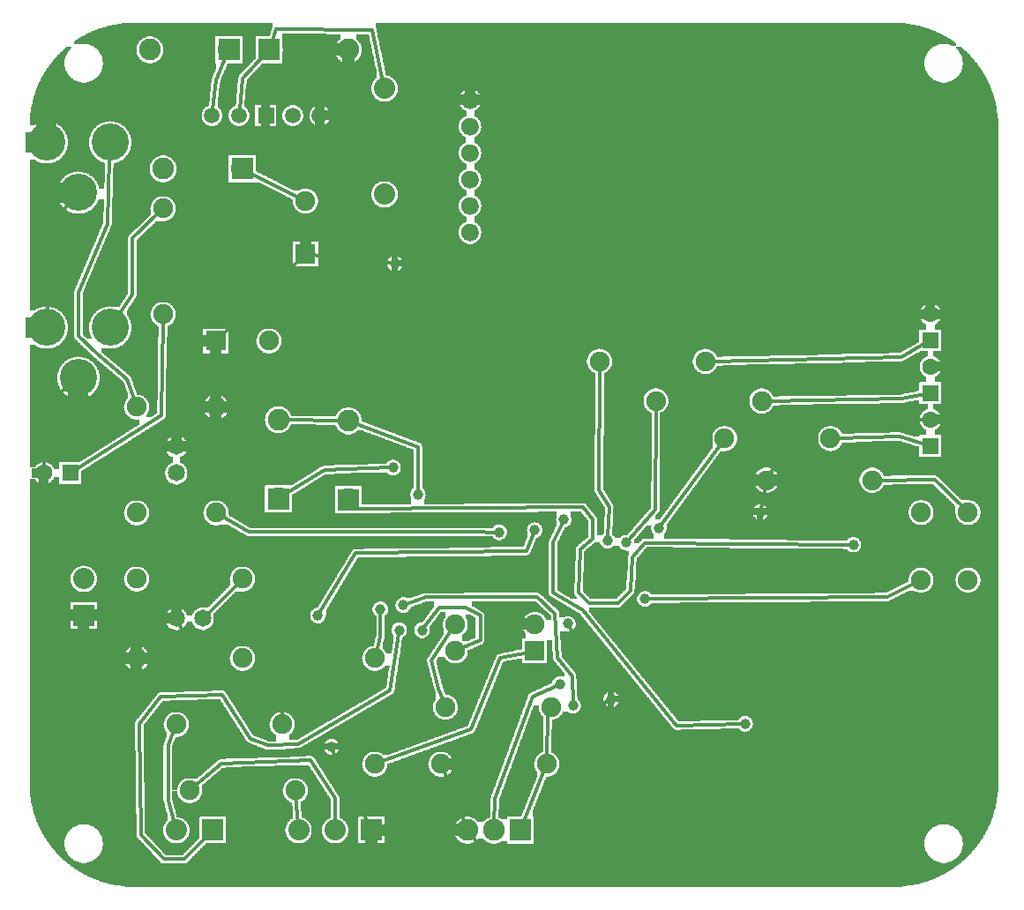
<source format=gtl>
G04 MADE WITH FRITZING*
G04 WWW.FRITZING.ORG*
G04 DOUBLE SIDED*
G04 HOLES PLATED*
G04 CONTOUR ON CENTER OF CONTOUR VECTOR*
%ASAXBY*%
%FSLAX23Y23*%
%MOIN*%
%OFA0B0*%
%SFA1.0B1.0*%
%ADD10C,0.075000*%
%ADD11C,0.039370*%
%ADD12C,0.080000*%
%ADD13C,0.082000*%
%ADD14C,0.065000*%
%ADD15C,0.065972*%
%ADD16C,0.059000*%
%ADD17C,0.140000*%
%ADD18C,0.062992*%
%ADD19R,0.082000X0.082000*%
%ADD20R,0.075000X0.075000*%
%ADD21R,0.080000X0.080000*%
%ADD22R,0.059889X0.059000*%
%ADD23R,0.062992X0.062992*%
%ADD24C,0.012000*%
%ADD25R,0.001000X0.001000*%
%LNCOPPER1*%
G90*
G70*
G54D10*
X2193Y1251D03*
X1067Y3211D03*
X1905Y453D03*
G54D11*
X2224Y1349D03*
X2418Y1396D03*
X2295Y1341D03*
X1366Y1089D03*
X2366Y1128D03*
X2043Y806D03*
X1815Y1380D03*
X3153Y1333D03*
X1413Y1624D03*
X2059Y1428D03*
X2744Y656D03*
X1507Y1522D03*
X1523Y1010D03*
X1948Y1388D03*
X1129Y1065D03*
X1452Y1105D03*
X2094Y724D03*
X1437Y1010D03*
X2802Y1456D03*
X2074Y1034D03*
X2238Y748D03*
X1181Y569D03*
X1421Y2396D03*
G54D12*
X1381Y3058D03*
X1381Y2658D03*
G54D13*
X1894Y254D03*
X1794Y254D03*
X1694Y254D03*
G54D10*
X1949Y932D03*
X1649Y932D03*
X1949Y1032D03*
X1649Y1032D03*
X3409Y1199D03*
X3409Y1455D03*
X3586Y1199D03*
X3586Y1455D03*
G54D12*
X1332Y254D03*
X1194Y254D03*
X1057Y254D03*
X244Y1066D03*
X244Y1204D03*
X732Y254D03*
X594Y254D03*
G54D14*
X594Y1054D03*
X694Y1054D03*
X594Y1054D03*
X694Y1054D03*
X594Y1704D03*
X594Y1604D03*
X594Y1704D03*
X594Y1604D03*
G54D15*
X1704Y2513D03*
X1704Y2613D03*
X1704Y2713D03*
X1704Y2813D03*
X1704Y2913D03*
X1704Y3013D03*
G54D10*
X744Y2104D03*
X944Y2104D03*
X1082Y2432D03*
X1082Y2632D03*
G54D16*
X729Y2955D03*
X831Y2955D03*
X933Y2955D03*
X1034Y2955D03*
X1136Y2955D03*
G54D17*
X344Y2154D03*
X104Y2154D03*
X224Y1964D03*
X344Y2854D03*
X104Y2854D03*
X224Y2664D03*
G54D13*
X946Y3204D03*
X1244Y3204D03*
X842Y2754D03*
X544Y2754D03*
X1244Y1504D03*
X1244Y1802D03*
X980Y1508D03*
X980Y1806D03*
X792Y3204D03*
X494Y3204D03*
G54D10*
X1044Y404D03*
X644Y404D03*
X444Y1204D03*
X844Y1204D03*
X844Y904D03*
X444Y904D03*
X744Y1454D03*
X744Y1854D03*
X444Y1854D03*
X444Y1454D03*
X994Y654D03*
X594Y654D03*
X2824Y1577D03*
X3224Y1577D03*
X2194Y2026D03*
X2594Y2026D03*
X2407Y1876D03*
X2807Y1876D03*
X2666Y1735D03*
X3066Y1735D03*
X1611Y719D03*
X2011Y719D03*
X1594Y504D03*
X1994Y504D03*
X1344Y904D03*
X1344Y504D03*
X544Y2604D03*
X544Y2204D03*
G54D18*
X3444Y2105D03*
X3444Y2204D03*
X3444Y1907D03*
X3444Y2005D03*
X3444Y1707D03*
X3444Y1805D03*
X193Y1604D03*
X94Y1604D03*
G54D19*
X1894Y254D03*
G54D20*
X1949Y932D03*
G54D21*
X1332Y254D03*
X244Y1066D03*
X732Y254D03*
G54D20*
X744Y2104D03*
X1082Y2432D03*
G54D22*
X933Y2955D03*
G54D19*
X945Y3204D03*
X843Y2754D03*
X1244Y1503D03*
X980Y1507D03*
X793Y3204D03*
G54D23*
X3444Y2105D03*
X3444Y1907D03*
X3444Y1707D03*
X193Y1604D03*
G54D24*
X1995Y527D02*
X1998Y688D01*
X1998Y688D02*
X2002Y698D01*
D02*
X1904Y278D02*
X1986Y482D01*
D02*
X1586Y790D02*
X1558Y896D01*
D02*
X2231Y1476D02*
X2225Y1362D01*
D02*
X2192Y1538D02*
X2231Y1476D01*
D02*
X2194Y2003D02*
X2192Y1538D01*
D02*
X1604Y741D02*
X1586Y790D01*
D02*
X3333Y2042D02*
X2617Y2027D01*
D02*
X3327Y1742D02*
X3090Y1735D01*
D02*
X3426Y2095D02*
X3333Y2042D01*
D02*
X3424Y1713D02*
X3327Y1742D01*
D02*
X1558Y896D02*
X1636Y1012D01*
D02*
X3333Y1885D02*
X2830Y1877D01*
D02*
X3424Y1903D02*
X3333Y1885D01*
D02*
X2653Y1716D02*
X2426Y1407D01*
D02*
X2404Y1467D02*
X2304Y1351D01*
D02*
X2407Y1853D02*
X2404Y1467D01*
D02*
X1366Y987D02*
X1366Y1076D01*
D02*
X428Y2278D02*
X428Y2491D01*
D02*
X428Y2491D02*
X528Y2588D01*
D02*
X1350Y926D02*
X1366Y987D01*
D02*
X376Y2200D02*
X428Y2278D01*
D02*
X3280Y1136D02*
X2379Y1128D01*
D02*
X1798Y372D02*
X1940Y759D01*
D02*
X3388Y1189D02*
X3280Y1136D01*
D02*
X1795Y280D02*
X1798Y372D01*
D02*
X845Y3097D02*
X833Y2979D01*
D02*
X928Y3184D02*
X845Y3097D01*
D02*
X1940Y759D02*
X2031Y800D01*
D02*
X1334Y3278D02*
X971Y3281D01*
D02*
X971Y3281D02*
X955Y3229D01*
D02*
X1376Y3083D02*
X1334Y3278D01*
D02*
X744Y3090D02*
X732Y2979D01*
D02*
X782Y3179D02*
X744Y3090D01*
D02*
X409Y1959D02*
X295Y2054D01*
D02*
X437Y1875D02*
X409Y1959D01*
D02*
X1062Y2643D02*
X866Y2742D01*
D02*
X333Y2545D02*
X342Y2798D01*
D02*
X224Y2286D02*
X333Y2545D01*
D02*
X224Y2121D02*
X224Y2286D01*
D02*
X295Y2054D02*
X224Y2121D01*
D02*
X211Y1615D02*
X538Y1821D01*
D02*
X538Y1821D02*
X544Y2181D01*
D02*
X1709Y636D02*
X1818Y905D01*
D02*
X1366Y511D02*
X1709Y636D01*
D02*
X708Y1067D02*
X828Y1187D01*
D02*
X1818Y905D02*
X1927Y927D01*
D02*
X869Y1381D02*
X764Y1442D01*
D02*
X1720Y1381D02*
X869Y1381D01*
D02*
X1801Y1380D02*
X1720Y1381D01*
D02*
X1258Y1481D02*
X1266Y1468D01*
D02*
X2130Y1475D02*
X2169Y1428D01*
D02*
X2153Y1112D02*
X2263Y1112D01*
D02*
X2113Y1152D02*
X2153Y1112D01*
D02*
X2121Y1317D02*
X2113Y1152D01*
D02*
X2169Y1357D02*
X2121Y1317D01*
D02*
X2169Y1428D02*
X2169Y1357D01*
D02*
X1266Y1468D02*
X2130Y1475D01*
D02*
X2365Y1340D02*
X3140Y1333D01*
D02*
X2311Y1159D02*
X2318Y1286D01*
D02*
X1002Y1522D02*
X1154Y1616D01*
D02*
X2318Y1286D02*
X2365Y1340D01*
D02*
X2263Y1112D02*
X2311Y1159D01*
D02*
X1154Y1616D02*
X1400Y1624D01*
D02*
X2018Y1152D02*
X2130Y1084D01*
D02*
X2018Y1341D02*
X2018Y1152D01*
D02*
X2053Y1415D02*
X2018Y1341D01*
D02*
X2485Y649D02*
X2730Y656D01*
D02*
X2130Y1084D02*
X2485Y649D01*
D02*
X1055Y279D02*
X1046Y381D01*
D02*
X1508Y1703D02*
X1507Y1536D01*
D02*
X1269Y1792D02*
X1508Y1703D01*
D02*
X1531Y1021D02*
X1587Y1097D01*
D02*
X1743Y1065D02*
X1743Y972D01*
D02*
X1689Y1097D02*
X1743Y1065D01*
D02*
X1587Y1097D02*
X1689Y1097D01*
D02*
X662Y419D02*
X764Y507D01*
D02*
X1743Y972D02*
X1670Y941D01*
D02*
X1006Y1805D02*
X1218Y1802D01*
D02*
X1193Y376D02*
X1194Y279D01*
D02*
X1102Y518D02*
X1193Y376D01*
D02*
X764Y507D02*
X1102Y518D01*
D02*
X563Y577D02*
X586Y632D01*
D02*
X563Y365D02*
X563Y577D01*
D02*
X587Y278D02*
X563Y365D01*
D02*
X1917Y1309D02*
X1272Y1301D01*
D02*
X1943Y1376D02*
X1917Y1309D01*
D02*
X3460Y1578D02*
X3570Y1471D01*
D02*
X3247Y1577D02*
X3460Y1578D01*
D02*
X1272Y1301D02*
X1136Y1077D01*
D02*
X1539Y1135D02*
X1957Y1136D01*
D02*
X1465Y1109D02*
X1539Y1135D01*
D02*
X2034Y904D02*
X2091Y837D01*
D02*
X2026Y1073D02*
X2034Y904D01*
D02*
X1957Y1136D02*
X2026Y1073D01*
D02*
X547Y144D02*
X460Y236D01*
D02*
X2091Y837D02*
X2094Y738D01*
D02*
X625Y144D02*
X547Y144D01*
D02*
X714Y235D02*
X625Y144D01*
D02*
X460Y236D02*
X453Y656D01*
D02*
X873Y600D02*
X940Y574D01*
D02*
X767Y767D02*
X873Y600D01*
D02*
X536Y758D02*
X767Y767D01*
D02*
X453Y656D02*
X536Y758D01*
D02*
X1402Y782D02*
X1435Y997D01*
D02*
X1056Y580D02*
X1402Y782D01*
D02*
X940Y574D02*
X1056Y580D01*
D02*
X2836Y1597D02*
X2964Y1805D01*
D02*
X2964Y1805D02*
X3423Y1805D01*
D02*
X2804Y1470D02*
X2820Y1555D01*
D02*
X2154Y700D02*
X2226Y742D01*
D02*
X2154Y844D02*
X2154Y700D01*
D02*
X2080Y1022D02*
X2154Y844D01*
D02*
X1696Y254D02*
X1768Y160D01*
D02*
X1603Y482D02*
X1696Y254D01*
D02*
X2028Y262D02*
X2154Y700D01*
D02*
X1956Y160D02*
X2028Y262D01*
D02*
X1768Y160D02*
X1956Y160D01*
D02*
X1719Y262D02*
X1696Y254D01*
D02*
X1186Y557D02*
X1321Y277D01*
D02*
X711Y820D02*
X936Y825D01*
D02*
X603Y1036D02*
X711Y820D01*
D02*
X98Y1861D02*
X95Y1625D01*
D02*
X987Y778D02*
X993Y677D01*
D02*
X936Y825D02*
X987Y778D01*
D02*
X181Y1929D02*
X98Y1861D01*
D02*
X1066Y2416D02*
X761Y2120D01*
D02*
X122Y2539D02*
X107Y2209D01*
D02*
X1407Y2398D02*
X1105Y2430D01*
D02*
X189Y2621D02*
X122Y2539D01*
G36*
X2086Y1458D02*
X2086Y1436D01*
X2088Y1436D01*
X2088Y1420D01*
X2086Y1420D01*
X2086Y1414D01*
X2084Y1414D01*
X2084Y1410D01*
X2082Y1410D01*
X2082Y1408D01*
X2080Y1408D01*
X2080Y1406D01*
X2078Y1406D01*
X2078Y1404D01*
X2076Y1404D01*
X2076Y1402D01*
X2072Y1402D01*
X2072Y1400D01*
X2068Y1400D01*
X2068Y1398D01*
X2062Y1398D01*
X2062Y1394D01*
X2060Y1394D01*
X2060Y1390D01*
X2058Y1390D01*
X2058Y1386D01*
X2056Y1386D01*
X2056Y1382D01*
X2054Y1382D01*
X2054Y1378D01*
X2052Y1378D01*
X2052Y1372D01*
X2050Y1372D01*
X2050Y1368D01*
X2048Y1368D01*
X2048Y1364D01*
X2046Y1364D01*
X2046Y1360D01*
X2044Y1360D01*
X2044Y1356D01*
X2042Y1356D01*
X2042Y1352D01*
X2040Y1352D01*
X2040Y1348D01*
X2038Y1348D01*
X2038Y1344D01*
X2036Y1344D01*
X2036Y1338D01*
X2034Y1338D01*
X2034Y1160D01*
X2036Y1160D01*
X2036Y1158D01*
X2040Y1158D01*
X2040Y1156D01*
X2042Y1156D01*
X2042Y1154D01*
X2046Y1154D01*
X2046Y1152D01*
X2050Y1152D01*
X2050Y1150D01*
X2052Y1150D01*
X2052Y1148D01*
X2056Y1148D01*
X2056Y1146D01*
X2060Y1146D01*
X2060Y1144D01*
X2062Y1144D01*
X2062Y1142D01*
X2066Y1142D01*
X2066Y1140D01*
X2070Y1140D01*
X2070Y1138D01*
X2072Y1138D01*
X2072Y1136D01*
X2076Y1136D01*
X2076Y1134D01*
X2080Y1134D01*
X2080Y1132D01*
X2082Y1132D01*
X2082Y1130D01*
X2086Y1130D01*
X2086Y1128D01*
X2108Y1128D01*
X2108Y1136D01*
X2106Y1136D01*
X2106Y1138D01*
X2104Y1138D01*
X2104Y1140D01*
X2102Y1140D01*
X2102Y1142D01*
X2100Y1142D01*
X2100Y1146D01*
X2098Y1146D01*
X2098Y1188D01*
X2100Y1188D01*
X2100Y1230D01*
X2102Y1230D01*
X2102Y1272D01*
X2104Y1272D01*
X2104Y1314D01*
X2106Y1314D01*
X2106Y1324D01*
X2108Y1324D01*
X2108Y1326D01*
X2110Y1326D01*
X2110Y1328D01*
X2112Y1328D01*
X2112Y1330D01*
X2114Y1330D01*
X2114Y1332D01*
X2116Y1332D01*
X2116Y1334D01*
X2118Y1334D01*
X2118Y1336D01*
X2120Y1336D01*
X2120Y1338D01*
X2124Y1338D01*
X2124Y1340D01*
X2126Y1340D01*
X2126Y1342D01*
X2128Y1342D01*
X2128Y1344D01*
X2130Y1344D01*
X2130Y1346D01*
X2132Y1346D01*
X2132Y1348D01*
X2136Y1348D01*
X2136Y1350D01*
X2138Y1350D01*
X2138Y1352D01*
X2140Y1352D01*
X2140Y1354D01*
X2142Y1354D01*
X2142Y1356D01*
X2144Y1356D01*
X2144Y1358D01*
X2146Y1358D01*
X2146Y1360D01*
X2150Y1360D01*
X2150Y1362D01*
X2152Y1362D01*
X2152Y1424D01*
X2150Y1424D01*
X2150Y1426D01*
X2148Y1426D01*
X2148Y1428D01*
X2146Y1428D01*
X2146Y1432D01*
X2144Y1432D01*
X2144Y1434D01*
X2142Y1434D01*
X2142Y1436D01*
X2140Y1436D01*
X2140Y1438D01*
X2138Y1438D01*
X2138Y1440D01*
X2136Y1440D01*
X2136Y1444D01*
X2134Y1444D01*
X2134Y1446D01*
X2132Y1446D01*
X2132Y1448D01*
X2130Y1448D01*
X2130Y1450D01*
X2128Y1450D01*
X2128Y1452D01*
X2126Y1452D01*
X2126Y1456D01*
X2124Y1456D01*
X2124Y1458D01*
X2086Y1458D01*
G37*
D02*
G36*
X2370Y1404D02*
X2370Y1402D01*
X2368Y1402D01*
X2368Y1400D01*
X2366Y1400D01*
X2366Y1396D01*
X2364Y1396D01*
X2364Y1394D01*
X2362Y1394D01*
X2362Y1392D01*
X2360Y1392D01*
X2360Y1390D01*
X2358Y1390D01*
X2358Y1388D01*
X2356Y1388D01*
X2356Y1386D01*
X2354Y1386D01*
X2354Y1382D01*
X2352Y1382D01*
X2352Y1380D01*
X2350Y1380D01*
X2350Y1378D01*
X2348Y1378D01*
X2348Y1376D01*
X2346Y1376D01*
X2346Y1374D01*
X2344Y1374D01*
X2344Y1372D01*
X2342Y1372D01*
X2342Y1370D01*
X2340Y1370D01*
X2340Y1366D01*
X2338Y1366D01*
X2338Y1364D01*
X2336Y1364D01*
X2336Y1362D01*
X2334Y1362D01*
X2334Y1360D01*
X2332Y1360D01*
X2332Y1358D01*
X2330Y1358D01*
X2330Y1356D01*
X2328Y1356D01*
X2328Y1354D01*
X2326Y1354D01*
X2326Y1350D01*
X2324Y1350D01*
X2324Y1338D01*
X2344Y1338D01*
X2344Y1342D01*
X2346Y1342D01*
X2346Y1344D01*
X2348Y1344D01*
X2348Y1346D01*
X2350Y1346D01*
X2350Y1348D01*
X2352Y1348D01*
X2352Y1350D01*
X2354Y1350D01*
X2354Y1352D01*
X2356Y1352D01*
X2356Y1354D01*
X2360Y1354D01*
X2360Y1356D01*
X2398Y1356D01*
X2398Y1376D01*
X2396Y1376D01*
X2396Y1378D01*
X2394Y1378D01*
X2394Y1380D01*
X2392Y1380D01*
X2392Y1384D01*
X2390Y1384D01*
X2390Y1390D01*
X2388Y1390D01*
X2388Y1402D01*
X2390Y1402D01*
X2390Y1404D01*
X2370Y1404D01*
G37*
D02*
G36*
X2176Y1342D02*
X2176Y1340D01*
X2172Y1340D01*
X2172Y1338D01*
X2170Y1338D01*
X2170Y1336D01*
X2168Y1336D01*
X2168Y1334D01*
X2166Y1334D01*
X2166Y1332D01*
X2164Y1332D01*
X2164Y1330D01*
X2162Y1330D01*
X2162Y1328D01*
X2158Y1328D01*
X2158Y1326D01*
X2156Y1326D01*
X2156Y1324D01*
X2154Y1324D01*
X2154Y1322D01*
X2152Y1322D01*
X2152Y1320D01*
X2150Y1320D01*
X2150Y1318D01*
X2222Y1318D01*
X2222Y1320D01*
X2212Y1320D01*
X2212Y1322D01*
X2208Y1322D01*
X2208Y1324D01*
X2206Y1324D01*
X2206Y1326D01*
X2204Y1326D01*
X2204Y1328D01*
X2202Y1328D01*
X2202Y1330D01*
X2200Y1330D01*
X2200Y1332D01*
X2198Y1332D01*
X2198Y1336D01*
X2196Y1336D01*
X2196Y1342D01*
X2176Y1342D01*
G37*
D02*
G36*
X2246Y1330D02*
X2246Y1328D01*
X2244Y1328D01*
X2244Y1326D01*
X2242Y1326D01*
X2242Y1324D01*
X2240Y1324D01*
X2240Y1322D01*
X2236Y1322D01*
X2236Y1320D01*
X2226Y1320D01*
X2226Y1318D01*
X2274Y1318D01*
X2274Y1320D01*
X2272Y1320D01*
X2272Y1324D01*
X2270Y1324D01*
X2270Y1326D01*
X2268Y1326D01*
X2268Y1330D01*
X2246Y1330D01*
G37*
D02*
G36*
X2146Y1318D02*
X2146Y1316D01*
X2276Y1316D01*
X2276Y1318D01*
X2146Y1318D01*
G37*
D02*
G36*
X2146Y1318D02*
X2146Y1316D01*
X2276Y1316D01*
X2276Y1318D01*
X2146Y1318D01*
G37*
D02*
G36*
X2144Y1316D02*
X2144Y1314D01*
X2142Y1314D01*
X2142Y1312D01*
X2140Y1312D01*
X2140Y1310D01*
X2138Y1310D01*
X2138Y1308D01*
X2136Y1308D01*
X2136Y1272D01*
X2134Y1272D01*
X2134Y1230D01*
X2132Y1230D01*
X2132Y1186D01*
X2130Y1186D01*
X2130Y1156D01*
X2132Y1156D01*
X2132Y1154D01*
X2134Y1154D01*
X2134Y1152D01*
X2136Y1152D01*
X2136Y1150D01*
X2138Y1150D01*
X2138Y1148D01*
X2140Y1148D01*
X2140Y1146D01*
X2142Y1146D01*
X2142Y1144D01*
X2144Y1144D01*
X2144Y1142D01*
X2146Y1142D01*
X2146Y1140D01*
X2148Y1140D01*
X2148Y1138D01*
X2150Y1138D01*
X2150Y1136D01*
X2152Y1136D01*
X2152Y1134D01*
X2154Y1134D01*
X2154Y1132D01*
X2156Y1132D01*
X2156Y1130D01*
X2158Y1130D01*
X2158Y1128D01*
X2258Y1128D01*
X2258Y1130D01*
X2260Y1130D01*
X2260Y1132D01*
X2262Y1132D01*
X2262Y1134D01*
X2264Y1134D01*
X2264Y1136D01*
X2266Y1136D01*
X2266Y1138D01*
X2268Y1138D01*
X2268Y1140D01*
X2270Y1140D01*
X2270Y1142D01*
X2272Y1142D01*
X2272Y1144D01*
X2274Y1144D01*
X2274Y1146D01*
X2276Y1146D01*
X2276Y1148D01*
X2278Y1148D01*
X2278Y1150D01*
X2280Y1150D01*
X2280Y1152D01*
X2282Y1152D01*
X2282Y1154D01*
X2284Y1154D01*
X2284Y1156D01*
X2286Y1156D01*
X2286Y1158D01*
X2288Y1158D01*
X2288Y1160D01*
X2290Y1160D01*
X2290Y1162D01*
X2292Y1162D01*
X2292Y1164D01*
X2294Y1164D01*
X2294Y1166D01*
X2296Y1166D01*
X2296Y1200D01*
X2298Y1200D01*
X2298Y1236D01*
X2300Y1236D01*
X2300Y1270D01*
X2302Y1270D01*
X2302Y1292D01*
X2304Y1292D01*
X2304Y1310D01*
X2294Y1310D01*
X2294Y1312D01*
X2284Y1312D01*
X2284Y1314D01*
X2280Y1314D01*
X2280Y1316D01*
X2144Y1316D01*
G37*
D02*
G36*
X1688Y1068D02*
X1688Y1056D01*
X1690Y1056D01*
X1690Y1054D01*
X1692Y1054D01*
X1692Y1050D01*
X1694Y1050D01*
X1694Y1042D01*
X1696Y1042D01*
X1696Y1020D01*
X1694Y1020D01*
X1694Y1012D01*
X1692Y1012D01*
X1692Y1010D01*
X1690Y1010D01*
X1690Y1006D01*
X1688Y1006D01*
X1688Y1002D01*
X1686Y1002D01*
X1686Y1000D01*
X1684Y1000D01*
X1684Y998D01*
X1682Y998D01*
X1682Y996D01*
X1680Y996D01*
X1680Y994D01*
X1678Y994D01*
X1678Y992D01*
X1674Y992D01*
X1674Y970D01*
X1678Y970D01*
X1678Y968D01*
X1698Y968D01*
X1698Y970D01*
X1702Y970D01*
X1702Y972D01*
X1706Y972D01*
X1706Y974D01*
X1712Y974D01*
X1712Y976D01*
X1716Y976D01*
X1716Y978D01*
X1720Y978D01*
X1720Y980D01*
X1726Y980D01*
X1726Y1056D01*
X1724Y1056D01*
X1724Y1058D01*
X1720Y1058D01*
X1720Y1060D01*
X1718Y1060D01*
X1718Y1062D01*
X1714Y1062D01*
X1714Y1064D01*
X1710Y1064D01*
X1710Y1066D01*
X1708Y1066D01*
X1708Y1068D01*
X1688Y1068D01*
G37*
D02*
G36*
X408Y3306D02*
X408Y3304D01*
X388Y3304D01*
X388Y3302D01*
X372Y3302D01*
X372Y3300D01*
X362Y3300D01*
X362Y3298D01*
X352Y3298D01*
X352Y3296D01*
X342Y3296D01*
X342Y3294D01*
X334Y3294D01*
X334Y3292D01*
X328Y3292D01*
X328Y3290D01*
X320Y3290D01*
X320Y3288D01*
X314Y3288D01*
X314Y3286D01*
X308Y3286D01*
X308Y3284D01*
X302Y3284D01*
X302Y3282D01*
X296Y3282D01*
X296Y3280D01*
X290Y3280D01*
X290Y3278D01*
X286Y3278D01*
X286Y3276D01*
X280Y3276D01*
X280Y3274D01*
X276Y3274D01*
X276Y3272D01*
X272Y3272D01*
X272Y3270D01*
X268Y3270D01*
X268Y3268D01*
X262Y3268D01*
X262Y3266D01*
X258Y3266D01*
X258Y3264D01*
X254Y3264D01*
X254Y3262D01*
X250Y3262D01*
X250Y3260D01*
X248Y3260D01*
X248Y3258D01*
X244Y3258D01*
X244Y3256D01*
X240Y3256D01*
X240Y3254D01*
X844Y3254D01*
X844Y3152D01*
X788Y3152D01*
X788Y3150D01*
X786Y3150D01*
X786Y3144D01*
X784Y3144D01*
X784Y3140D01*
X782Y3140D01*
X782Y3136D01*
X780Y3136D01*
X780Y3130D01*
X778Y3130D01*
X778Y3126D01*
X776Y3126D01*
X776Y3122D01*
X774Y3122D01*
X774Y3116D01*
X772Y3116D01*
X772Y3112D01*
X770Y3112D01*
X770Y3108D01*
X768Y3108D01*
X768Y3102D01*
X766Y3102D01*
X766Y3098D01*
X764Y3098D01*
X764Y3092D01*
X762Y3092D01*
X762Y3088D01*
X760Y3088D01*
X760Y3078D01*
X758Y3078D01*
X758Y3060D01*
X756Y3060D01*
X756Y3044D01*
X754Y3044D01*
X754Y3026D01*
X752Y3026D01*
X752Y3008D01*
X750Y3008D01*
X750Y2988D01*
X752Y2988D01*
X752Y2986D01*
X754Y2986D01*
X754Y2984D01*
X756Y2984D01*
X756Y2982D01*
X758Y2982D01*
X758Y2980D01*
X760Y2980D01*
X760Y2978D01*
X762Y2978D01*
X762Y2974D01*
X764Y2974D01*
X764Y2970D01*
X766Y2970D01*
X766Y2964D01*
X768Y2964D01*
X768Y2944D01*
X766Y2944D01*
X766Y2938D01*
X764Y2938D01*
X764Y2936D01*
X762Y2936D01*
X762Y2932D01*
X760Y2932D01*
X760Y2930D01*
X758Y2930D01*
X758Y2928D01*
X756Y2928D01*
X756Y2926D01*
X754Y2926D01*
X754Y2924D01*
X752Y2924D01*
X752Y2922D01*
X750Y2922D01*
X750Y2920D01*
X746Y2920D01*
X746Y2918D01*
X740Y2918D01*
X740Y2916D01*
X820Y2916D01*
X820Y2918D01*
X814Y2918D01*
X814Y2920D01*
X810Y2920D01*
X810Y2922D01*
X808Y2922D01*
X808Y2924D01*
X806Y2924D01*
X806Y2926D01*
X802Y2926D01*
X802Y2930D01*
X800Y2930D01*
X800Y2932D01*
X798Y2932D01*
X798Y2934D01*
X796Y2934D01*
X796Y2938D01*
X794Y2938D01*
X794Y2944D01*
X792Y2944D01*
X792Y2966D01*
X794Y2966D01*
X794Y2972D01*
X796Y2972D01*
X796Y2974D01*
X798Y2974D01*
X798Y2978D01*
X800Y2978D01*
X800Y2980D01*
X802Y2980D01*
X802Y2982D01*
X804Y2982D01*
X804Y2984D01*
X806Y2984D01*
X806Y2986D01*
X808Y2986D01*
X808Y2988D01*
X812Y2988D01*
X812Y2990D01*
X816Y2990D01*
X816Y2992D01*
X818Y2992D01*
X818Y2998D01*
X820Y2998D01*
X820Y3018D01*
X822Y3018D01*
X822Y3038D01*
X824Y3038D01*
X824Y3058D01*
X826Y3058D01*
X826Y3078D01*
X828Y3078D01*
X828Y3098D01*
X830Y3098D01*
X830Y3104D01*
X832Y3104D01*
X832Y3108D01*
X834Y3108D01*
X834Y3110D01*
X836Y3110D01*
X836Y3112D01*
X838Y3112D01*
X838Y3114D01*
X840Y3114D01*
X840Y3116D01*
X842Y3116D01*
X842Y3118D01*
X844Y3118D01*
X844Y3120D01*
X846Y3120D01*
X846Y3122D01*
X848Y3122D01*
X848Y3124D01*
X850Y3124D01*
X850Y3126D01*
X852Y3126D01*
X852Y3128D01*
X854Y3128D01*
X854Y3130D01*
X856Y3130D01*
X856Y3132D01*
X858Y3132D01*
X858Y3134D01*
X860Y3134D01*
X860Y3136D01*
X862Y3136D01*
X862Y3138D01*
X864Y3138D01*
X864Y3140D01*
X866Y3140D01*
X866Y3142D01*
X868Y3142D01*
X868Y3146D01*
X870Y3146D01*
X870Y3148D01*
X872Y3148D01*
X872Y3150D01*
X874Y3150D01*
X874Y3152D01*
X876Y3152D01*
X876Y3154D01*
X878Y3154D01*
X878Y3156D01*
X880Y3156D01*
X880Y3158D01*
X882Y3158D01*
X882Y3160D01*
X884Y3160D01*
X884Y3162D01*
X886Y3162D01*
X886Y3164D01*
X888Y3164D01*
X888Y3166D01*
X890Y3166D01*
X890Y3168D01*
X892Y3168D01*
X892Y3170D01*
X894Y3170D01*
X894Y3254D01*
X946Y3254D01*
X946Y3256D01*
X948Y3256D01*
X948Y3262D01*
X950Y3262D01*
X950Y3268D01*
X952Y3268D01*
X952Y3276D01*
X954Y3276D01*
X954Y3282D01*
X956Y3282D01*
X956Y3286D01*
X958Y3286D01*
X958Y3306D01*
X408Y3306D01*
G37*
D02*
G36*
X1348Y3306D02*
X1348Y3284D01*
X1350Y3284D01*
X1350Y3276D01*
X1352Y3276D01*
X1352Y3268D01*
X1354Y3268D01*
X1354Y3258D01*
X1356Y3258D01*
X1356Y3248D01*
X1358Y3248D01*
X1358Y3240D01*
X1360Y3240D01*
X1360Y3230D01*
X1362Y3230D01*
X1362Y3226D01*
X3506Y3226D01*
X3506Y3224D01*
X3514Y3224D01*
X3514Y3222D01*
X3520Y3222D01*
X3520Y3220D01*
X3540Y3220D01*
X3540Y3230D01*
X3538Y3230D01*
X3538Y3232D01*
X3536Y3232D01*
X3536Y3234D01*
X3532Y3234D01*
X3532Y3236D01*
X3530Y3236D01*
X3530Y3238D01*
X3526Y3238D01*
X3526Y3240D01*
X3524Y3240D01*
X3524Y3242D01*
X3520Y3242D01*
X3520Y3244D01*
X3518Y3244D01*
X3518Y3246D01*
X3514Y3246D01*
X3514Y3248D01*
X3510Y3248D01*
X3510Y3250D01*
X3508Y3250D01*
X3508Y3252D01*
X3504Y3252D01*
X3504Y3254D01*
X3500Y3254D01*
X3500Y3256D01*
X3496Y3256D01*
X3496Y3258D01*
X3494Y3258D01*
X3494Y3260D01*
X3490Y3260D01*
X3490Y3262D01*
X3486Y3262D01*
X3486Y3264D01*
X3482Y3264D01*
X3482Y3266D01*
X3478Y3266D01*
X3478Y3268D01*
X3472Y3268D01*
X3472Y3270D01*
X3468Y3270D01*
X3468Y3272D01*
X3464Y3272D01*
X3464Y3274D01*
X3460Y3274D01*
X3460Y3276D01*
X3454Y3276D01*
X3454Y3278D01*
X3450Y3278D01*
X3450Y3280D01*
X3444Y3280D01*
X3444Y3282D01*
X3438Y3282D01*
X3438Y3284D01*
X3432Y3284D01*
X3432Y3286D01*
X3426Y3286D01*
X3426Y3288D01*
X3420Y3288D01*
X3420Y3290D01*
X3414Y3290D01*
X3414Y3292D01*
X3406Y3292D01*
X3406Y3294D01*
X3398Y3294D01*
X3398Y3296D01*
X3388Y3296D01*
X3388Y3298D01*
X3378Y3298D01*
X3378Y3300D01*
X3368Y3300D01*
X3368Y3302D01*
X3352Y3302D01*
X3352Y3304D01*
X3332Y3304D01*
X3332Y3306D01*
X1348Y3306D01*
G37*
D02*
G36*
X996Y3264D02*
X996Y3210D01*
X998Y3210D01*
X998Y3198D01*
X996Y3198D01*
X996Y3152D01*
X1236Y3152D01*
X1236Y3154D01*
X1228Y3154D01*
X1228Y3156D01*
X1224Y3156D01*
X1224Y3158D01*
X1220Y3158D01*
X1220Y3160D01*
X1216Y3160D01*
X1216Y3162D01*
X1214Y3162D01*
X1214Y3164D01*
X1210Y3164D01*
X1210Y3166D01*
X1208Y3166D01*
X1208Y3168D01*
X1206Y3168D01*
X1206Y3172D01*
X1204Y3172D01*
X1204Y3174D01*
X1202Y3174D01*
X1202Y3176D01*
X1200Y3176D01*
X1200Y3180D01*
X1198Y3180D01*
X1198Y3184D01*
X1196Y3184D01*
X1196Y3192D01*
X1194Y3192D01*
X1194Y3216D01*
X1196Y3216D01*
X1196Y3222D01*
X1198Y3222D01*
X1198Y3226D01*
X1200Y3226D01*
X1200Y3230D01*
X1202Y3230D01*
X1202Y3232D01*
X1204Y3232D01*
X1204Y3236D01*
X1206Y3236D01*
X1206Y3238D01*
X1208Y3238D01*
X1208Y3240D01*
X1210Y3240D01*
X1210Y3242D01*
X1214Y3242D01*
X1214Y3262D01*
X1160Y3262D01*
X1160Y3264D01*
X996Y3264D01*
G37*
D02*
G36*
X1276Y3262D02*
X1276Y3242D01*
X1278Y3242D01*
X1278Y3240D01*
X1280Y3240D01*
X1280Y3238D01*
X1282Y3238D01*
X1282Y3236D01*
X1284Y3236D01*
X1284Y3234D01*
X1286Y3234D01*
X1286Y3230D01*
X1288Y3230D01*
X1288Y3228D01*
X1290Y3228D01*
X1290Y3224D01*
X1292Y3224D01*
X1292Y3218D01*
X1294Y3218D01*
X1294Y3210D01*
X1296Y3210D01*
X1296Y3198D01*
X1294Y3198D01*
X1294Y3188D01*
X1292Y3188D01*
X1292Y3182D01*
X1290Y3182D01*
X1290Y3178D01*
X1288Y3178D01*
X1288Y3176D01*
X1286Y3176D01*
X1286Y3172D01*
X1284Y3172D01*
X1284Y3170D01*
X1282Y3170D01*
X1282Y3168D01*
X1280Y3168D01*
X1280Y3166D01*
X1278Y3166D01*
X1278Y3164D01*
X1276Y3164D01*
X1276Y3162D01*
X1272Y3162D01*
X1272Y3160D01*
X1270Y3160D01*
X1270Y3158D01*
X1266Y3158D01*
X1266Y3156D01*
X1262Y3156D01*
X1262Y3154D01*
X1254Y3154D01*
X1254Y3152D01*
X1344Y3152D01*
X1344Y3160D01*
X1342Y3160D01*
X1342Y3170D01*
X1340Y3170D01*
X1340Y3180D01*
X1338Y3180D01*
X1338Y3188D01*
X1336Y3188D01*
X1336Y3198D01*
X1334Y3198D01*
X1334Y3208D01*
X1332Y3208D01*
X1332Y3218D01*
X1330Y3218D01*
X1330Y3226D01*
X1328Y3226D01*
X1328Y3236D01*
X1326Y3236D01*
X1326Y3246D01*
X1324Y3246D01*
X1324Y3254D01*
X1322Y3254D01*
X1322Y3262D01*
X1276Y3262D01*
G37*
D02*
G36*
X236Y3254D02*
X236Y3252D01*
X232Y3252D01*
X232Y3250D01*
X230Y3250D01*
X230Y3248D01*
X226Y3248D01*
X226Y3246D01*
X222Y3246D01*
X222Y3244D01*
X220Y3244D01*
X220Y3242D01*
X216Y3242D01*
X216Y3240D01*
X214Y3240D01*
X214Y3238D01*
X210Y3238D01*
X210Y3236D01*
X208Y3236D01*
X208Y3226D01*
X256Y3226D01*
X256Y3224D01*
X264Y3224D01*
X264Y3222D01*
X270Y3222D01*
X270Y3220D01*
X276Y3220D01*
X276Y3218D01*
X280Y3218D01*
X280Y3216D01*
X282Y3216D01*
X282Y3214D01*
X286Y3214D01*
X286Y3212D01*
X288Y3212D01*
X288Y3210D01*
X292Y3210D01*
X292Y3208D01*
X294Y3208D01*
X294Y3206D01*
X296Y3206D01*
X296Y3204D01*
X298Y3204D01*
X298Y3202D01*
X300Y3202D01*
X300Y3200D01*
X302Y3200D01*
X302Y3196D01*
X304Y3196D01*
X304Y3194D01*
X306Y3194D01*
X306Y3190D01*
X308Y3190D01*
X308Y3186D01*
X310Y3186D01*
X310Y3182D01*
X312Y3182D01*
X312Y3178D01*
X314Y3178D01*
X314Y3170D01*
X316Y3170D01*
X316Y3160D01*
X318Y3160D01*
X318Y3152D01*
X486Y3152D01*
X486Y3154D01*
X478Y3154D01*
X478Y3156D01*
X474Y3156D01*
X474Y3158D01*
X470Y3158D01*
X470Y3160D01*
X466Y3160D01*
X466Y3162D01*
X464Y3162D01*
X464Y3164D01*
X460Y3164D01*
X460Y3166D01*
X458Y3166D01*
X458Y3168D01*
X456Y3168D01*
X456Y3172D01*
X454Y3172D01*
X454Y3174D01*
X452Y3174D01*
X452Y3176D01*
X450Y3176D01*
X450Y3180D01*
X448Y3180D01*
X448Y3184D01*
X446Y3184D01*
X446Y3192D01*
X444Y3192D01*
X444Y3216D01*
X446Y3216D01*
X446Y3222D01*
X448Y3222D01*
X448Y3226D01*
X450Y3226D01*
X450Y3230D01*
X452Y3230D01*
X452Y3232D01*
X454Y3232D01*
X454Y3236D01*
X456Y3236D01*
X456Y3238D01*
X458Y3238D01*
X458Y3240D01*
X460Y3240D01*
X460Y3242D01*
X464Y3242D01*
X464Y3244D01*
X466Y3244D01*
X466Y3246D01*
X468Y3246D01*
X468Y3248D01*
X472Y3248D01*
X472Y3250D01*
X478Y3250D01*
X478Y3252D01*
X484Y3252D01*
X484Y3254D01*
X236Y3254D01*
G37*
D02*
G36*
X504Y3254D02*
X504Y3252D01*
X512Y3252D01*
X512Y3250D01*
X516Y3250D01*
X516Y3248D01*
X520Y3248D01*
X520Y3246D01*
X524Y3246D01*
X524Y3244D01*
X526Y3244D01*
X526Y3242D01*
X528Y3242D01*
X528Y3240D01*
X530Y3240D01*
X530Y3238D01*
X532Y3238D01*
X532Y3236D01*
X534Y3236D01*
X534Y3234D01*
X536Y3234D01*
X536Y3230D01*
X538Y3230D01*
X538Y3228D01*
X540Y3228D01*
X540Y3224D01*
X542Y3224D01*
X542Y3218D01*
X544Y3218D01*
X544Y3210D01*
X546Y3210D01*
X546Y3198D01*
X544Y3198D01*
X544Y3188D01*
X542Y3188D01*
X542Y3182D01*
X540Y3182D01*
X540Y3178D01*
X538Y3178D01*
X538Y3176D01*
X536Y3176D01*
X536Y3172D01*
X534Y3172D01*
X534Y3170D01*
X532Y3170D01*
X532Y3168D01*
X530Y3168D01*
X530Y3166D01*
X528Y3166D01*
X528Y3164D01*
X526Y3164D01*
X526Y3162D01*
X522Y3162D01*
X522Y3160D01*
X520Y3160D01*
X520Y3158D01*
X516Y3158D01*
X516Y3156D01*
X512Y3156D01*
X512Y3154D01*
X504Y3154D01*
X504Y3152D01*
X742Y3152D01*
X742Y3254D01*
X504Y3254D01*
G37*
D02*
G36*
X208Y3226D02*
X208Y3224D01*
X232Y3224D01*
X232Y3226D01*
X208Y3226D01*
G37*
D02*
G36*
X1362Y3226D02*
X1362Y3220D01*
X1364Y3220D01*
X1364Y3212D01*
X1366Y3212D01*
X1366Y3202D01*
X1368Y3202D01*
X1368Y3192D01*
X1370Y3192D01*
X1370Y3182D01*
X1372Y3182D01*
X1372Y3174D01*
X1374Y3174D01*
X1374Y3164D01*
X1376Y3164D01*
X1376Y3154D01*
X1378Y3154D01*
X1378Y3146D01*
X1380Y3146D01*
X1380Y3136D01*
X1382Y3136D01*
X1382Y3126D01*
X1384Y3126D01*
X1384Y3118D01*
X1386Y3118D01*
X1386Y3108D01*
X1388Y3108D01*
X1388Y3106D01*
X1396Y3106D01*
X1396Y3104D01*
X1402Y3104D01*
X1402Y3102D01*
X1404Y3102D01*
X1404Y3100D01*
X1408Y3100D01*
X1408Y3098D01*
X1412Y3098D01*
X1412Y3096D01*
X1414Y3096D01*
X1414Y3094D01*
X1416Y3094D01*
X1416Y3092D01*
X1418Y3092D01*
X1418Y3090D01*
X1420Y3090D01*
X1420Y3088D01*
X1422Y3088D01*
X1422Y3084D01*
X1424Y3084D01*
X1424Y3082D01*
X1426Y3082D01*
X1426Y3080D01*
X3484Y3080D01*
X3484Y3082D01*
X3474Y3082D01*
X3474Y3084D01*
X3468Y3084D01*
X3468Y3086D01*
X3464Y3086D01*
X3464Y3088D01*
X3460Y3088D01*
X3460Y3090D01*
X3456Y3090D01*
X3456Y3092D01*
X3454Y3092D01*
X3454Y3094D01*
X3450Y3094D01*
X3450Y3096D01*
X3448Y3096D01*
X3448Y3098D01*
X3446Y3098D01*
X3446Y3100D01*
X3444Y3100D01*
X3444Y3102D01*
X3442Y3102D01*
X3442Y3104D01*
X3440Y3104D01*
X3440Y3106D01*
X3438Y3106D01*
X3438Y3108D01*
X3436Y3108D01*
X3436Y3110D01*
X3434Y3110D01*
X3434Y3114D01*
X3432Y3114D01*
X3432Y3118D01*
X3430Y3118D01*
X3430Y3122D01*
X3428Y3122D01*
X3428Y3126D01*
X3426Y3126D01*
X3426Y3132D01*
X3424Y3132D01*
X3424Y3138D01*
X3422Y3138D01*
X3422Y3168D01*
X3424Y3168D01*
X3424Y3176D01*
X3426Y3176D01*
X3426Y3180D01*
X3428Y3180D01*
X3428Y3184D01*
X3430Y3184D01*
X3430Y3188D01*
X3432Y3188D01*
X3432Y3192D01*
X3434Y3192D01*
X3434Y3196D01*
X3436Y3196D01*
X3436Y3198D01*
X3438Y3198D01*
X3438Y3200D01*
X3440Y3200D01*
X3440Y3202D01*
X3442Y3202D01*
X3442Y3204D01*
X3444Y3204D01*
X3444Y3206D01*
X3446Y3206D01*
X3446Y3208D01*
X3448Y3208D01*
X3448Y3210D01*
X3450Y3210D01*
X3450Y3212D01*
X3452Y3212D01*
X3452Y3214D01*
X3456Y3214D01*
X3456Y3216D01*
X3460Y3216D01*
X3460Y3218D01*
X3464Y3218D01*
X3464Y3220D01*
X3468Y3220D01*
X3468Y3222D01*
X3474Y3222D01*
X3474Y3224D01*
X3482Y3224D01*
X3482Y3226D01*
X1362Y3226D01*
G37*
D02*
G36*
X178Y3214D02*
X178Y3212D01*
X176Y3212D01*
X176Y3210D01*
X174Y3210D01*
X174Y3208D01*
X172Y3208D01*
X172Y3206D01*
X170Y3206D01*
X170Y3204D01*
X168Y3204D01*
X168Y3202D01*
X166Y3202D01*
X166Y3200D01*
X164Y3200D01*
X164Y3198D01*
X160Y3198D01*
X160Y3196D01*
X158Y3196D01*
X158Y3194D01*
X156Y3194D01*
X156Y3192D01*
X154Y3192D01*
X154Y3190D01*
X152Y3190D01*
X152Y3188D01*
X150Y3188D01*
X150Y3186D01*
X148Y3186D01*
X148Y3184D01*
X146Y3184D01*
X146Y3182D01*
X144Y3182D01*
X144Y3180D01*
X142Y3180D01*
X142Y3176D01*
X140Y3176D01*
X140Y3174D01*
X138Y3174D01*
X138Y3172D01*
X136Y3172D01*
X136Y3170D01*
X134Y3170D01*
X134Y3168D01*
X132Y3168D01*
X132Y3166D01*
X130Y3166D01*
X130Y3164D01*
X128Y3164D01*
X128Y3160D01*
X126Y3160D01*
X126Y3158D01*
X124Y3158D01*
X124Y3156D01*
X122Y3156D01*
X122Y3154D01*
X120Y3154D01*
X120Y3150D01*
X118Y3150D01*
X118Y3148D01*
X116Y3148D01*
X116Y3146D01*
X114Y3146D01*
X114Y3142D01*
X112Y3142D01*
X112Y3140D01*
X110Y3140D01*
X110Y3136D01*
X108Y3136D01*
X108Y3134D01*
X106Y3134D01*
X106Y3130D01*
X104Y3130D01*
X104Y3128D01*
X102Y3128D01*
X102Y3124D01*
X100Y3124D01*
X100Y3122D01*
X98Y3122D01*
X98Y3118D01*
X96Y3118D01*
X96Y3116D01*
X94Y3116D01*
X94Y3112D01*
X92Y3112D01*
X92Y3108D01*
X90Y3108D01*
X90Y3104D01*
X88Y3104D01*
X88Y3102D01*
X86Y3102D01*
X86Y3098D01*
X84Y3098D01*
X84Y3094D01*
X82Y3094D01*
X82Y3090D01*
X80Y3090D01*
X80Y3086D01*
X78Y3086D01*
X78Y3082D01*
X76Y3082D01*
X76Y3080D01*
X234Y3080D01*
X234Y3082D01*
X224Y3082D01*
X224Y3084D01*
X218Y3084D01*
X218Y3086D01*
X214Y3086D01*
X214Y3088D01*
X210Y3088D01*
X210Y3090D01*
X206Y3090D01*
X206Y3092D01*
X204Y3092D01*
X204Y3094D01*
X200Y3094D01*
X200Y3096D01*
X198Y3096D01*
X198Y3098D01*
X196Y3098D01*
X196Y3100D01*
X194Y3100D01*
X194Y3102D01*
X192Y3102D01*
X192Y3104D01*
X190Y3104D01*
X190Y3106D01*
X188Y3106D01*
X188Y3108D01*
X186Y3108D01*
X186Y3110D01*
X184Y3110D01*
X184Y3114D01*
X182Y3114D01*
X182Y3118D01*
X180Y3118D01*
X180Y3122D01*
X178Y3122D01*
X178Y3126D01*
X176Y3126D01*
X176Y3132D01*
X174Y3132D01*
X174Y3138D01*
X172Y3138D01*
X172Y3168D01*
X174Y3168D01*
X174Y3176D01*
X176Y3176D01*
X176Y3180D01*
X178Y3180D01*
X178Y3184D01*
X180Y3184D01*
X180Y3188D01*
X182Y3188D01*
X182Y3192D01*
X184Y3192D01*
X184Y3196D01*
X186Y3196D01*
X186Y3198D01*
X188Y3198D01*
X188Y3200D01*
X190Y3200D01*
X190Y3202D01*
X192Y3202D01*
X192Y3204D01*
X194Y3204D01*
X194Y3206D01*
X196Y3206D01*
X196Y3208D01*
X198Y3208D01*
X198Y3214D01*
X178Y3214D01*
G37*
D02*
G36*
X3542Y3214D02*
X3542Y3208D01*
X3544Y3208D01*
X3544Y3206D01*
X3546Y3206D01*
X3546Y3204D01*
X3548Y3204D01*
X3548Y3202D01*
X3550Y3202D01*
X3550Y3200D01*
X3552Y3200D01*
X3552Y3196D01*
X3554Y3196D01*
X3554Y3194D01*
X3556Y3194D01*
X3556Y3190D01*
X3558Y3190D01*
X3558Y3186D01*
X3560Y3186D01*
X3560Y3182D01*
X3562Y3182D01*
X3562Y3178D01*
X3564Y3178D01*
X3564Y3170D01*
X3566Y3170D01*
X3566Y3160D01*
X3568Y3160D01*
X3568Y3146D01*
X3566Y3146D01*
X3566Y3136D01*
X3564Y3136D01*
X3564Y3128D01*
X3562Y3128D01*
X3562Y3124D01*
X3560Y3124D01*
X3560Y3120D01*
X3558Y3120D01*
X3558Y3116D01*
X3556Y3116D01*
X3556Y3112D01*
X3554Y3112D01*
X3554Y3110D01*
X3552Y3110D01*
X3552Y3108D01*
X3550Y3108D01*
X3550Y3104D01*
X3548Y3104D01*
X3548Y3102D01*
X3546Y3102D01*
X3546Y3100D01*
X3544Y3100D01*
X3544Y3098D01*
X3542Y3098D01*
X3542Y3096D01*
X3538Y3096D01*
X3538Y3094D01*
X3536Y3094D01*
X3536Y3092D01*
X3532Y3092D01*
X3532Y3090D01*
X3528Y3090D01*
X3528Y3088D01*
X3524Y3088D01*
X3524Y3086D01*
X3520Y3086D01*
X3520Y3084D01*
X3514Y3084D01*
X3514Y3082D01*
X3504Y3082D01*
X3504Y3080D01*
X3664Y3080D01*
X3664Y3082D01*
X3662Y3082D01*
X3662Y3086D01*
X3660Y3086D01*
X3660Y3090D01*
X3658Y3090D01*
X3658Y3094D01*
X3656Y3094D01*
X3656Y3098D01*
X3654Y3098D01*
X3654Y3102D01*
X3652Y3102D01*
X3652Y3106D01*
X3650Y3106D01*
X3650Y3108D01*
X3648Y3108D01*
X3648Y3112D01*
X3646Y3112D01*
X3646Y3116D01*
X3644Y3116D01*
X3644Y3118D01*
X3642Y3118D01*
X3642Y3122D01*
X3640Y3122D01*
X3640Y3126D01*
X3638Y3126D01*
X3638Y3128D01*
X3636Y3128D01*
X3636Y3132D01*
X3634Y3132D01*
X3634Y3134D01*
X3632Y3134D01*
X3632Y3138D01*
X3630Y3138D01*
X3630Y3140D01*
X3628Y3140D01*
X3628Y3142D01*
X3626Y3142D01*
X3626Y3146D01*
X3624Y3146D01*
X3624Y3148D01*
X3622Y3148D01*
X3622Y3150D01*
X3620Y3150D01*
X3620Y3154D01*
X3618Y3154D01*
X3618Y3156D01*
X3616Y3156D01*
X3616Y3158D01*
X3614Y3158D01*
X3614Y3160D01*
X3612Y3160D01*
X3612Y3164D01*
X3610Y3164D01*
X3610Y3166D01*
X3608Y3166D01*
X3608Y3168D01*
X3606Y3168D01*
X3606Y3170D01*
X3604Y3170D01*
X3604Y3172D01*
X3602Y3172D01*
X3602Y3174D01*
X3600Y3174D01*
X3600Y3176D01*
X3598Y3176D01*
X3598Y3180D01*
X3596Y3180D01*
X3596Y3182D01*
X3594Y3182D01*
X3594Y3184D01*
X3592Y3184D01*
X3592Y3186D01*
X3590Y3186D01*
X3590Y3188D01*
X3588Y3188D01*
X3588Y3190D01*
X3586Y3190D01*
X3586Y3192D01*
X3584Y3192D01*
X3584Y3194D01*
X3582Y3194D01*
X3582Y3196D01*
X3580Y3196D01*
X3580Y3198D01*
X3578Y3198D01*
X3578Y3200D01*
X3574Y3200D01*
X3574Y3202D01*
X3572Y3202D01*
X3572Y3204D01*
X3570Y3204D01*
X3570Y3206D01*
X3568Y3206D01*
X3568Y3208D01*
X3566Y3208D01*
X3566Y3210D01*
X3564Y3210D01*
X3564Y3212D01*
X3562Y3212D01*
X3562Y3214D01*
X3542Y3214D01*
G37*
D02*
G36*
X318Y3152D02*
X318Y3150D01*
X746Y3150D01*
X746Y3152D01*
X318Y3152D01*
G37*
D02*
G36*
X318Y3152D02*
X318Y3150D01*
X746Y3150D01*
X746Y3152D01*
X318Y3152D01*
G37*
D02*
G36*
X918Y3152D02*
X918Y3150D01*
X1346Y3150D01*
X1346Y3152D01*
X918Y3152D01*
G37*
D02*
G36*
X918Y3152D02*
X918Y3150D01*
X1346Y3150D01*
X1346Y3152D01*
X918Y3152D01*
G37*
D02*
G36*
X318Y3150D02*
X318Y3146D01*
X316Y3146D01*
X316Y3136D01*
X314Y3136D01*
X314Y3128D01*
X312Y3128D01*
X312Y3124D01*
X310Y3124D01*
X310Y3120D01*
X308Y3120D01*
X308Y3116D01*
X306Y3116D01*
X306Y3112D01*
X304Y3112D01*
X304Y3110D01*
X302Y3110D01*
X302Y3108D01*
X300Y3108D01*
X300Y3104D01*
X298Y3104D01*
X298Y3102D01*
X296Y3102D01*
X296Y3100D01*
X294Y3100D01*
X294Y3098D01*
X292Y3098D01*
X292Y3096D01*
X288Y3096D01*
X288Y3094D01*
X286Y3094D01*
X286Y3092D01*
X282Y3092D01*
X282Y3090D01*
X278Y3090D01*
X278Y3088D01*
X274Y3088D01*
X274Y3086D01*
X270Y3086D01*
X270Y3084D01*
X264Y3084D01*
X264Y3082D01*
X254Y3082D01*
X254Y3080D01*
X728Y3080D01*
X728Y3094D01*
X730Y3094D01*
X730Y3100D01*
X732Y3100D01*
X732Y3104D01*
X734Y3104D01*
X734Y3108D01*
X736Y3108D01*
X736Y3114D01*
X738Y3114D01*
X738Y3118D01*
X740Y3118D01*
X740Y3124D01*
X742Y3124D01*
X742Y3128D01*
X744Y3128D01*
X744Y3132D01*
X746Y3132D01*
X746Y3150D01*
X318Y3150D01*
G37*
D02*
G36*
X918Y3150D02*
X918Y3148D01*
X916Y3148D01*
X916Y3146D01*
X914Y3146D01*
X914Y3144D01*
X912Y3144D01*
X912Y3142D01*
X910Y3142D01*
X910Y3140D01*
X908Y3140D01*
X908Y3138D01*
X906Y3138D01*
X906Y3136D01*
X904Y3136D01*
X904Y3134D01*
X902Y3134D01*
X902Y3132D01*
X900Y3132D01*
X900Y3130D01*
X898Y3130D01*
X898Y3128D01*
X896Y3128D01*
X896Y3126D01*
X894Y3126D01*
X894Y3124D01*
X892Y3124D01*
X892Y3122D01*
X890Y3122D01*
X890Y3120D01*
X888Y3120D01*
X888Y3118D01*
X886Y3118D01*
X886Y3116D01*
X884Y3116D01*
X884Y3114D01*
X882Y3114D01*
X882Y3112D01*
X880Y3112D01*
X880Y3110D01*
X878Y3110D01*
X878Y3108D01*
X876Y3108D01*
X876Y3104D01*
X874Y3104D01*
X874Y3102D01*
X872Y3102D01*
X872Y3100D01*
X870Y3100D01*
X870Y3098D01*
X868Y3098D01*
X868Y3096D01*
X866Y3096D01*
X866Y3094D01*
X864Y3094D01*
X864Y3092D01*
X862Y3092D01*
X862Y3090D01*
X860Y3090D01*
X860Y3076D01*
X858Y3076D01*
X858Y3056D01*
X856Y3056D01*
X856Y3036D01*
X854Y3036D01*
X854Y3016D01*
X852Y3016D01*
X852Y3008D01*
X1368Y3008D01*
X1368Y3010D01*
X1362Y3010D01*
X1362Y3012D01*
X1358Y3012D01*
X1358Y3014D01*
X1354Y3014D01*
X1354Y3016D01*
X1352Y3016D01*
X1352Y3018D01*
X1350Y3018D01*
X1350Y3020D01*
X1346Y3020D01*
X1346Y3024D01*
X1344Y3024D01*
X1344Y3026D01*
X1342Y3026D01*
X1342Y3028D01*
X1340Y3028D01*
X1340Y3032D01*
X1338Y3032D01*
X1338Y3034D01*
X1336Y3034D01*
X1336Y3038D01*
X1334Y3038D01*
X1334Y3046D01*
X1332Y3046D01*
X1332Y3068D01*
X1334Y3068D01*
X1334Y3076D01*
X1336Y3076D01*
X1336Y3080D01*
X1338Y3080D01*
X1338Y3084D01*
X1340Y3084D01*
X1340Y3086D01*
X1342Y3086D01*
X1342Y3088D01*
X1344Y3088D01*
X1344Y3092D01*
X1346Y3092D01*
X1346Y3094D01*
X1350Y3094D01*
X1350Y3096D01*
X1352Y3096D01*
X1352Y3124D01*
X1350Y3124D01*
X1350Y3132D01*
X1348Y3132D01*
X1348Y3142D01*
X1346Y3142D01*
X1346Y3150D01*
X918Y3150D01*
G37*
D02*
G36*
X76Y3080D02*
X76Y3078D01*
X726Y3078D01*
X726Y3080D01*
X76Y3080D01*
G37*
D02*
G36*
X76Y3080D02*
X76Y3078D01*
X726Y3078D01*
X726Y3080D01*
X76Y3080D01*
G37*
D02*
G36*
X1426Y3080D02*
X1426Y3078D01*
X3664Y3078D01*
X3664Y3080D01*
X1426Y3080D01*
G37*
D02*
G36*
X1426Y3080D02*
X1426Y3078D01*
X3664Y3078D01*
X3664Y3080D01*
X1426Y3080D01*
G37*
D02*
G36*
X74Y3078D02*
X74Y3074D01*
X72Y3074D01*
X72Y3068D01*
X70Y3068D01*
X70Y3064D01*
X68Y3064D01*
X68Y3058D01*
X66Y3058D01*
X66Y3054D01*
X64Y3054D01*
X64Y3048D01*
X62Y3048D01*
X62Y3042D01*
X60Y3042D01*
X60Y3036D01*
X58Y3036D01*
X58Y3030D01*
X56Y3030D01*
X56Y3024D01*
X54Y3024D01*
X54Y3016D01*
X52Y3016D01*
X52Y3008D01*
X50Y3008D01*
X50Y3000D01*
X48Y3000D01*
X48Y2990D01*
X46Y2990D01*
X46Y2980D01*
X44Y2980D01*
X44Y2964D01*
X42Y2964D01*
X42Y2944D01*
X40Y2944D01*
X40Y2934D01*
X346Y2934D01*
X346Y2932D01*
X362Y2932D01*
X362Y2930D01*
X370Y2930D01*
X370Y2928D01*
X376Y2928D01*
X376Y2926D01*
X380Y2926D01*
X380Y2924D01*
X384Y2924D01*
X384Y2922D01*
X386Y2922D01*
X386Y2920D01*
X390Y2920D01*
X390Y2918D01*
X392Y2918D01*
X392Y2916D01*
X718Y2916D01*
X718Y2918D01*
X712Y2918D01*
X712Y2920D01*
X708Y2920D01*
X708Y2922D01*
X706Y2922D01*
X706Y2924D01*
X704Y2924D01*
X704Y2926D01*
X700Y2926D01*
X700Y2930D01*
X698Y2930D01*
X698Y2932D01*
X696Y2932D01*
X696Y2934D01*
X694Y2934D01*
X694Y2938D01*
X692Y2938D01*
X692Y2944D01*
X690Y2944D01*
X690Y2964D01*
X692Y2964D01*
X692Y2970D01*
X694Y2970D01*
X694Y2974D01*
X696Y2974D01*
X696Y2978D01*
X698Y2978D01*
X698Y2980D01*
X700Y2980D01*
X700Y2982D01*
X702Y2982D01*
X702Y2984D01*
X704Y2984D01*
X704Y2986D01*
X706Y2986D01*
X706Y2988D01*
X710Y2988D01*
X710Y2990D01*
X714Y2990D01*
X714Y2992D01*
X718Y2992D01*
X718Y3010D01*
X720Y3010D01*
X720Y3028D01*
X722Y3028D01*
X722Y3044D01*
X724Y3044D01*
X724Y3062D01*
X726Y3062D01*
X726Y3078D01*
X74Y3078D01*
G37*
D02*
G36*
X1428Y3078D02*
X1428Y3072D01*
X1430Y3072D01*
X1430Y3062D01*
X1432Y3062D01*
X1432Y3056D01*
X1712Y3056D01*
X1712Y3054D01*
X1720Y3054D01*
X1720Y3052D01*
X1724Y3052D01*
X1724Y3050D01*
X1728Y3050D01*
X1728Y3048D01*
X1730Y3048D01*
X1730Y3046D01*
X1732Y3046D01*
X1732Y3044D01*
X1734Y3044D01*
X1734Y3042D01*
X1736Y3042D01*
X1736Y3040D01*
X1738Y3040D01*
X1738Y3038D01*
X1740Y3038D01*
X1740Y3034D01*
X1742Y3034D01*
X1742Y3032D01*
X1744Y3032D01*
X1744Y3026D01*
X1746Y3026D01*
X1746Y3018D01*
X1748Y3018D01*
X1748Y3008D01*
X1746Y3008D01*
X1746Y3000D01*
X1744Y3000D01*
X1744Y2994D01*
X1742Y2994D01*
X1742Y2992D01*
X1740Y2992D01*
X1740Y2988D01*
X1738Y2988D01*
X1738Y2986D01*
X1736Y2986D01*
X1736Y2982D01*
X1732Y2982D01*
X1732Y2980D01*
X1730Y2980D01*
X1730Y2978D01*
X1728Y2978D01*
X1728Y2976D01*
X1724Y2976D01*
X1724Y2974D01*
X1720Y2974D01*
X1720Y2952D01*
X1724Y2952D01*
X1724Y2950D01*
X1728Y2950D01*
X1728Y2948D01*
X1730Y2948D01*
X1730Y2946D01*
X1732Y2946D01*
X1732Y2944D01*
X1734Y2944D01*
X1734Y2942D01*
X1736Y2942D01*
X1736Y2940D01*
X1738Y2940D01*
X1738Y2938D01*
X1740Y2938D01*
X1740Y2934D01*
X1742Y2934D01*
X1742Y2932D01*
X1744Y2932D01*
X1744Y2926D01*
X1746Y2926D01*
X1746Y2916D01*
X1748Y2916D01*
X1748Y2908D01*
X1746Y2908D01*
X1746Y2900D01*
X1744Y2900D01*
X1744Y2894D01*
X1742Y2894D01*
X1742Y2892D01*
X1740Y2892D01*
X1740Y2888D01*
X1738Y2888D01*
X1738Y2886D01*
X1736Y2886D01*
X1736Y2882D01*
X1732Y2882D01*
X1732Y2880D01*
X1730Y2880D01*
X1730Y2878D01*
X1728Y2878D01*
X1728Y2876D01*
X1724Y2876D01*
X1724Y2874D01*
X1720Y2874D01*
X1720Y2852D01*
X1724Y2852D01*
X1724Y2850D01*
X1728Y2850D01*
X1728Y2848D01*
X1730Y2848D01*
X1730Y2846D01*
X1732Y2846D01*
X1732Y2844D01*
X1734Y2844D01*
X1734Y2842D01*
X1736Y2842D01*
X1736Y2840D01*
X1738Y2840D01*
X1738Y2838D01*
X1740Y2838D01*
X1740Y2834D01*
X1742Y2834D01*
X1742Y2832D01*
X1744Y2832D01*
X1744Y2826D01*
X1746Y2826D01*
X1746Y2818D01*
X1748Y2818D01*
X1748Y2808D01*
X1746Y2808D01*
X1746Y2800D01*
X1744Y2800D01*
X1744Y2794D01*
X1742Y2794D01*
X1742Y2792D01*
X1740Y2792D01*
X1740Y2788D01*
X1738Y2788D01*
X1738Y2786D01*
X1736Y2786D01*
X1736Y2782D01*
X1732Y2782D01*
X1732Y2780D01*
X1730Y2780D01*
X1730Y2778D01*
X1728Y2778D01*
X1728Y2776D01*
X1724Y2776D01*
X1724Y2774D01*
X1720Y2774D01*
X1720Y2752D01*
X1724Y2752D01*
X1724Y2750D01*
X1728Y2750D01*
X1728Y2748D01*
X1730Y2748D01*
X1730Y2746D01*
X1732Y2746D01*
X1732Y2744D01*
X1734Y2744D01*
X1734Y2742D01*
X1736Y2742D01*
X1736Y2740D01*
X1738Y2740D01*
X1738Y2738D01*
X1740Y2738D01*
X1740Y2734D01*
X1742Y2734D01*
X1742Y2732D01*
X1744Y2732D01*
X1744Y2726D01*
X1746Y2726D01*
X1746Y2718D01*
X1748Y2718D01*
X1748Y2708D01*
X1746Y2708D01*
X1746Y2700D01*
X1744Y2700D01*
X1744Y2694D01*
X1742Y2694D01*
X1742Y2692D01*
X1740Y2692D01*
X1740Y2688D01*
X1738Y2688D01*
X1738Y2686D01*
X1736Y2686D01*
X1736Y2682D01*
X1732Y2682D01*
X1732Y2680D01*
X1730Y2680D01*
X1730Y2678D01*
X1728Y2678D01*
X1728Y2676D01*
X1724Y2676D01*
X1724Y2674D01*
X1720Y2674D01*
X1720Y2652D01*
X1724Y2652D01*
X1724Y2650D01*
X1728Y2650D01*
X1728Y2648D01*
X1730Y2648D01*
X1730Y2646D01*
X1732Y2646D01*
X1732Y2644D01*
X1734Y2644D01*
X1734Y2642D01*
X1736Y2642D01*
X1736Y2640D01*
X1738Y2640D01*
X1738Y2638D01*
X1740Y2638D01*
X1740Y2634D01*
X1742Y2634D01*
X1742Y2632D01*
X1744Y2632D01*
X1744Y2626D01*
X1746Y2626D01*
X1746Y2618D01*
X1748Y2618D01*
X1748Y2608D01*
X1746Y2608D01*
X1746Y2600D01*
X1744Y2600D01*
X1744Y2594D01*
X1742Y2594D01*
X1742Y2592D01*
X1740Y2592D01*
X1740Y2588D01*
X1738Y2588D01*
X1738Y2586D01*
X1736Y2586D01*
X1736Y2582D01*
X1732Y2582D01*
X1732Y2580D01*
X1730Y2580D01*
X1730Y2578D01*
X1728Y2578D01*
X1728Y2576D01*
X1724Y2576D01*
X1724Y2574D01*
X1720Y2574D01*
X1720Y2552D01*
X1724Y2552D01*
X1724Y2550D01*
X1728Y2550D01*
X1728Y2548D01*
X1730Y2548D01*
X1730Y2546D01*
X1732Y2546D01*
X1732Y2544D01*
X1734Y2544D01*
X1734Y2542D01*
X1736Y2542D01*
X1736Y2540D01*
X1738Y2540D01*
X1738Y2538D01*
X1740Y2538D01*
X1740Y2534D01*
X1742Y2534D01*
X1742Y2532D01*
X1744Y2532D01*
X1744Y2526D01*
X1746Y2526D01*
X1746Y2518D01*
X1748Y2518D01*
X1748Y2508D01*
X1746Y2508D01*
X1746Y2500D01*
X1744Y2500D01*
X1744Y2494D01*
X1742Y2494D01*
X1742Y2492D01*
X1740Y2492D01*
X1740Y2488D01*
X1738Y2488D01*
X1738Y2486D01*
X1736Y2486D01*
X1736Y2482D01*
X1732Y2482D01*
X1732Y2480D01*
X1730Y2480D01*
X1730Y2478D01*
X1728Y2478D01*
X1728Y2476D01*
X1724Y2476D01*
X1724Y2474D01*
X1720Y2474D01*
X1720Y2472D01*
X1714Y2472D01*
X1714Y2470D01*
X3700Y2470D01*
X3700Y2946D01*
X3698Y2946D01*
X3698Y2966D01*
X3696Y2966D01*
X3696Y2980D01*
X3694Y2980D01*
X3694Y2992D01*
X3692Y2992D01*
X3692Y3000D01*
X3690Y3000D01*
X3690Y3010D01*
X3688Y3010D01*
X3688Y3018D01*
X3686Y3018D01*
X3686Y3024D01*
X3684Y3024D01*
X3684Y3032D01*
X3682Y3032D01*
X3682Y3038D01*
X3680Y3038D01*
X3680Y3042D01*
X3678Y3042D01*
X3678Y3048D01*
X3676Y3048D01*
X3676Y3054D01*
X3674Y3054D01*
X3674Y3060D01*
X3672Y3060D01*
X3672Y3064D01*
X3670Y3064D01*
X3670Y3068D01*
X3668Y3068D01*
X3668Y3074D01*
X3666Y3074D01*
X3666Y3078D01*
X1428Y3078D01*
G37*
D02*
G36*
X1432Y3056D02*
X1432Y3052D01*
X1430Y3052D01*
X1430Y3042D01*
X1428Y3042D01*
X1428Y3036D01*
X1426Y3036D01*
X1426Y3034D01*
X1424Y3034D01*
X1424Y3030D01*
X1422Y3030D01*
X1422Y3026D01*
X1420Y3026D01*
X1420Y3024D01*
X1418Y3024D01*
X1418Y3022D01*
X1416Y3022D01*
X1416Y3020D01*
X1414Y3020D01*
X1414Y3018D01*
X1410Y3018D01*
X1410Y3016D01*
X1408Y3016D01*
X1408Y3014D01*
X1404Y3014D01*
X1404Y3012D01*
X1400Y3012D01*
X1400Y3010D01*
X1394Y3010D01*
X1394Y3008D01*
X1662Y3008D01*
X1662Y3024D01*
X1664Y3024D01*
X1664Y3030D01*
X1666Y3030D01*
X1666Y3034D01*
X1668Y3034D01*
X1668Y3038D01*
X1670Y3038D01*
X1670Y3040D01*
X1672Y3040D01*
X1672Y3042D01*
X1674Y3042D01*
X1674Y3044D01*
X1676Y3044D01*
X1676Y3046D01*
X1678Y3046D01*
X1678Y3048D01*
X1682Y3048D01*
X1682Y3050D01*
X1684Y3050D01*
X1684Y3052D01*
X1690Y3052D01*
X1690Y3054D01*
X1696Y3054D01*
X1696Y3056D01*
X1432Y3056D01*
G37*
D02*
G36*
X852Y3008D02*
X852Y3006D01*
X1662Y3006D01*
X1662Y3008D01*
X852Y3008D01*
G37*
D02*
G36*
X852Y3008D02*
X852Y3006D01*
X1662Y3006D01*
X1662Y3008D01*
X852Y3008D01*
G37*
D02*
G36*
X852Y3006D02*
X852Y2994D01*
X1146Y2994D01*
X1146Y2992D01*
X1152Y2992D01*
X1152Y2990D01*
X1156Y2990D01*
X1156Y2988D01*
X1158Y2988D01*
X1158Y2986D01*
X1162Y2986D01*
X1162Y2984D01*
X1164Y2984D01*
X1164Y2982D01*
X1166Y2982D01*
X1166Y2980D01*
X1168Y2980D01*
X1168Y2976D01*
X1170Y2976D01*
X1170Y2974D01*
X1172Y2974D01*
X1172Y2970D01*
X1174Y2970D01*
X1174Y2962D01*
X1176Y2962D01*
X1176Y2948D01*
X1174Y2948D01*
X1174Y2940D01*
X1172Y2940D01*
X1172Y2936D01*
X1170Y2936D01*
X1170Y2932D01*
X1168Y2932D01*
X1168Y2930D01*
X1166Y2930D01*
X1166Y2928D01*
X1164Y2928D01*
X1164Y2926D01*
X1162Y2926D01*
X1162Y2924D01*
X1160Y2924D01*
X1160Y2922D01*
X1156Y2922D01*
X1156Y2920D01*
X1152Y2920D01*
X1152Y2918D01*
X1148Y2918D01*
X1148Y2916D01*
X1662Y2916D01*
X1662Y2924D01*
X1664Y2924D01*
X1664Y2930D01*
X1666Y2930D01*
X1666Y2934D01*
X1668Y2934D01*
X1668Y2938D01*
X1670Y2938D01*
X1670Y2940D01*
X1672Y2940D01*
X1672Y2942D01*
X1674Y2942D01*
X1674Y2944D01*
X1676Y2944D01*
X1676Y2946D01*
X1678Y2946D01*
X1678Y2948D01*
X1682Y2948D01*
X1682Y2950D01*
X1684Y2950D01*
X1684Y2952D01*
X1690Y2952D01*
X1690Y2972D01*
X1688Y2972D01*
X1688Y2974D01*
X1684Y2974D01*
X1684Y2976D01*
X1680Y2976D01*
X1680Y2978D01*
X1678Y2978D01*
X1678Y2980D01*
X1676Y2980D01*
X1676Y2982D01*
X1674Y2982D01*
X1674Y2984D01*
X1672Y2984D01*
X1672Y2986D01*
X1670Y2986D01*
X1670Y2988D01*
X1668Y2988D01*
X1668Y2992D01*
X1666Y2992D01*
X1666Y2996D01*
X1664Y2996D01*
X1664Y3002D01*
X1662Y3002D01*
X1662Y3006D01*
X852Y3006D01*
G37*
D02*
G36*
X852Y2994D02*
X852Y2988D01*
X854Y2988D01*
X854Y2986D01*
X856Y2986D01*
X856Y2984D01*
X858Y2984D01*
X858Y2982D01*
X860Y2982D01*
X860Y2980D01*
X862Y2980D01*
X862Y2978D01*
X864Y2978D01*
X864Y2974D01*
X866Y2974D01*
X866Y2970D01*
X868Y2970D01*
X868Y2964D01*
X870Y2964D01*
X870Y2946D01*
X868Y2946D01*
X868Y2940D01*
X866Y2940D01*
X866Y2936D01*
X864Y2936D01*
X864Y2932D01*
X862Y2932D01*
X862Y2930D01*
X860Y2930D01*
X860Y2928D01*
X858Y2928D01*
X858Y2926D01*
X856Y2926D01*
X856Y2924D01*
X854Y2924D01*
X854Y2922D01*
X852Y2922D01*
X852Y2920D01*
X848Y2920D01*
X848Y2918D01*
X842Y2918D01*
X842Y2916D01*
X892Y2916D01*
X892Y2994D01*
X852Y2994D01*
G37*
D02*
G36*
X972Y2994D02*
X972Y2916D01*
X1024Y2916D01*
X1024Y2918D01*
X1018Y2918D01*
X1018Y2920D01*
X1014Y2920D01*
X1014Y2922D01*
X1012Y2922D01*
X1012Y2924D01*
X1008Y2924D01*
X1008Y2926D01*
X1006Y2926D01*
X1006Y2928D01*
X1004Y2928D01*
X1004Y2932D01*
X1002Y2932D01*
X1002Y2934D01*
X1000Y2934D01*
X1000Y2938D01*
X998Y2938D01*
X998Y2942D01*
X996Y2942D01*
X996Y2966D01*
X998Y2966D01*
X998Y2972D01*
X1000Y2972D01*
X1000Y2976D01*
X1002Y2976D01*
X1002Y2978D01*
X1004Y2978D01*
X1004Y2980D01*
X1006Y2980D01*
X1006Y2982D01*
X1008Y2982D01*
X1008Y2984D01*
X1010Y2984D01*
X1010Y2986D01*
X1012Y2986D01*
X1012Y2988D01*
X1016Y2988D01*
X1016Y2990D01*
X1020Y2990D01*
X1020Y2992D01*
X1026Y2992D01*
X1026Y2994D01*
X972Y2994D01*
G37*
D02*
G36*
X1044Y2994D02*
X1044Y2992D01*
X1050Y2992D01*
X1050Y2990D01*
X1054Y2990D01*
X1054Y2988D01*
X1056Y2988D01*
X1056Y2986D01*
X1060Y2986D01*
X1060Y2984D01*
X1062Y2984D01*
X1062Y2982D01*
X1064Y2982D01*
X1064Y2980D01*
X1066Y2980D01*
X1066Y2976D01*
X1068Y2976D01*
X1068Y2974D01*
X1070Y2974D01*
X1070Y2970D01*
X1072Y2970D01*
X1072Y2962D01*
X1074Y2962D01*
X1074Y2946D01*
X1072Y2946D01*
X1072Y2940D01*
X1070Y2940D01*
X1070Y2936D01*
X1068Y2936D01*
X1068Y2932D01*
X1066Y2932D01*
X1066Y2930D01*
X1064Y2930D01*
X1064Y2928D01*
X1062Y2928D01*
X1062Y2926D01*
X1060Y2926D01*
X1060Y2924D01*
X1058Y2924D01*
X1058Y2922D01*
X1054Y2922D01*
X1054Y2920D01*
X1052Y2920D01*
X1052Y2918D01*
X1046Y2918D01*
X1046Y2916D01*
X1126Y2916D01*
X1126Y2918D01*
X1120Y2918D01*
X1120Y2920D01*
X1116Y2920D01*
X1116Y2922D01*
X1114Y2922D01*
X1114Y2924D01*
X1110Y2924D01*
X1110Y2926D01*
X1108Y2926D01*
X1108Y2928D01*
X1106Y2928D01*
X1106Y2930D01*
X1104Y2930D01*
X1104Y2934D01*
X1102Y2934D01*
X1102Y2938D01*
X1100Y2938D01*
X1100Y2942D01*
X1098Y2942D01*
X1098Y2954D01*
X1096Y2954D01*
X1096Y2956D01*
X1098Y2956D01*
X1098Y2966D01*
X1100Y2966D01*
X1100Y2972D01*
X1102Y2972D01*
X1102Y2976D01*
X1104Y2976D01*
X1104Y2978D01*
X1106Y2978D01*
X1106Y2980D01*
X1108Y2980D01*
X1108Y2984D01*
X1112Y2984D01*
X1112Y2986D01*
X1114Y2986D01*
X1114Y2988D01*
X1118Y2988D01*
X1118Y2990D01*
X1120Y2990D01*
X1120Y2992D01*
X1128Y2992D01*
X1128Y2994D01*
X1044Y2994D01*
G37*
D02*
G36*
X40Y2934D02*
X40Y2918D01*
X60Y2918D01*
X60Y2920D01*
X62Y2920D01*
X62Y2922D01*
X66Y2922D01*
X66Y2924D01*
X70Y2924D01*
X70Y2926D01*
X74Y2926D01*
X74Y2928D01*
X80Y2928D01*
X80Y2930D01*
X86Y2930D01*
X86Y2932D01*
X102Y2932D01*
X102Y2934D01*
X40Y2934D01*
G37*
D02*
G36*
X106Y2934D02*
X106Y2932D01*
X122Y2932D01*
X122Y2930D01*
X130Y2930D01*
X130Y2928D01*
X136Y2928D01*
X136Y2926D01*
X140Y2926D01*
X140Y2924D01*
X144Y2924D01*
X144Y2922D01*
X146Y2922D01*
X146Y2920D01*
X150Y2920D01*
X150Y2918D01*
X152Y2918D01*
X152Y2916D01*
X156Y2916D01*
X156Y2914D01*
X158Y2914D01*
X158Y2912D01*
X160Y2912D01*
X160Y2910D01*
X162Y2910D01*
X162Y2908D01*
X164Y2908D01*
X164Y2906D01*
X166Y2906D01*
X166Y2902D01*
X168Y2902D01*
X168Y2900D01*
X170Y2900D01*
X170Y2898D01*
X172Y2898D01*
X172Y2894D01*
X174Y2894D01*
X174Y2890D01*
X176Y2890D01*
X176Y2886D01*
X178Y2886D01*
X178Y2882D01*
X180Y2882D01*
X180Y2876D01*
X182Y2876D01*
X182Y2868D01*
X184Y2868D01*
X184Y2838D01*
X182Y2838D01*
X182Y2830D01*
X180Y2830D01*
X180Y2824D01*
X178Y2824D01*
X178Y2820D01*
X176Y2820D01*
X176Y2816D01*
X174Y2816D01*
X174Y2812D01*
X172Y2812D01*
X172Y2808D01*
X170Y2808D01*
X170Y2806D01*
X168Y2806D01*
X168Y2804D01*
X166Y2804D01*
X166Y2802D01*
X164Y2802D01*
X164Y2798D01*
X162Y2798D01*
X162Y2796D01*
X160Y2796D01*
X160Y2794D01*
X158Y2794D01*
X158Y2792D01*
X154Y2792D01*
X154Y2790D01*
X152Y2790D01*
X152Y2788D01*
X150Y2788D01*
X150Y2786D01*
X146Y2786D01*
X146Y2784D01*
X142Y2784D01*
X142Y2782D01*
X138Y2782D01*
X138Y2780D01*
X134Y2780D01*
X134Y2778D01*
X128Y2778D01*
X128Y2776D01*
X122Y2776D01*
X122Y2774D01*
X324Y2774D01*
X324Y2776D01*
X320Y2776D01*
X320Y2778D01*
X314Y2778D01*
X314Y2780D01*
X310Y2780D01*
X310Y2782D01*
X306Y2782D01*
X306Y2784D01*
X302Y2784D01*
X302Y2786D01*
X300Y2786D01*
X300Y2788D01*
X296Y2788D01*
X296Y2790D01*
X294Y2790D01*
X294Y2792D01*
X292Y2792D01*
X292Y2794D01*
X290Y2794D01*
X290Y2796D01*
X288Y2796D01*
X288Y2798D01*
X286Y2798D01*
X286Y2800D01*
X284Y2800D01*
X284Y2802D01*
X282Y2802D01*
X282Y2804D01*
X280Y2804D01*
X280Y2808D01*
X278Y2808D01*
X278Y2810D01*
X276Y2810D01*
X276Y2814D01*
X274Y2814D01*
X274Y2818D01*
X272Y2818D01*
X272Y2822D01*
X270Y2822D01*
X270Y2826D01*
X268Y2826D01*
X268Y2834D01*
X266Y2834D01*
X266Y2844D01*
X264Y2844D01*
X264Y2862D01*
X266Y2862D01*
X266Y2872D01*
X268Y2872D01*
X268Y2880D01*
X270Y2880D01*
X270Y2884D01*
X272Y2884D01*
X272Y2888D01*
X274Y2888D01*
X274Y2892D01*
X276Y2892D01*
X276Y2896D01*
X278Y2896D01*
X278Y2898D01*
X280Y2898D01*
X280Y2902D01*
X282Y2902D01*
X282Y2904D01*
X284Y2904D01*
X284Y2906D01*
X286Y2906D01*
X286Y2908D01*
X288Y2908D01*
X288Y2910D01*
X290Y2910D01*
X290Y2912D01*
X292Y2912D01*
X292Y2914D01*
X294Y2914D01*
X294Y2916D01*
X296Y2916D01*
X296Y2918D01*
X300Y2918D01*
X300Y2920D01*
X302Y2920D01*
X302Y2922D01*
X306Y2922D01*
X306Y2924D01*
X310Y2924D01*
X310Y2926D01*
X314Y2926D01*
X314Y2928D01*
X320Y2928D01*
X320Y2930D01*
X326Y2930D01*
X326Y2932D01*
X342Y2932D01*
X342Y2934D01*
X106Y2934D01*
G37*
D02*
G36*
X396Y2916D02*
X396Y2914D01*
X1662Y2914D01*
X1662Y2916D01*
X396Y2916D01*
G37*
D02*
G36*
X396Y2916D02*
X396Y2914D01*
X1662Y2914D01*
X1662Y2916D01*
X396Y2916D01*
G37*
D02*
G36*
X396Y2916D02*
X396Y2914D01*
X1662Y2914D01*
X1662Y2916D01*
X396Y2916D01*
G37*
D02*
G36*
X396Y2916D02*
X396Y2914D01*
X1662Y2914D01*
X1662Y2916D01*
X396Y2916D01*
G37*
D02*
G36*
X396Y2916D02*
X396Y2914D01*
X1662Y2914D01*
X1662Y2916D01*
X396Y2916D01*
G37*
D02*
G36*
X396Y2916D02*
X396Y2914D01*
X1662Y2914D01*
X1662Y2916D01*
X396Y2916D01*
G37*
D02*
G36*
X398Y2914D02*
X398Y2912D01*
X400Y2912D01*
X400Y2910D01*
X402Y2910D01*
X402Y2908D01*
X404Y2908D01*
X404Y2906D01*
X406Y2906D01*
X406Y2902D01*
X408Y2902D01*
X408Y2900D01*
X410Y2900D01*
X410Y2898D01*
X412Y2898D01*
X412Y2894D01*
X414Y2894D01*
X414Y2890D01*
X416Y2890D01*
X416Y2886D01*
X418Y2886D01*
X418Y2882D01*
X420Y2882D01*
X420Y2876D01*
X422Y2876D01*
X422Y2868D01*
X424Y2868D01*
X424Y2838D01*
X422Y2838D01*
X422Y2830D01*
X420Y2830D01*
X420Y2824D01*
X418Y2824D01*
X418Y2820D01*
X416Y2820D01*
X416Y2816D01*
X414Y2816D01*
X414Y2812D01*
X412Y2812D01*
X412Y2808D01*
X410Y2808D01*
X410Y2806D01*
X408Y2806D01*
X408Y2804D01*
X894Y2804D01*
X894Y2744D01*
X898Y2744D01*
X898Y2742D01*
X902Y2742D01*
X902Y2740D01*
X906Y2740D01*
X906Y2738D01*
X910Y2738D01*
X910Y2736D01*
X914Y2736D01*
X914Y2734D01*
X918Y2734D01*
X918Y2732D01*
X922Y2732D01*
X922Y2730D01*
X926Y2730D01*
X926Y2728D01*
X930Y2728D01*
X930Y2726D01*
X934Y2726D01*
X934Y2724D01*
X938Y2724D01*
X938Y2722D01*
X942Y2722D01*
X942Y2720D01*
X946Y2720D01*
X946Y2718D01*
X950Y2718D01*
X950Y2716D01*
X954Y2716D01*
X954Y2714D01*
X958Y2714D01*
X958Y2712D01*
X962Y2712D01*
X962Y2710D01*
X966Y2710D01*
X966Y2708D01*
X1382Y2708D01*
X1382Y2706D01*
X1396Y2706D01*
X1396Y2704D01*
X1402Y2704D01*
X1402Y2702D01*
X1404Y2702D01*
X1404Y2700D01*
X1408Y2700D01*
X1408Y2698D01*
X1412Y2698D01*
X1412Y2696D01*
X1414Y2696D01*
X1414Y2694D01*
X1416Y2694D01*
X1416Y2692D01*
X1418Y2692D01*
X1418Y2690D01*
X1420Y2690D01*
X1420Y2688D01*
X1422Y2688D01*
X1422Y2684D01*
X1424Y2684D01*
X1424Y2682D01*
X1426Y2682D01*
X1426Y2678D01*
X1428Y2678D01*
X1428Y2672D01*
X1430Y2672D01*
X1430Y2662D01*
X1432Y2662D01*
X1432Y2652D01*
X1430Y2652D01*
X1430Y2642D01*
X1428Y2642D01*
X1428Y2636D01*
X1426Y2636D01*
X1426Y2634D01*
X1424Y2634D01*
X1424Y2630D01*
X1422Y2630D01*
X1422Y2626D01*
X1420Y2626D01*
X1420Y2624D01*
X1418Y2624D01*
X1418Y2622D01*
X1416Y2622D01*
X1416Y2620D01*
X1414Y2620D01*
X1414Y2618D01*
X1410Y2618D01*
X1410Y2616D01*
X1408Y2616D01*
X1408Y2614D01*
X1404Y2614D01*
X1404Y2612D01*
X1400Y2612D01*
X1400Y2610D01*
X1394Y2610D01*
X1394Y2608D01*
X1662Y2608D01*
X1662Y2624D01*
X1664Y2624D01*
X1664Y2630D01*
X1666Y2630D01*
X1666Y2634D01*
X1668Y2634D01*
X1668Y2638D01*
X1670Y2638D01*
X1670Y2640D01*
X1672Y2640D01*
X1672Y2642D01*
X1674Y2642D01*
X1674Y2644D01*
X1676Y2644D01*
X1676Y2646D01*
X1678Y2646D01*
X1678Y2648D01*
X1682Y2648D01*
X1682Y2650D01*
X1684Y2650D01*
X1684Y2652D01*
X1690Y2652D01*
X1690Y2672D01*
X1688Y2672D01*
X1688Y2674D01*
X1684Y2674D01*
X1684Y2676D01*
X1680Y2676D01*
X1680Y2678D01*
X1678Y2678D01*
X1678Y2680D01*
X1676Y2680D01*
X1676Y2682D01*
X1674Y2682D01*
X1674Y2684D01*
X1672Y2684D01*
X1672Y2686D01*
X1670Y2686D01*
X1670Y2688D01*
X1668Y2688D01*
X1668Y2692D01*
X1666Y2692D01*
X1666Y2696D01*
X1664Y2696D01*
X1664Y2702D01*
X1662Y2702D01*
X1662Y2724D01*
X1664Y2724D01*
X1664Y2730D01*
X1666Y2730D01*
X1666Y2734D01*
X1668Y2734D01*
X1668Y2738D01*
X1670Y2738D01*
X1670Y2740D01*
X1672Y2740D01*
X1672Y2742D01*
X1674Y2742D01*
X1674Y2744D01*
X1676Y2744D01*
X1676Y2746D01*
X1678Y2746D01*
X1678Y2748D01*
X1682Y2748D01*
X1682Y2750D01*
X1684Y2750D01*
X1684Y2752D01*
X1690Y2752D01*
X1690Y2772D01*
X1688Y2772D01*
X1688Y2774D01*
X1684Y2774D01*
X1684Y2776D01*
X1682Y2776D01*
X1682Y2778D01*
X1678Y2778D01*
X1678Y2780D01*
X1676Y2780D01*
X1676Y2782D01*
X1674Y2782D01*
X1674Y2784D01*
X1672Y2784D01*
X1672Y2786D01*
X1670Y2786D01*
X1670Y2788D01*
X1668Y2788D01*
X1668Y2792D01*
X1666Y2792D01*
X1666Y2796D01*
X1664Y2796D01*
X1664Y2802D01*
X1662Y2802D01*
X1662Y2824D01*
X1664Y2824D01*
X1664Y2830D01*
X1666Y2830D01*
X1666Y2834D01*
X1668Y2834D01*
X1668Y2838D01*
X1670Y2838D01*
X1670Y2840D01*
X1672Y2840D01*
X1672Y2842D01*
X1674Y2842D01*
X1674Y2844D01*
X1676Y2844D01*
X1676Y2846D01*
X1678Y2846D01*
X1678Y2848D01*
X1682Y2848D01*
X1682Y2850D01*
X1684Y2850D01*
X1684Y2852D01*
X1688Y2852D01*
X1688Y2874D01*
X1684Y2874D01*
X1684Y2876D01*
X1680Y2876D01*
X1680Y2878D01*
X1678Y2878D01*
X1678Y2880D01*
X1676Y2880D01*
X1676Y2882D01*
X1674Y2882D01*
X1674Y2884D01*
X1672Y2884D01*
X1672Y2886D01*
X1670Y2886D01*
X1670Y2888D01*
X1668Y2888D01*
X1668Y2892D01*
X1666Y2892D01*
X1666Y2896D01*
X1664Y2896D01*
X1664Y2902D01*
X1662Y2902D01*
X1662Y2914D01*
X398Y2914D01*
G37*
D02*
G36*
X406Y2804D02*
X406Y2802D01*
X404Y2802D01*
X404Y2798D01*
X402Y2798D01*
X402Y2796D01*
X400Y2796D01*
X400Y2794D01*
X398Y2794D01*
X398Y2792D01*
X394Y2792D01*
X394Y2790D01*
X392Y2790D01*
X392Y2788D01*
X390Y2788D01*
X390Y2786D01*
X386Y2786D01*
X386Y2784D01*
X382Y2784D01*
X382Y2782D01*
X378Y2782D01*
X378Y2780D01*
X374Y2780D01*
X374Y2778D01*
X368Y2778D01*
X368Y2776D01*
X362Y2776D01*
X362Y2774D01*
X358Y2774D01*
X358Y2758D01*
X356Y2758D01*
X356Y2702D01*
X536Y2702D01*
X536Y2704D01*
X528Y2704D01*
X528Y2706D01*
X524Y2706D01*
X524Y2708D01*
X520Y2708D01*
X520Y2710D01*
X516Y2710D01*
X516Y2712D01*
X514Y2712D01*
X514Y2714D01*
X510Y2714D01*
X510Y2716D01*
X508Y2716D01*
X508Y2718D01*
X506Y2718D01*
X506Y2722D01*
X504Y2722D01*
X504Y2724D01*
X502Y2724D01*
X502Y2726D01*
X500Y2726D01*
X500Y2730D01*
X498Y2730D01*
X498Y2734D01*
X496Y2734D01*
X496Y2742D01*
X494Y2742D01*
X494Y2766D01*
X496Y2766D01*
X496Y2772D01*
X498Y2772D01*
X498Y2776D01*
X500Y2776D01*
X500Y2780D01*
X502Y2780D01*
X502Y2782D01*
X504Y2782D01*
X504Y2786D01*
X506Y2786D01*
X506Y2788D01*
X508Y2788D01*
X508Y2790D01*
X510Y2790D01*
X510Y2792D01*
X514Y2792D01*
X514Y2794D01*
X516Y2794D01*
X516Y2796D01*
X518Y2796D01*
X518Y2798D01*
X522Y2798D01*
X522Y2800D01*
X528Y2800D01*
X528Y2802D01*
X534Y2802D01*
X534Y2804D01*
X406Y2804D01*
G37*
D02*
G36*
X554Y2804D02*
X554Y2802D01*
X562Y2802D01*
X562Y2800D01*
X566Y2800D01*
X566Y2798D01*
X570Y2798D01*
X570Y2796D01*
X574Y2796D01*
X574Y2794D01*
X576Y2794D01*
X576Y2792D01*
X578Y2792D01*
X578Y2790D01*
X580Y2790D01*
X580Y2788D01*
X582Y2788D01*
X582Y2786D01*
X584Y2786D01*
X584Y2784D01*
X586Y2784D01*
X586Y2780D01*
X588Y2780D01*
X588Y2778D01*
X590Y2778D01*
X590Y2774D01*
X592Y2774D01*
X592Y2768D01*
X594Y2768D01*
X594Y2760D01*
X596Y2760D01*
X596Y2748D01*
X594Y2748D01*
X594Y2738D01*
X592Y2738D01*
X592Y2732D01*
X590Y2732D01*
X590Y2728D01*
X588Y2728D01*
X588Y2726D01*
X586Y2726D01*
X586Y2722D01*
X584Y2722D01*
X584Y2720D01*
X582Y2720D01*
X582Y2718D01*
X580Y2718D01*
X580Y2716D01*
X578Y2716D01*
X578Y2714D01*
X576Y2714D01*
X576Y2712D01*
X572Y2712D01*
X572Y2710D01*
X570Y2710D01*
X570Y2708D01*
X566Y2708D01*
X566Y2706D01*
X562Y2706D01*
X562Y2704D01*
X554Y2704D01*
X554Y2702D01*
X792Y2702D01*
X792Y2804D01*
X554Y2804D01*
G37*
D02*
G36*
X40Y2788D02*
X40Y2774D01*
X88Y2774D01*
X88Y2776D01*
X80Y2776D01*
X80Y2778D01*
X74Y2778D01*
X74Y2780D01*
X70Y2780D01*
X70Y2782D01*
X66Y2782D01*
X66Y2784D01*
X62Y2784D01*
X62Y2786D01*
X60Y2786D01*
X60Y2788D01*
X40Y2788D01*
G37*
D02*
G36*
X40Y2774D02*
X40Y2772D01*
X324Y2772D01*
X324Y2774D01*
X40Y2774D01*
G37*
D02*
G36*
X40Y2774D02*
X40Y2772D01*
X324Y2772D01*
X324Y2774D01*
X40Y2774D01*
G37*
D02*
G36*
X40Y2772D02*
X40Y2744D01*
X226Y2744D01*
X226Y2742D01*
X242Y2742D01*
X242Y2740D01*
X250Y2740D01*
X250Y2738D01*
X256Y2738D01*
X256Y2736D01*
X260Y2736D01*
X260Y2734D01*
X264Y2734D01*
X264Y2732D01*
X266Y2732D01*
X266Y2730D01*
X270Y2730D01*
X270Y2728D01*
X272Y2728D01*
X272Y2726D01*
X276Y2726D01*
X276Y2724D01*
X278Y2724D01*
X278Y2722D01*
X280Y2722D01*
X280Y2720D01*
X282Y2720D01*
X282Y2718D01*
X284Y2718D01*
X284Y2716D01*
X286Y2716D01*
X286Y2712D01*
X288Y2712D01*
X288Y2710D01*
X290Y2710D01*
X290Y2708D01*
X292Y2708D01*
X292Y2704D01*
X294Y2704D01*
X294Y2700D01*
X296Y2700D01*
X296Y2696D01*
X298Y2696D01*
X298Y2692D01*
X300Y2692D01*
X300Y2686D01*
X302Y2686D01*
X302Y2678D01*
X322Y2678D01*
X322Y2702D01*
X324Y2702D01*
X324Y2772D01*
X40Y2772D01*
G37*
D02*
G36*
X40Y2744D02*
X40Y2584D01*
X208Y2584D01*
X208Y2586D01*
X200Y2586D01*
X200Y2588D01*
X194Y2588D01*
X194Y2590D01*
X190Y2590D01*
X190Y2592D01*
X186Y2592D01*
X186Y2594D01*
X182Y2594D01*
X182Y2596D01*
X180Y2596D01*
X180Y2598D01*
X176Y2598D01*
X176Y2600D01*
X174Y2600D01*
X174Y2602D01*
X172Y2602D01*
X172Y2604D01*
X170Y2604D01*
X170Y2606D01*
X168Y2606D01*
X168Y2608D01*
X166Y2608D01*
X166Y2610D01*
X164Y2610D01*
X164Y2612D01*
X162Y2612D01*
X162Y2614D01*
X160Y2614D01*
X160Y2618D01*
X158Y2618D01*
X158Y2620D01*
X156Y2620D01*
X156Y2624D01*
X154Y2624D01*
X154Y2628D01*
X152Y2628D01*
X152Y2632D01*
X150Y2632D01*
X150Y2636D01*
X148Y2636D01*
X148Y2644D01*
X146Y2644D01*
X146Y2654D01*
X144Y2654D01*
X144Y2672D01*
X146Y2672D01*
X146Y2682D01*
X148Y2682D01*
X148Y2690D01*
X150Y2690D01*
X150Y2694D01*
X152Y2694D01*
X152Y2698D01*
X154Y2698D01*
X154Y2702D01*
X156Y2702D01*
X156Y2706D01*
X158Y2706D01*
X158Y2708D01*
X160Y2708D01*
X160Y2712D01*
X162Y2712D01*
X162Y2714D01*
X164Y2714D01*
X164Y2716D01*
X166Y2716D01*
X166Y2718D01*
X168Y2718D01*
X168Y2720D01*
X170Y2720D01*
X170Y2722D01*
X172Y2722D01*
X172Y2724D01*
X174Y2724D01*
X174Y2726D01*
X176Y2726D01*
X176Y2728D01*
X180Y2728D01*
X180Y2730D01*
X182Y2730D01*
X182Y2732D01*
X186Y2732D01*
X186Y2734D01*
X190Y2734D01*
X190Y2736D01*
X194Y2736D01*
X194Y2738D01*
X200Y2738D01*
X200Y2740D01*
X206Y2740D01*
X206Y2742D01*
X222Y2742D01*
X222Y2744D01*
X40Y2744D01*
G37*
D02*
G36*
X970Y2708D02*
X970Y2706D01*
X974Y2706D01*
X974Y2704D01*
X978Y2704D01*
X978Y2702D01*
X980Y2702D01*
X980Y2700D01*
X984Y2700D01*
X984Y2698D01*
X988Y2698D01*
X988Y2696D01*
X992Y2696D01*
X992Y2694D01*
X996Y2694D01*
X996Y2692D01*
X1000Y2692D01*
X1000Y2690D01*
X1004Y2690D01*
X1004Y2688D01*
X1008Y2688D01*
X1008Y2686D01*
X1012Y2686D01*
X1012Y2684D01*
X1016Y2684D01*
X1016Y2682D01*
X1020Y2682D01*
X1020Y2680D01*
X1088Y2680D01*
X1088Y2678D01*
X1096Y2678D01*
X1096Y2676D01*
X1102Y2676D01*
X1102Y2674D01*
X1106Y2674D01*
X1106Y2672D01*
X1108Y2672D01*
X1108Y2670D01*
X1112Y2670D01*
X1112Y2668D01*
X1114Y2668D01*
X1114Y2666D01*
X1116Y2666D01*
X1116Y2664D01*
X1118Y2664D01*
X1118Y2662D01*
X1120Y2662D01*
X1120Y2660D01*
X1122Y2660D01*
X1122Y2656D01*
X1124Y2656D01*
X1124Y2652D01*
X1126Y2652D01*
X1126Y2648D01*
X1128Y2648D01*
X1128Y2640D01*
X1130Y2640D01*
X1130Y2624D01*
X1128Y2624D01*
X1128Y2616D01*
X1126Y2616D01*
X1126Y2612D01*
X1124Y2612D01*
X1124Y2608D01*
X1368Y2608D01*
X1368Y2610D01*
X1362Y2610D01*
X1362Y2612D01*
X1358Y2612D01*
X1358Y2614D01*
X1354Y2614D01*
X1354Y2616D01*
X1352Y2616D01*
X1352Y2618D01*
X1350Y2618D01*
X1350Y2620D01*
X1346Y2620D01*
X1346Y2624D01*
X1344Y2624D01*
X1344Y2626D01*
X1342Y2626D01*
X1342Y2628D01*
X1340Y2628D01*
X1340Y2632D01*
X1338Y2632D01*
X1338Y2634D01*
X1336Y2634D01*
X1336Y2638D01*
X1334Y2638D01*
X1334Y2646D01*
X1332Y2646D01*
X1332Y2668D01*
X1334Y2668D01*
X1334Y2676D01*
X1336Y2676D01*
X1336Y2680D01*
X1338Y2680D01*
X1338Y2684D01*
X1340Y2684D01*
X1340Y2686D01*
X1342Y2686D01*
X1342Y2688D01*
X1344Y2688D01*
X1344Y2692D01*
X1346Y2692D01*
X1346Y2694D01*
X1350Y2694D01*
X1350Y2696D01*
X1352Y2696D01*
X1352Y2698D01*
X1354Y2698D01*
X1354Y2700D01*
X1358Y2700D01*
X1358Y2702D01*
X1362Y2702D01*
X1362Y2704D01*
X1368Y2704D01*
X1368Y2706D01*
X1380Y2706D01*
X1380Y2708D01*
X970Y2708D01*
G37*
D02*
G36*
X354Y2702D02*
X354Y2700D01*
X910Y2700D01*
X910Y2702D01*
X354Y2702D01*
G37*
D02*
G36*
X354Y2702D02*
X354Y2700D01*
X910Y2700D01*
X910Y2702D01*
X354Y2702D01*
G37*
D02*
G36*
X354Y2700D02*
X354Y2650D01*
X556Y2650D01*
X556Y2648D01*
X562Y2648D01*
X562Y2646D01*
X566Y2646D01*
X566Y2644D01*
X570Y2644D01*
X570Y2642D01*
X572Y2642D01*
X572Y2640D01*
X576Y2640D01*
X576Y2638D01*
X578Y2638D01*
X578Y2636D01*
X580Y2636D01*
X580Y2634D01*
X582Y2634D01*
X582Y2630D01*
X584Y2630D01*
X584Y2628D01*
X586Y2628D01*
X586Y2624D01*
X588Y2624D01*
X588Y2618D01*
X590Y2618D01*
X590Y2612D01*
X592Y2612D01*
X592Y2594D01*
X590Y2594D01*
X590Y2588D01*
X588Y2588D01*
X588Y2584D01*
X1076Y2584D01*
X1076Y2586D01*
X1068Y2586D01*
X1068Y2588D01*
X1062Y2588D01*
X1062Y2590D01*
X1058Y2590D01*
X1058Y2592D01*
X1056Y2592D01*
X1056Y2594D01*
X1052Y2594D01*
X1052Y2596D01*
X1050Y2596D01*
X1050Y2598D01*
X1048Y2598D01*
X1048Y2600D01*
X1046Y2600D01*
X1046Y2602D01*
X1044Y2602D01*
X1044Y2606D01*
X1042Y2606D01*
X1042Y2608D01*
X1040Y2608D01*
X1040Y2612D01*
X1038Y2612D01*
X1038Y2618D01*
X1036Y2618D01*
X1036Y2628D01*
X1034Y2628D01*
X1034Y2638D01*
X1032Y2638D01*
X1032Y2640D01*
X1028Y2640D01*
X1028Y2642D01*
X1024Y2642D01*
X1024Y2644D01*
X1020Y2644D01*
X1020Y2646D01*
X1016Y2646D01*
X1016Y2648D01*
X1012Y2648D01*
X1012Y2650D01*
X1008Y2650D01*
X1008Y2652D01*
X1004Y2652D01*
X1004Y2654D01*
X1002Y2654D01*
X1002Y2656D01*
X998Y2656D01*
X998Y2658D01*
X994Y2658D01*
X994Y2660D01*
X990Y2660D01*
X990Y2662D01*
X986Y2662D01*
X986Y2664D01*
X982Y2664D01*
X982Y2666D01*
X978Y2666D01*
X978Y2668D01*
X974Y2668D01*
X974Y2670D01*
X970Y2670D01*
X970Y2672D01*
X966Y2672D01*
X966Y2674D01*
X962Y2674D01*
X962Y2676D01*
X958Y2676D01*
X958Y2678D01*
X954Y2678D01*
X954Y2680D01*
X950Y2680D01*
X950Y2682D01*
X946Y2682D01*
X946Y2684D01*
X942Y2684D01*
X942Y2686D01*
X938Y2686D01*
X938Y2688D01*
X934Y2688D01*
X934Y2690D01*
X930Y2690D01*
X930Y2692D01*
X926Y2692D01*
X926Y2694D01*
X922Y2694D01*
X922Y2696D01*
X918Y2696D01*
X918Y2698D01*
X914Y2698D01*
X914Y2700D01*
X354Y2700D01*
G37*
D02*
G36*
X1024Y2680D02*
X1024Y2678D01*
X1028Y2678D01*
X1028Y2676D01*
X1032Y2676D01*
X1032Y2674D01*
X1036Y2674D01*
X1036Y2672D01*
X1060Y2672D01*
X1060Y2674D01*
X1062Y2674D01*
X1062Y2676D01*
X1068Y2676D01*
X1068Y2678D01*
X1078Y2678D01*
X1078Y2680D01*
X1024Y2680D01*
G37*
D02*
G36*
X354Y2650D02*
X354Y2646D01*
X352Y2646D01*
X352Y2590D01*
X350Y2590D01*
X350Y2542D01*
X348Y2542D01*
X348Y2536D01*
X346Y2536D01*
X346Y2530D01*
X344Y2530D01*
X344Y2526D01*
X342Y2526D01*
X342Y2522D01*
X340Y2522D01*
X340Y2516D01*
X338Y2516D01*
X338Y2512D01*
X336Y2512D01*
X336Y2508D01*
X334Y2508D01*
X334Y2502D01*
X332Y2502D01*
X332Y2498D01*
X330Y2498D01*
X330Y2494D01*
X328Y2494D01*
X328Y2488D01*
X326Y2488D01*
X326Y2484D01*
X324Y2484D01*
X324Y2478D01*
X322Y2478D01*
X322Y2474D01*
X320Y2474D01*
X320Y2470D01*
X318Y2470D01*
X318Y2464D01*
X316Y2464D01*
X316Y2460D01*
X314Y2460D01*
X314Y2456D01*
X312Y2456D01*
X312Y2450D01*
X310Y2450D01*
X310Y2446D01*
X308Y2446D01*
X308Y2442D01*
X306Y2442D01*
X306Y2436D01*
X304Y2436D01*
X304Y2432D01*
X302Y2432D01*
X302Y2428D01*
X300Y2428D01*
X300Y2422D01*
X298Y2422D01*
X298Y2418D01*
X296Y2418D01*
X296Y2412D01*
X294Y2412D01*
X294Y2408D01*
X292Y2408D01*
X292Y2404D01*
X290Y2404D01*
X290Y2398D01*
X288Y2398D01*
X288Y2394D01*
X286Y2394D01*
X286Y2390D01*
X284Y2390D01*
X284Y2384D01*
X282Y2384D01*
X282Y2380D01*
X280Y2380D01*
X280Y2376D01*
X278Y2376D01*
X278Y2370D01*
X276Y2370D01*
X276Y2366D01*
X274Y2366D01*
X274Y2362D01*
X272Y2362D01*
X272Y2356D01*
X270Y2356D01*
X270Y2352D01*
X268Y2352D01*
X268Y2346D01*
X266Y2346D01*
X266Y2342D01*
X264Y2342D01*
X264Y2338D01*
X262Y2338D01*
X262Y2332D01*
X260Y2332D01*
X260Y2328D01*
X258Y2328D01*
X258Y2324D01*
X256Y2324D01*
X256Y2318D01*
X254Y2318D01*
X254Y2314D01*
X252Y2314D01*
X252Y2310D01*
X250Y2310D01*
X250Y2304D01*
X248Y2304D01*
X248Y2300D01*
X246Y2300D01*
X246Y2296D01*
X244Y2296D01*
X244Y2290D01*
X242Y2290D01*
X242Y2286D01*
X240Y2286D01*
X240Y2234D01*
X346Y2234D01*
X346Y2232D01*
X380Y2232D01*
X380Y2236D01*
X382Y2236D01*
X382Y2238D01*
X384Y2238D01*
X384Y2242D01*
X386Y2242D01*
X386Y2244D01*
X388Y2244D01*
X388Y2248D01*
X390Y2248D01*
X390Y2250D01*
X392Y2250D01*
X392Y2254D01*
X394Y2254D01*
X394Y2256D01*
X396Y2256D01*
X396Y2260D01*
X398Y2260D01*
X398Y2262D01*
X400Y2262D01*
X400Y2266D01*
X402Y2266D01*
X402Y2268D01*
X404Y2268D01*
X404Y2272D01*
X406Y2272D01*
X406Y2274D01*
X408Y2274D01*
X408Y2278D01*
X410Y2278D01*
X410Y2280D01*
X412Y2280D01*
X412Y2494D01*
X414Y2494D01*
X414Y2500D01*
X416Y2500D01*
X416Y2502D01*
X418Y2502D01*
X418Y2504D01*
X420Y2504D01*
X420Y2506D01*
X422Y2506D01*
X422Y2508D01*
X424Y2508D01*
X424Y2510D01*
X426Y2510D01*
X426Y2512D01*
X428Y2512D01*
X428Y2514D01*
X430Y2514D01*
X430Y2516D01*
X432Y2516D01*
X432Y2518D01*
X434Y2518D01*
X434Y2520D01*
X436Y2520D01*
X436Y2522D01*
X438Y2522D01*
X438Y2524D01*
X440Y2524D01*
X440Y2526D01*
X442Y2526D01*
X442Y2528D01*
X446Y2528D01*
X446Y2530D01*
X448Y2530D01*
X448Y2532D01*
X450Y2532D01*
X450Y2534D01*
X452Y2534D01*
X452Y2536D01*
X454Y2536D01*
X454Y2538D01*
X456Y2538D01*
X456Y2540D01*
X458Y2540D01*
X458Y2542D01*
X460Y2542D01*
X460Y2544D01*
X462Y2544D01*
X462Y2546D01*
X464Y2546D01*
X464Y2548D01*
X466Y2548D01*
X466Y2550D01*
X468Y2550D01*
X468Y2552D01*
X470Y2552D01*
X470Y2554D01*
X472Y2554D01*
X472Y2556D01*
X474Y2556D01*
X474Y2558D01*
X476Y2558D01*
X476Y2560D01*
X478Y2560D01*
X478Y2562D01*
X480Y2562D01*
X480Y2564D01*
X482Y2564D01*
X482Y2566D01*
X484Y2566D01*
X484Y2568D01*
X486Y2568D01*
X486Y2570D01*
X488Y2570D01*
X488Y2572D01*
X490Y2572D01*
X490Y2574D01*
X492Y2574D01*
X492Y2576D01*
X494Y2576D01*
X494Y2578D01*
X496Y2578D01*
X496Y2580D01*
X498Y2580D01*
X498Y2602D01*
X496Y2602D01*
X496Y2604D01*
X498Y2604D01*
X498Y2616D01*
X500Y2616D01*
X500Y2622D01*
X502Y2622D01*
X502Y2626D01*
X504Y2626D01*
X504Y2630D01*
X506Y2630D01*
X506Y2632D01*
X508Y2632D01*
X508Y2634D01*
X510Y2634D01*
X510Y2636D01*
X512Y2636D01*
X512Y2638D01*
X514Y2638D01*
X514Y2640D01*
X516Y2640D01*
X516Y2642D01*
X518Y2642D01*
X518Y2644D01*
X522Y2644D01*
X522Y2646D01*
X526Y2646D01*
X526Y2648D01*
X532Y2648D01*
X532Y2650D01*
X354Y2650D01*
G37*
D02*
G36*
X300Y2640D02*
X300Y2634D01*
X298Y2634D01*
X298Y2630D01*
X296Y2630D01*
X296Y2626D01*
X294Y2626D01*
X294Y2622D01*
X292Y2622D01*
X292Y2618D01*
X290Y2618D01*
X290Y2616D01*
X288Y2616D01*
X288Y2614D01*
X286Y2614D01*
X286Y2612D01*
X284Y2612D01*
X284Y2608D01*
X282Y2608D01*
X282Y2606D01*
X280Y2606D01*
X280Y2604D01*
X278Y2604D01*
X278Y2602D01*
X274Y2602D01*
X274Y2600D01*
X272Y2600D01*
X272Y2598D01*
X270Y2598D01*
X270Y2596D01*
X266Y2596D01*
X266Y2594D01*
X262Y2594D01*
X262Y2592D01*
X258Y2592D01*
X258Y2590D01*
X254Y2590D01*
X254Y2588D01*
X248Y2588D01*
X248Y2586D01*
X242Y2586D01*
X242Y2584D01*
X318Y2584D01*
X318Y2592D01*
X320Y2592D01*
X320Y2640D01*
X300Y2640D01*
G37*
D02*
G36*
X1122Y2608D02*
X1122Y2606D01*
X1662Y2606D01*
X1662Y2608D01*
X1122Y2608D01*
G37*
D02*
G36*
X1122Y2608D02*
X1122Y2606D01*
X1662Y2606D01*
X1662Y2608D01*
X1122Y2608D01*
G37*
D02*
G36*
X1122Y2606D02*
X1122Y2604D01*
X1120Y2604D01*
X1120Y2602D01*
X1118Y2602D01*
X1118Y2600D01*
X1116Y2600D01*
X1116Y2598D01*
X1114Y2598D01*
X1114Y2596D01*
X1112Y2596D01*
X1112Y2594D01*
X1110Y2594D01*
X1110Y2592D01*
X1106Y2592D01*
X1106Y2590D01*
X1102Y2590D01*
X1102Y2588D01*
X1098Y2588D01*
X1098Y2586D01*
X1090Y2586D01*
X1090Y2584D01*
X1672Y2584D01*
X1672Y2586D01*
X1670Y2586D01*
X1670Y2588D01*
X1668Y2588D01*
X1668Y2592D01*
X1666Y2592D01*
X1666Y2596D01*
X1664Y2596D01*
X1664Y2602D01*
X1662Y2602D01*
X1662Y2606D01*
X1122Y2606D01*
G37*
D02*
G36*
X40Y2584D02*
X40Y2582D01*
X318Y2582D01*
X318Y2584D01*
X40Y2584D01*
G37*
D02*
G36*
X40Y2584D02*
X40Y2582D01*
X318Y2582D01*
X318Y2584D01*
X40Y2584D01*
G37*
D02*
G36*
X588Y2584D02*
X588Y2582D01*
X1674Y2582D01*
X1674Y2584D01*
X588Y2584D01*
G37*
D02*
G36*
X588Y2584D02*
X588Y2582D01*
X1674Y2582D01*
X1674Y2584D01*
X588Y2584D01*
G37*
D02*
G36*
X40Y2582D02*
X40Y2234D01*
X106Y2234D01*
X106Y2232D01*
X122Y2232D01*
X122Y2230D01*
X130Y2230D01*
X130Y2228D01*
X136Y2228D01*
X136Y2226D01*
X140Y2226D01*
X140Y2224D01*
X144Y2224D01*
X144Y2222D01*
X146Y2222D01*
X146Y2220D01*
X150Y2220D01*
X150Y2218D01*
X152Y2218D01*
X152Y2216D01*
X156Y2216D01*
X156Y2214D01*
X158Y2214D01*
X158Y2212D01*
X160Y2212D01*
X160Y2210D01*
X162Y2210D01*
X162Y2208D01*
X164Y2208D01*
X164Y2206D01*
X166Y2206D01*
X166Y2202D01*
X168Y2202D01*
X168Y2200D01*
X170Y2200D01*
X170Y2198D01*
X172Y2198D01*
X172Y2194D01*
X174Y2194D01*
X174Y2190D01*
X176Y2190D01*
X176Y2186D01*
X178Y2186D01*
X178Y2182D01*
X180Y2182D01*
X180Y2176D01*
X182Y2176D01*
X182Y2168D01*
X184Y2168D01*
X184Y2138D01*
X182Y2138D01*
X182Y2130D01*
X180Y2130D01*
X180Y2124D01*
X178Y2124D01*
X178Y2120D01*
X176Y2120D01*
X176Y2116D01*
X174Y2116D01*
X174Y2112D01*
X172Y2112D01*
X172Y2108D01*
X170Y2108D01*
X170Y2106D01*
X168Y2106D01*
X168Y2104D01*
X166Y2104D01*
X166Y2102D01*
X164Y2102D01*
X164Y2098D01*
X162Y2098D01*
X162Y2096D01*
X160Y2096D01*
X160Y2094D01*
X158Y2094D01*
X158Y2092D01*
X154Y2092D01*
X154Y2090D01*
X152Y2090D01*
X152Y2088D01*
X150Y2088D01*
X150Y2086D01*
X146Y2086D01*
X146Y2084D01*
X142Y2084D01*
X142Y2082D01*
X138Y2082D01*
X138Y2080D01*
X134Y2080D01*
X134Y2078D01*
X128Y2078D01*
X128Y2076D01*
X122Y2076D01*
X122Y2074D01*
X248Y2074D01*
X248Y2076D01*
X246Y2076D01*
X246Y2078D01*
X244Y2078D01*
X244Y2080D01*
X242Y2080D01*
X242Y2082D01*
X240Y2082D01*
X240Y2084D01*
X238Y2084D01*
X238Y2086D01*
X236Y2086D01*
X236Y2088D01*
X234Y2088D01*
X234Y2090D01*
X232Y2090D01*
X232Y2092D01*
X230Y2092D01*
X230Y2094D01*
X228Y2094D01*
X228Y2096D01*
X226Y2096D01*
X226Y2098D01*
X224Y2098D01*
X224Y2100D01*
X222Y2100D01*
X222Y2102D01*
X220Y2102D01*
X220Y2104D01*
X216Y2104D01*
X216Y2106D01*
X214Y2106D01*
X214Y2108D01*
X212Y2108D01*
X212Y2112D01*
X210Y2112D01*
X210Y2114D01*
X208Y2114D01*
X208Y2292D01*
X210Y2292D01*
X210Y2296D01*
X212Y2296D01*
X212Y2302D01*
X214Y2302D01*
X214Y2306D01*
X216Y2306D01*
X216Y2312D01*
X218Y2312D01*
X218Y2316D01*
X220Y2316D01*
X220Y2320D01*
X222Y2320D01*
X222Y2326D01*
X224Y2326D01*
X224Y2330D01*
X226Y2330D01*
X226Y2334D01*
X228Y2334D01*
X228Y2340D01*
X230Y2340D01*
X230Y2344D01*
X232Y2344D01*
X232Y2348D01*
X234Y2348D01*
X234Y2354D01*
X236Y2354D01*
X236Y2358D01*
X238Y2358D01*
X238Y2362D01*
X240Y2362D01*
X240Y2368D01*
X242Y2368D01*
X242Y2372D01*
X244Y2372D01*
X244Y2378D01*
X246Y2378D01*
X246Y2382D01*
X248Y2382D01*
X248Y2386D01*
X250Y2386D01*
X250Y2392D01*
X252Y2392D01*
X252Y2396D01*
X254Y2396D01*
X254Y2400D01*
X256Y2400D01*
X256Y2406D01*
X258Y2406D01*
X258Y2410D01*
X260Y2410D01*
X260Y2414D01*
X262Y2414D01*
X262Y2420D01*
X264Y2420D01*
X264Y2424D01*
X266Y2424D01*
X266Y2428D01*
X268Y2428D01*
X268Y2434D01*
X270Y2434D01*
X270Y2438D01*
X272Y2438D01*
X272Y2444D01*
X274Y2444D01*
X274Y2448D01*
X276Y2448D01*
X276Y2452D01*
X278Y2452D01*
X278Y2458D01*
X280Y2458D01*
X280Y2462D01*
X282Y2462D01*
X282Y2466D01*
X284Y2466D01*
X284Y2472D01*
X286Y2472D01*
X286Y2476D01*
X288Y2476D01*
X288Y2480D01*
X290Y2480D01*
X290Y2486D01*
X292Y2486D01*
X292Y2490D01*
X294Y2490D01*
X294Y2494D01*
X296Y2494D01*
X296Y2500D01*
X298Y2500D01*
X298Y2504D01*
X300Y2504D01*
X300Y2510D01*
X302Y2510D01*
X302Y2514D01*
X304Y2514D01*
X304Y2518D01*
X306Y2518D01*
X306Y2524D01*
X308Y2524D01*
X308Y2528D01*
X310Y2528D01*
X310Y2532D01*
X312Y2532D01*
X312Y2538D01*
X314Y2538D01*
X314Y2542D01*
X316Y2542D01*
X316Y2546D01*
X318Y2546D01*
X318Y2582D01*
X40Y2582D01*
G37*
D02*
G36*
X586Y2582D02*
X586Y2578D01*
X584Y2578D01*
X584Y2576D01*
X582Y2576D01*
X582Y2574D01*
X580Y2574D01*
X580Y2570D01*
X578Y2570D01*
X578Y2568D01*
X574Y2568D01*
X574Y2566D01*
X572Y2566D01*
X572Y2564D01*
X570Y2564D01*
X570Y2562D01*
X566Y2562D01*
X566Y2560D01*
X562Y2560D01*
X562Y2558D01*
X556Y2558D01*
X556Y2556D01*
X518Y2556D01*
X518Y2554D01*
X516Y2554D01*
X516Y2552D01*
X514Y2552D01*
X514Y2550D01*
X512Y2550D01*
X512Y2548D01*
X510Y2548D01*
X510Y2546D01*
X508Y2546D01*
X508Y2544D01*
X506Y2544D01*
X506Y2542D01*
X504Y2542D01*
X504Y2540D01*
X502Y2540D01*
X502Y2538D01*
X500Y2538D01*
X500Y2536D01*
X498Y2536D01*
X498Y2534D01*
X496Y2534D01*
X496Y2532D01*
X494Y2532D01*
X494Y2530D01*
X492Y2530D01*
X492Y2528D01*
X488Y2528D01*
X488Y2526D01*
X486Y2526D01*
X486Y2524D01*
X484Y2524D01*
X484Y2522D01*
X482Y2522D01*
X482Y2520D01*
X480Y2520D01*
X480Y2518D01*
X478Y2518D01*
X478Y2516D01*
X476Y2516D01*
X476Y2514D01*
X474Y2514D01*
X474Y2512D01*
X472Y2512D01*
X472Y2510D01*
X470Y2510D01*
X470Y2508D01*
X468Y2508D01*
X468Y2506D01*
X466Y2506D01*
X466Y2504D01*
X464Y2504D01*
X464Y2502D01*
X462Y2502D01*
X462Y2500D01*
X460Y2500D01*
X460Y2498D01*
X458Y2498D01*
X458Y2496D01*
X456Y2496D01*
X456Y2494D01*
X454Y2494D01*
X454Y2492D01*
X452Y2492D01*
X452Y2490D01*
X450Y2490D01*
X450Y2488D01*
X448Y2488D01*
X448Y2486D01*
X446Y2486D01*
X446Y2484D01*
X444Y2484D01*
X444Y2480D01*
X1130Y2480D01*
X1130Y2470D01*
X1696Y2470D01*
X1696Y2472D01*
X1688Y2472D01*
X1688Y2474D01*
X1684Y2474D01*
X1684Y2476D01*
X1682Y2476D01*
X1682Y2478D01*
X1678Y2478D01*
X1678Y2480D01*
X1676Y2480D01*
X1676Y2482D01*
X1674Y2482D01*
X1674Y2484D01*
X1672Y2484D01*
X1672Y2486D01*
X1670Y2486D01*
X1670Y2488D01*
X1668Y2488D01*
X1668Y2492D01*
X1666Y2492D01*
X1666Y2496D01*
X1664Y2496D01*
X1664Y2502D01*
X1662Y2502D01*
X1662Y2524D01*
X1664Y2524D01*
X1664Y2530D01*
X1666Y2530D01*
X1666Y2534D01*
X1668Y2534D01*
X1668Y2538D01*
X1670Y2538D01*
X1670Y2540D01*
X1672Y2540D01*
X1672Y2542D01*
X1674Y2542D01*
X1674Y2544D01*
X1676Y2544D01*
X1676Y2546D01*
X1678Y2546D01*
X1678Y2548D01*
X1682Y2548D01*
X1682Y2550D01*
X1684Y2550D01*
X1684Y2552D01*
X1690Y2552D01*
X1690Y2572D01*
X1688Y2572D01*
X1688Y2574D01*
X1684Y2574D01*
X1684Y2576D01*
X1680Y2576D01*
X1680Y2578D01*
X1678Y2578D01*
X1678Y2580D01*
X1676Y2580D01*
X1676Y2582D01*
X586Y2582D01*
G37*
D02*
G36*
X444Y2480D02*
X444Y2384D01*
X1034Y2384D01*
X1034Y2478D01*
X1036Y2478D01*
X1036Y2480D01*
X444Y2480D01*
G37*
D02*
G36*
X1130Y2470D02*
X1130Y2468D01*
X3700Y2468D01*
X3700Y2470D01*
X1130Y2470D01*
G37*
D02*
G36*
X1130Y2470D02*
X1130Y2468D01*
X3700Y2468D01*
X3700Y2470D01*
X1130Y2470D01*
G37*
D02*
G36*
X1130Y2468D02*
X1130Y2426D01*
X1424Y2426D01*
X1424Y2424D01*
X1432Y2424D01*
X1432Y2422D01*
X1436Y2422D01*
X1436Y2420D01*
X1438Y2420D01*
X1438Y2418D01*
X1442Y2418D01*
X1442Y2416D01*
X1444Y2416D01*
X1444Y2412D01*
X1446Y2412D01*
X1446Y2410D01*
X1448Y2410D01*
X1448Y2404D01*
X1450Y2404D01*
X1450Y2386D01*
X1448Y2386D01*
X1448Y2382D01*
X1446Y2382D01*
X1446Y2378D01*
X1444Y2378D01*
X1444Y2376D01*
X1442Y2376D01*
X1442Y2374D01*
X1440Y2374D01*
X1440Y2372D01*
X1438Y2372D01*
X1438Y2370D01*
X1434Y2370D01*
X1434Y2368D01*
X1428Y2368D01*
X1428Y2366D01*
X3700Y2366D01*
X3700Y2468D01*
X1130Y2468D01*
G37*
D02*
G36*
X1130Y2426D02*
X1130Y2384D01*
X1394Y2384D01*
X1394Y2386D01*
X1392Y2386D01*
X1392Y2406D01*
X1394Y2406D01*
X1394Y2410D01*
X1396Y2410D01*
X1396Y2414D01*
X1398Y2414D01*
X1398Y2416D01*
X1400Y2416D01*
X1400Y2418D01*
X1402Y2418D01*
X1402Y2420D01*
X1406Y2420D01*
X1406Y2422D01*
X1410Y2422D01*
X1410Y2424D01*
X1418Y2424D01*
X1418Y2426D01*
X1130Y2426D01*
G37*
D02*
G36*
X444Y2384D02*
X444Y2382D01*
X1394Y2382D01*
X1394Y2384D01*
X444Y2384D01*
G37*
D02*
G36*
X444Y2384D02*
X444Y2382D01*
X1394Y2382D01*
X1394Y2384D01*
X444Y2384D01*
G37*
D02*
G36*
X444Y2382D02*
X444Y2366D01*
X1414Y2366D01*
X1414Y2368D01*
X1408Y2368D01*
X1408Y2370D01*
X1404Y2370D01*
X1404Y2372D01*
X1402Y2372D01*
X1402Y2374D01*
X1400Y2374D01*
X1400Y2376D01*
X1398Y2376D01*
X1398Y2378D01*
X1396Y2378D01*
X1396Y2382D01*
X444Y2382D01*
G37*
D02*
G36*
X444Y2366D02*
X444Y2364D01*
X3700Y2364D01*
X3700Y2366D01*
X444Y2366D01*
G37*
D02*
G36*
X444Y2366D02*
X444Y2364D01*
X3700Y2364D01*
X3700Y2366D01*
X444Y2366D01*
G37*
D02*
G36*
X444Y2364D02*
X444Y2272D01*
X442Y2272D01*
X442Y2268D01*
X440Y2268D01*
X440Y2264D01*
X438Y2264D01*
X438Y2262D01*
X436Y2262D01*
X436Y2258D01*
X434Y2258D01*
X434Y2256D01*
X432Y2256D01*
X432Y2252D01*
X430Y2252D01*
X430Y2250D01*
X556Y2250D01*
X556Y2248D01*
X562Y2248D01*
X562Y2246D01*
X566Y2246D01*
X566Y2244D01*
X3456Y2244D01*
X3456Y2242D01*
X3462Y2242D01*
X3462Y2240D01*
X3464Y2240D01*
X3464Y2238D01*
X3468Y2238D01*
X3468Y2236D01*
X3470Y2236D01*
X3470Y2234D01*
X3474Y2234D01*
X3474Y2230D01*
X3476Y2230D01*
X3476Y2228D01*
X3478Y2228D01*
X3478Y2226D01*
X3480Y2226D01*
X3480Y2222D01*
X3482Y2222D01*
X3482Y2218D01*
X3484Y2218D01*
X3484Y2212D01*
X3486Y2212D01*
X3486Y2194D01*
X3484Y2194D01*
X3484Y2188D01*
X3482Y2188D01*
X3482Y2184D01*
X3480Y2184D01*
X3480Y2180D01*
X3478Y2180D01*
X3478Y2178D01*
X3476Y2178D01*
X3476Y2176D01*
X3474Y2176D01*
X3474Y2174D01*
X3472Y2174D01*
X3472Y2172D01*
X3470Y2172D01*
X3470Y2170D01*
X3468Y2170D01*
X3468Y2168D01*
X3464Y2168D01*
X3464Y2166D01*
X3460Y2166D01*
X3460Y2146D01*
X3486Y2146D01*
X3486Y2064D01*
X3454Y2064D01*
X3454Y2044D01*
X3460Y2044D01*
X3460Y2042D01*
X3464Y2042D01*
X3464Y2040D01*
X3468Y2040D01*
X3468Y2038D01*
X3470Y2038D01*
X3470Y2036D01*
X3472Y2036D01*
X3472Y2034D01*
X3474Y2034D01*
X3474Y2032D01*
X3476Y2032D01*
X3476Y2030D01*
X3478Y2030D01*
X3478Y2028D01*
X3480Y2028D01*
X3480Y2024D01*
X3482Y2024D01*
X3482Y2020D01*
X3484Y2020D01*
X3484Y2012D01*
X3486Y2012D01*
X3486Y1996D01*
X3484Y1996D01*
X3484Y1990D01*
X3482Y1990D01*
X3482Y1986D01*
X3480Y1986D01*
X3480Y1982D01*
X3478Y1982D01*
X3478Y1980D01*
X3476Y1980D01*
X3476Y1976D01*
X3474Y1976D01*
X3474Y1974D01*
X3470Y1974D01*
X3470Y1972D01*
X3468Y1972D01*
X3468Y1970D01*
X3466Y1970D01*
X3466Y1968D01*
X3462Y1968D01*
X3462Y1948D01*
X3486Y1948D01*
X3486Y1864D01*
X3454Y1864D01*
X3454Y1844D01*
X3460Y1844D01*
X3460Y1842D01*
X3464Y1842D01*
X3464Y1840D01*
X3468Y1840D01*
X3468Y1838D01*
X3470Y1838D01*
X3470Y1836D01*
X3472Y1836D01*
X3472Y1834D01*
X3474Y1834D01*
X3474Y1832D01*
X3476Y1832D01*
X3476Y1830D01*
X3478Y1830D01*
X3478Y1828D01*
X3480Y1828D01*
X3480Y1824D01*
X3482Y1824D01*
X3482Y1820D01*
X3484Y1820D01*
X3484Y1812D01*
X3486Y1812D01*
X3486Y1796D01*
X3484Y1796D01*
X3484Y1790D01*
X3482Y1790D01*
X3482Y1786D01*
X3480Y1786D01*
X3480Y1782D01*
X3478Y1782D01*
X3478Y1780D01*
X3476Y1780D01*
X3476Y1776D01*
X3474Y1776D01*
X3474Y1774D01*
X3470Y1774D01*
X3470Y1772D01*
X3468Y1772D01*
X3468Y1770D01*
X3466Y1770D01*
X3466Y1768D01*
X3462Y1768D01*
X3462Y1748D01*
X3486Y1748D01*
X3486Y1664D01*
X3700Y1664D01*
X3700Y2364D01*
X444Y2364D01*
G37*
D02*
G36*
X428Y2250D02*
X428Y2246D01*
X426Y2246D01*
X426Y2244D01*
X424Y2244D01*
X424Y2240D01*
X422Y2240D01*
X422Y2238D01*
X420Y2238D01*
X420Y2236D01*
X418Y2236D01*
X418Y2232D01*
X416Y2232D01*
X416Y2230D01*
X414Y2230D01*
X414Y2226D01*
X412Y2226D01*
X412Y2224D01*
X410Y2224D01*
X410Y2220D01*
X408Y2220D01*
X408Y2200D01*
X410Y2200D01*
X410Y2198D01*
X412Y2198D01*
X412Y2194D01*
X414Y2194D01*
X414Y2190D01*
X416Y2190D01*
X416Y2186D01*
X418Y2186D01*
X418Y2182D01*
X420Y2182D01*
X420Y2176D01*
X422Y2176D01*
X422Y2168D01*
X424Y2168D01*
X424Y2138D01*
X422Y2138D01*
X422Y2130D01*
X420Y2130D01*
X420Y2124D01*
X418Y2124D01*
X418Y2120D01*
X416Y2120D01*
X416Y2116D01*
X414Y2116D01*
X414Y2112D01*
X412Y2112D01*
X412Y2108D01*
X410Y2108D01*
X410Y2106D01*
X408Y2106D01*
X408Y2104D01*
X406Y2104D01*
X406Y2102D01*
X404Y2102D01*
X404Y2098D01*
X402Y2098D01*
X402Y2096D01*
X400Y2096D01*
X400Y2094D01*
X398Y2094D01*
X398Y2092D01*
X394Y2092D01*
X394Y2090D01*
X392Y2090D01*
X392Y2088D01*
X390Y2088D01*
X390Y2086D01*
X386Y2086D01*
X386Y2084D01*
X382Y2084D01*
X382Y2082D01*
X378Y2082D01*
X378Y2080D01*
X374Y2080D01*
X374Y2078D01*
X368Y2078D01*
X368Y2076D01*
X362Y2076D01*
X362Y2074D01*
X312Y2074D01*
X312Y2060D01*
X314Y2060D01*
X314Y2058D01*
X316Y2058D01*
X316Y2056D01*
X318Y2056D01*
X318Y2054D01*
X320Y2054D01*
X320Y2052D01*
X322Y2052D01*
X322Y2050D01*
X326Y2050D01*
X326Y2048D01*
X328Y2048D01*
X328Y2046D01*
X330Y2046D01*
X330Y2044D01*
X332Y2044D01*
X332Y2042D01*
X334Y2042D01*
X334Y2040D01*
X338Y2040D01*
X338Y2038D01*
X340Y2038D01*
X340Y2036D01*
X342Y2036D01*
X342Y2034D01*
X344Y2034D01*
X344Y2032D01*
X346Y2032D01*
X346Y2030D01*
X350Y2030D01*
X350Y2028D01*
X352Y2028D01*
X352Y2026D01*
X354Y2026D01*
X354Y2024D01*
X356Y2024D01*
X356Y2022D01*
X358Y2022D01*
X358Y2020D01*
X362Y2020D01*
X362Y2018D01*
X364Y2018D01*
X364Y2016D01*
X366Y2016D01*
X366Y2014D01*
X368Y2014D01*
X368Y2012D01*
X370Y2012D01*
X370Y2010D01*
X374Y2010D01*
X374Y2008D01*
X376Y2008D01*
X376Y2006D01*
X378Y2006D01*
X378Y2004D01*
X380Y2004D01*
X380Y2002D01*
X382Y2002D01*
X382Y2000D01*
X384Y2000D01*
X384Y1998D01*
X388Y1998D01*
X388Y1996D01*
X390Y1996D01*
X390Y1994D01*
X392Y1994D01*
X392Y1992D01*
X394Y1992D01*
X394Y1990D01*
X396Y1990D01*
X396Y1988D01*
X400Y1988D01*
X400Y1986D01*
X402Y1986D01*
X402Y1984D01*
X404Y1984D01*
X404Y1982D01*
X406Y1982D01*
X406Y1980D01*
X408Y1980D01*
X408Y1978D01*
X412Y1978D01*
X412Y1976D01*
X414Y1976D01*
X414Y1974D01*
X416Y1974D01*
X416Y1972D01*
X418Y1972D01*
X418Y1970D01*
X420Y1970D01*
X420Y1968D01*
X422Y1968D01*
X422Y1966D01*
X424Y1966D01*
X424Y1960D01*
X426Y1960D01*
X426Y1954D01*
X428Y1954D01*
X428Y1948D01*
X430Y1948D01*
X430Y1942D01*
X432Y1942D01*
X432Y1936D01*
X434Y1936D01*
X434Y1930D01*
X436Y1930D01*
X436Y1924D01*
X438Y1924D01*
X438Y1918D01*
X440Y1918D01*
X440Y1914D01*
X442Y1914D01*
X442Y1908D01*
X444Y1908D01*
X444Y1902D01*
X446Y1902D01*
X446Y1900D01*
X456Y1900D01*
X456Y1898D01*
X462Y1898D01*
X462Y1896D01*
X466Y1896D01*
X466Y1894D01*
X470Y1894D01*
X470Y1892D01*
X472Y1892D01*
X472Y1890D01*
X476Y1890D01*
X476Y1888D01*
X478Y1888D01*
X478Y1886D01*
X480Y1886D01*
X480Y1884D01*
X482Y1884D01*
X482Y1880D01*
X484Y1880D01*
X484Y1878D01*
X486Y1878D01*
X486Y1874D01*
X488Y1874D01*
X488Y1868D01*
X490Y1868D01*
X490Y1862D01*
X492Y1862D01*
X492Y1844D01*
X490Y1844D01*
X490Y1838D01*
X488Y1838D01*
X488Y1832D01*
X486Y1832D01*
X486Y1828D01*
X484Y1828D01*
X484Y1826D01*
X482Y1826D01*
X482Y1824D01*
X480Y1824D01*
X480Y1816D01*
X502Y1816D01*
X502Y1818D01*
X506Y1818D01*
X506Y1820D01*
X508Y1820D01*
X508Y1822D01*
X512Y1822D01*
X512Y1824D01*
X514Y1824D01*
X514Y1826D01*
X518Y1826D01*
X518Y1828D01*
X520Y1828D01*
X520Y1830D01*
X522Y1830D01*
X522Y1880D01*
X524Y1880D01*
X524Y2000D01*
X526Y2000D01*
X526Y2118D01*
X528Y2118D01*
X528Y2160D01*
X522Y2160D01*
X522Y2162D01*
X520Y2162D01*
X520Y2164D01*
X516Y2164D01*
X516Y2166D01*
X514Y2166D01*
X514Y2168D01*
X512Y2168D01*
X512Y2170D01*
X510Y2170D01*
X510Y2172D01*
X508Y2172D01*
X508Y2174D01*
X506Y2174D01*
X506Y2176D01*
X504Y2176D01*
X504Y2180D01*
X502Y2180D01*
X502Y2184D01*
X500Y2184D01*
X500Y2190D01*
X498Y2190D01*
X498Y2202D01*
X496Y2202D01*
X496Y2204D01*
X498Y2204D01*
X498Y2216D01*
X500Y2216D01*
X500Y2222D01*
X502Y2222D01*
X502Y2226D01*
X504Y2226D01*
X504Y2230D01*
X506Y2230D01*
X506Y2232D01*
X508Y2232D01*
X508Y2234D01*
X510Y2234D01*
X510Y2236D01*
X512Y2236D01*
X512Y2238D01*
X514Y2238D01*
X514Y2240D01*
X516Y2240D01*
X516Y2242D01*
X518Y2242D01*
X518Y2244D01*
X522Y2244D01*
X522Y2246D01*
X526Y2246D01*
X526Y2248D01*
X532Y2248D01*
X532Y2250D01*
X428Y2250D01*
G37*
D02*
G36*
X570Y2244D02*
X570Y2242D01*
X572Y2242D01*
X572Y2240D01*
X576Y2240D01*
X576Y2238D01*
X578Y2238D01*
X578Y2236D01*
X580Y2236D01*
X580Y2234D01*
X582Y2234D01*
X582Y2230D01*
X584Y2230D01*
X584Y2228D01*
X586Y2228D01*
X586Y2224D01*
X588Y2224D01*
X588Y2218D01*
X590Y2218D01*
X590Y2212D01*
X592Y2212D01*
X592Y2194D01*
X590Y2194D01*
X590Y2188D01*
X588Y2188D01*
X588Y2182D01*
X586Y2182D01*
X586Y2178D01*
X584Y2178D01*
X584Y2176D01*
X582Y2176D01*
X582Y2174D01*
X580Y2174D01*
X580Y2170D01*
X578Y2170D01*
X578Y2168D01*
X574Y2168D01*
X574Y2166D01*
X572Y2166D01*
X572Y2164D01*
X570Y2164D01*
X570Y2162D01*
X566Y2162D01*
X566Y2160D01*
X562Y2160D01*
X562Y2158D01*
X560Y2158D01*
X560Y2150D01*
X956Y2150D01*
X956Y2148D01*
X962Y2148D01*
X962Y2146D01*
X966Y2146D01*
X966Y2144D01*
X970Y2144D01*
X970Y2142D01*
X972Y2142D01*
X972Y2140D01*
X976Y2140D01*
X976Y2138D01*
X978Y2138D01*
X978Y2136D01*
X980Y2136D01*
X980Y2134D01*
X982Y2134D01*
X982Y2130D01*
X984Y2130D01*
X984Y2128D01*
X986Y2128D01*
X986Y2124D01*
X988Y2124D01*
X988Y2118D01*
X990Y2118D01*
X990Y2112D01*
X992Y2112D01*
X992Y2094D01*
X990Y2094D01*
X990Y2088D01*
X988Y2088D01*
X988Y2082D01*
X986Y2082D01*
X986Y2078D01*
X984Y2078D01*
X984Y2076D01*
X982Y2076D01*
X982Y2074D01*
X2596Y2074D01*
X2596Y2072D01*
X2608Y2072D01*
X2608Y2070D01*
X2614Y2070D01*
X2614Y2068D01*
X2616Y2068D01*
X2616Y2066D01*
X2620Y2066D01*
X2620Y2064D01*
X2622Y2064D01*
X2622Y2062D01*
X2626Y2062D01*
X2626Y2060D01*
X2628Y2060D01*
X2628Y2058D01*
X2630Y2058D01*
X2630Y2056D01*
X2632Y2056D01*
X2632Y2052D01*
X2634Y2052D01*
X2634Y2050D01*
X2636Y2050D01*
X2636Y2046D01*
X2638Y2046D01*
X2638Y2042D01*
X2658Y2042D01*
X2658Y2044D01*
X2748Y2044D01*
X2748Y2046D01*
X2838Y2046D01*
X2838Y2048D01*
X2928Y2048D01*
X2928Y2050D01*
X3018Y2050D01*
X3018Y2052D01*
X3108Y2052D01*
X3108Y2054D01*
X3198Y2054D01*
X3198Y2056D01*
X3288Y2056D01*
X3288Y2058D01*
X3330Y2058D01*
X3330Y2060D01*
X3334Y2060D01*
X3334Y2062D01*
X3338Y2062D01*
X3338Y2064D01*
X3342Y2064D01*
X3342Y2066D01*
X3346Y2066D01*
X3346Y2068D01*
X3348Y2068D01*
X3348Y2070D01*
X3352Y2070D01*
X3352Y2072D01*
X3356Y2072D01*
X3356Y2074D01*
X3360Y2074D01*
X3360Y2076D01*
X3362Y2076D01*
X3362Y2078D01*
X3366Y2078D01*
X3366Y2080D01*
X3370Y2080D01*
X3370Y2082D01*
X3374Y2082D01*
X3374Y2084D01*
X3376Y2084D01*
X3376Y2086D01*
X3380Y2086D01*
X3380Y2088D01*
X3384Y2088D01*
X3384Y2090D01*
X3388Y2090D01*
X3388Y2092D01*
X3392Y2092D01*
X3392Y2094D01*
X3394Y2094D01*
X3394Y2096D01*
X3398Y2096D01*
X3398Y2098D01*
X3402Y2098D01*
X3402Y2146D01*
X3428Y2146D01*
X3428Y2166D01*
X3424Y2166D01*
X3424Y2168D01*
X3422Y2168D01*
X3422Y2170D01*
X3418Y2170D01*
X3418Y2172D01*
X3416Y2172D01*
X3416Y2174D01*
X3414Y2174D01*
X3414Y2176D01*
X3412Y2176D01*
X3412Y2178D01*
X3410Y2178D01*
X3410Y2182D01*
X3408Y2182D01*
X3408Y2186D01*
X3406Y2186D01*
X3406Y2190D01*
X3404Y2190D01*
X3404Y2202D01*
X3402Y2202D01*
X3402Y2204D01*
X3404Y2204D01*
X3404Y2216D01*
X3406Y2216D01*
X3406Y2220D01*
X3408Y2220D01*
X3408Y2224D01*
X3410Y2224D01*
X3410Y2228D01*
X3412Y2228D01*
X3412Y2230D01*
X3414Y2230D01*
X3414Y2232D01*
X3416Y2232D01*
X3416Y2234D01*
X3418Y2234D01*
X3418Y2236D01*
X3420Y2236D01*
X3420Y2238D01*
X3424Y2238D01*
X3424Y2240D01*
X3428Y2240D01*
X3428Y2242D01*
X3434Y2242D01*
X3434Y2244D01*
X570Y2244D01*
G37*
D02*
G36*
X40Y2234D02*
X40Y2218D01*
X60Y2218D01*
X60Y2220D01*
X62Y2220D01*
X62Y2222D01*
X66Y2222D01*
X66Y2224D01*
X70Y2224D01*
X70Y2226D01*
X74Y2226D01*
X74Y2228D01*
X80Y2228D01*
X80Y2230D01*
X86Y2230D01*
X86Y2232D01*
X102Y2232D01*
X102Y2234D01*
X40Y2234D01*
G37*
D02*
G36*
X240Y2234D02*
X240Y2126D01*
X242Y2126D01*
X242Y2124D01*
X244Y2124D01*
X244Y2122D01*
X246Y2122D01*
X246Y2120D01*
X248Y2120D01*
X248Y2118D01*
X250Y2118D01*
X250Y2116D01*
X254Y2116D01*
X254Y2114D01*
X256Y2114D01*
X256Y2112D01*
X276Y2112D01*
X276Y2114D01*
X274Y2114D01*
X274Y2118D01*
X272Y2118D01*
X272Y2122D01*
X270Y2122D01*
X270Y2126D01*
X268Y2126D01*
X268Y2134D01*
X266Y2134D01*
X266Y2144D01*
X264Y2144D01*
X264Y2162D01*
X266Y2162D01*
X266Y2172D01*
X268Y2172D01*
X268Y2180D01*
X270Y2180D01*
X270Y2184D01*
X272Y2184D01*
X272Y2188D01*
X274Y2188D01*
X274Y2192D01*
X276Y2192D01*
X276Y2196D01*
X278Y2196D01*
X278Y2198D01*
X280Y2198D01*
X280Y2202D01*
X282Y2202D01*
X282Y2204D01*
X284Y2204D01*
X284Y2206D01*
X286Y2206D01*
X286Y2208D01*
X288Y2208D01*
X288Y2210D01*
X290Y2210D01*
X290Y2212D01*
X292Y2212D01*
X292Y2214D01*
X294Y2214D01*
X294Y2216D01*
X296Y2216D01*
X296Y2218D01*
X300Y2218D01*
X300Y2220D01*
X302Y2220D01*
X302Y2222D01*
X306Y2222D01*
X306Y2224D01*
X310Y2224D01*
X310Y2226D01*
X314Y2226D01*
X314Y2228D01*
X320Y2228D01*
X320Y2230D01*
X326Y2230D01*
X326Y2232D01*
X342Y2232D01*
X342Y2234D01*
X240Y2234D01*
G37*
D02*
G36*
X560Y2150D02*
X560Y2118D01*
X558Y2118D01*
X558Y2056D01*
X696Y2056D01*
X696Y2150D01*
X560Y2150D01*
G37*
D02*
G36*
X792Y2150D02*
X792Y2056D01*
X934Y2056D01*
X934Y2058D01*
X928Y2058D01*
X928Y2060D01*
X922Y2060D01*
X922Y2062D01*
X920Y2062D01*
X920Y2064D01*
X916Y2064D01*
X916Y2066D01*
X914Y2066D01*
X914Y2068D01*
X912Y2068D01*
X912Y2070D01*
X910Y2070D01*
X910Y2072D01*
X908Y2072D01*
X908Y2074D01*
X906Y2074D01*
X906Y2076D01*
X904Y2076D01*
X904Y2080D01*
X902Y2080D01*
X902Y2084D01*
X900Y2084D01*
X900Y2090D01*
X898Y2090D01*
X898Y2102D01*
X896Y2102D01*
X896Y2104D01*
X898Y2104D01*
X898Y2116D01*
X900Y2116D01*
X900Y2122D01*
X902Y2122D01*
X902Y2126D01*
X904Y2126D01*
X904Y2130D01*
X906Y2130D01*
X906Y2132D01*
X908Y2132D01*
X908Y2134D01*
X910Y2134D01*
X910Y2136D01*
X912Y2136D01*
X912Y2138D01*
X914Y2138D01*
X914Y2140D01*
X916Y2140D01*
X916Y2142D01*
X918Y2142D01*
X918Y2144D01*
X922Y2144D01*
X922Y2146D01*
X926Y2146D01*
X926Y2148D01*
X932Y2148D01*
X932Y2150D01*
X792Y2150D01*
G37*
D02*
G36*
X40Y2088D02*
X40Y2074D01*
X88Y2074D01*
X88Y2076D01*
X80Y2076D01*
X80Y2078D01*
X74Y2078D01*
X74Y2080D01*
X70Y2080D01*
X70Y2082D01*
X66Y2082D01*
X66Y2084D01*
X62Y2084D01*
X62Y2086D01*
X60Y2086D01*
X60Y2088D01*
X40Y2088D01*
G37*
D02*
G36*
X40Y2074D02*
X40Y2072D01*
X250Y2072D01*
X250Y2074D01*
X40Y2074D01*
G37*
D02*
G36*
X40Y2074D02*
X40Y2072D01*
X250Y2072D01*
X250Y2074D01*
X40Y2074D01*
G37*
D02*
G36*
X980Y2074D02*
X980Y2070D01*
X978Y2070D01*
X978Y2068D01*
X974Y2068D01*
X974Y2066D01*
X972Y2066D01*
X972Y2064D01*
X970Y2064D01*
X970Y2062D01*
X966Y2062D01*
X966Y2060D01*
X962Y2060D01*
X962Y2058D01*
X956Y2058D01*
X956Y2056D01*
X2158Y2056D01*
X2158Y2058D01*
X2160Y2058D01*
X2160Y2060D01*
X2162Y2060D01*
X2162Y2062D01*
X2166Y2062D01*
X2166Y2064D01*
X2168Y2064D01*
X2168Y2066D01*
X2172Y2066D01*
X2172Y2068D01*
X2174Y2068D01*
X2174Y2070D01*
X2182Y2070D01*
X2182Y2072D01*
X2192Y2072D01*
X2192Y2074D01*
X980Y2074D01*
G37*
D02*
G36*
X2196Y2074D02*
X2196Y2072D01*
X2208Y2072D01*
X2208Y2070D01*
X2214Y2070D01*
X2214Y2068D01*
X2216Y2068D01*
X2216Y2066D01*
X2220Y2066D01*
X2220Y2064D01*
X2222Y2064D01*
X2222Y2062D01*
X2226Y2062D01*
X2226Y2060D01*
X2228Y2060D01*
X2228Y2058D01*
X2230Y2058D01*
X2230Y2056D01*
X2232Y2056D01*
X2232Y2052D01*
X2234Y2052D01*
X2234Y2050D01*
X2236Y2050D01*
X2236Y2046D01*
X2238Y2046D01*
X2238Y2040D01*
X2240Y2040D01*
X2240Y2032D01*
X2242Y2032D01*
X2242Y2020D01*
X2240Y2020D01*
X2240Y2010D01*
X2238Y2010D01*
X2238Y2006D01*
X2236Y2006D01*
X2236Y2002D01*
X2234Y2002D01*
X2234Y1998D01*
X2232Y1998D01*
X2232Y1996D01*
X2230Y1996D01*
X2230Y1994D01*
X2228Y1994D01*
X2228Y1992D01*
X2226Y1992D01*
X2226Y1990D01*
X2224Y1990D01*
X2224Y1988D01*
X2222Y1988D01*
X2222Y1986D01*
X2218Y1986D01*
X2218Y1984D01*
X2214Y1984D01*
X2214Y1982D01*
X2210Y1982D01*
X2210Y1978D01*
X2586Y1978D01*
X2586Y1980D01*
X2578Y1980D01*
X2578Y1982D01*
X2574Y1982D01*
X2574Y1984D01*
X2570Y1984D01*
X2570Y1986D01*
X2566Y1986D01*
X2566Y1988D01*
X2564Y1988D01*
X2564Y1990D01*
X2562Y1990D01*
X2562Y1992D01*
X2560Y1992D01*
X2560Y1994D01*
X2558Y1994D01*
X2558Y1996D01*
X2556Y1996D01*
X2556Y1998D01*
X2554Y1998D01*
X2554Y2002D01*
X2552Y2002D01*
X2552Y2006D01*
X2550Y2006D01*
X2550Y2012D01*
X2548Y2012D01*
X2548Y2020D01*
X2546Y2020D01*
X2546Y2032D01*
X2548Y2032D01*
X2548Y2040D01*
X2550Y2040D01*
X2550Y2046D01*
X2552Y2046D01*
X2552Y2048D01*
X2554Y2048D01*
X2554Y2052D01*
X2556Y2052D01*
X2556Y2054D01*
X2558Y2054D01*
X2558Y2058D01*
X2560Y2058D01*
X2560Y2060D01*
X2562Y2060D01*
X2562Y2062D01*
X2566Y2062D01*
X2566Y2064D01*
X2568Y2064D01*
X2568Y2066D01*
X2572Y2066D01*
X2572Y2068D01*
X2574Y2068D01*
X2574Y2070D01*
X2582Y2070D01*
X2582Y2072D01*
X2592Y2072D01*
X2592Y2074D01*
X2196Y2074D01*
G37*
D02*
G36*
X40Y2072D02*
X40Y2044D01*
X226Y2044D01*
X226Y2042D01*
X242Y2042D01*
X242Y2040D01*
X250Y2040D01*
X250Y2038D01*
X256Y2038D01*
X256Y2036D01*
X260Y2036D01*
X260Y2034D01*
X264Y2034D01*
X264Y2032D01*
X266Y2032D01*
X266Y2030D01*
X270Y2030D01*
X270Y2028D01*
X272Y2028D01*
X272Y2026D01*
X276Y2026D01*
X276Y2024D01*
X278Y2024D01*
X278Y2022D01*
X280Y2022D01*
X280Y2020D01*
X282Y2020D01*
X282Y2018D01*
X284Y2018D01*
X284Y2016D01*
X286Y2016D01*
X286Y2012D01*
X288Y2012D01*
X288Y2010D01*
X290Y2010D01*
X290Y2008D01*
X292Y2008D01*
X292Y2004D01*
X294Y2004D01*
X294Y2000D01*
X296Y2000D01*
X296Y1996D01*
X298Y1996D01*
X298Y1992D01*
X300Y1992D01*
X300Y1986D01*
X302Y1986D01*
X302Y1978D01*
X304Y1978D01*
X304Y1948D01*
X302Y1948D01*
X302Y1940D01*
X300Y1940D01*
X300Y1934D01*
X298Y1934D01*
X298Y1930D01*
X296Y1930D01*
X296Y1926D01*
X294Y1926D01*
X294Y1922D01*
X292Y1922D01*
X292Y1918D01*
X290Y1918D01*
X290Y1916D01*
X288Y1916D01*
X288Y1914D01*
X286Y1914D01*
X286Y1912D01*
X284Y1912D01*
X284Y1908D01*
X282Y1908D01*
X282Y1906D01*
X280Y1906D01*
X280Y1904D01*
X278Y1904D01*
X278Y1902D01*
X274Y1902D01*
X274Y1900D01*
X272Y1900D01*
X272Y1898D01*
X270Y1898D01*
X270Y1896D01*
X266Y1896D01*
X266Y1894D01*
X262Y1894D01*
X262Y1892D01*
X258Y1892D01*
X258Y1890D01*
X254Y1890D01*
X254Y1888D01*
X248Y1888D01*
X248Y1886D01*
X242Y1886D01*
X242Y1884D01*
X410Y1884D01*
X410Y1908D01*
X408Y1908D01*
X408Y1914D01*
X406Y1914D01*
X406Y1920D01*
X404Y1920D01*
X404Y1926D01*
X402Y1926D01*
X402Y1932D01*
X400Y1932D01*
X400Y1938D01*
X398Y1938D01*
X398Y1944D01*
X396Y1944D01*
X396Y1948D01*
X394Y1948D01*
X394Y1950D01*
X392Y1950D01*
X392Y1952D01*
X390Y1952D01*
X390Y1954D01*
X388Y1954D01*
X388Y1956D01*
X386Y1956D01*
X386Y1958D01*
X382Y1958D01*
X382Y1960D01*
X380Y1960D01*
X380Y1962D01*
X378Y1962D01*
X378Y1964D01*
X376Y1964D01*
X376Y1966D01*
X374Y1966D01*
X374Y1968D01*
X370Y1968D01*
X370Y1970D01*
X368Y1970D01*
X368Y1972D01*
X366Y1972D01*
X366Y1974D01*
X364Y1974D01*
X364Y1976D01*
X362Y1976D01*
X362Y1978D01*
X360Y1978D01*
X360Y1980D01*
X356Y1980D01*
X356Y1982D01*
X354Y1982D01*
X354Y1984D01*
X352Y1984D01*
X352Y1986D01*
X350Y1986D01*
X350Y1988D01*
X348Y1988D01*
X348Y1990D01*
X344Y1990D01*
X344Y1992D01*
X342Y1992D01*
X342Y1994D01*
X340Y1994D01*
X340Y1996D01*
X338Y1996D01*
X338Y1998D01*
X336Y1998D01*
X336Y2000D01*
X332Y2000D01*
X332Y2002D01*
X330Y2002D01*
X330Y2004D01*
X328Y2004D01*
X328Y2006D01*
X326Y2006D01*
X326Y2008D01*
X324Y2008D01*
X324Y2010D01*
X320Y2010D01*
X320Y2012D01*
X318Y2012D01*
X318Y2014D01*
X316Y2014D01*
X316Y2016D01*
X314Y2016D01*
X314Y2018D01*
X312Y2018D01*
X312Y2020D01*
X308Y2020D01*
X308Y2022D01*
X306Y2022D01*
X306Y2024D01*
X304Y2024D01*
X304Y2026D01*
X302Y2026D01*
X302Y2028D01*
X300Y2028D01*
X300Y2030D01*
X296Y2030D01*
X296Y2032D01*
X294Y2032D01*
X294Y2034D01*
X292Y2034D01*
X292Y2036D01*
X290Y2036D01*
X290Y2038D01*
X288Y2038D01*
X288Y2040D01*
X286Y2040D01*
X286Y2042D01*
X282Y2042D01*
X282Y2044D01*
X280Y2044D01*
X280Y2046D01*
X278Y2046D01*
X278Y2048D01*
X276Y2048D01*
X276Y2050D01*
X274Y2050D01*
X274Y2052D01*
X272Y2052D01*
X272Y2054D01*
X270Y2054D01*
X270Y2056D01*
X268Y2056D01*
X268Y2058D01*
X266Y2058D01*
X266Y2060D01*
X264Y2060D01*
X264Y2062D01*
X262Y2062D01*
X262Y2064D01*
X260Y2064D01*
X260Y2066D01*
X258Y2066D01*
X258Y2068D01*
X256Y2068D01*
X256Y2070D01*
X254Y2070D01*
X254Y2072D01*
X40Y2072D01*
G37*
D02*
G36*
X3404Y2064D02*
X3404Y2062D01*
X3400Y2062D01*
X3400Y2060D01*
X3396Y2060D01*
X3396Y2058D01*
X3392Y2058D01*
X3392Y2056D01*
X3388Y2056D01*
X3388Y2054D01*
X3386Y2054D01*
X3386Y2052D01*
X3382Y2052D01*
X3382Y2050D01*
X3378Y2050D01*
X3378Y2048D01*
X3374Y2048D01*
X3374Y2046D01*
X3372Y2046D01*
X3372Y2044D01*
X3368Y2044D01*
X3368Y2042D01*
X3364Y2042D01*
X3364Y2040D01*
X3360Y2040D01*
X3360Y2038D01*
X3358Y2038D01*
X3358Y2036D01*
X3354Y2036D01*
X3354Y2034D01*
X3350Y2034D01*
X3350Y2032D01*
X3346Y2032D01*
X3346Y2030D01*
X3342Y2030D01*
X3342Y2028D01*
X3338Y2028D01*
X3338Y2026D01*
X3288Y2026D01*
X3288Y2024D01*
X3198Y2024D01*
X3198Y2022D01*
X3110Y2022D01*
X3110Y2020D01*
X3020Y2020D01*
X3020Y2018D01*
X2930Y2018D01*
X2930Y2016D01*
X2840Y2016D01*
X2840Y2014D01*
X2750Y2014D01*
X2750Y2012D01*
X2660Y2012D01*
X2660Y2010D01*
X2638Y2010D01*
X2638Y2006D01*
X2636Y2006D01*
X2636Y2002D01*
X2634Y2002D01*
X2634Y1998D01*
X2632Y1998D01*
X2632Y1996D01*
X2630Y1996D01*
X2630Y1994D01*
X2628Y1994D01*
X2628Y1992D01*
X2626Y1992D01*
X2626Y1990D01*
X2624Y1990D01*
X2624Y1988D01*
X2622Y1988D01*
X2622Y1986D01*
X2618Y1986D01*
X2618Y1984D01*
X2614Y1984D01*
X2614Y1982D01*
X2610Y1982D01*
X2610Y1980D01*
X2602Y1980D01*
X2602Y1978D01*
X3412Y1978D01*
X3412Y1980D01*
X3410Y1980D01*
X3410Y1984D01*
X3408Y1984D01*
X3408Y1988D01*
X3406Y1988D01*
X3406Y1992D01*
X3404Y1992D01*
X3404Y2004D01*
X3402Y2004D01*
X3402Y2006D01*
X3404Y2006D01*
X3404Y2016D01*
X3406Y2016D01*
X3406Y2022D01*
X3408Y2022D01*
X3408Y2026D01*
X3410Y2026D01*
X3410Y2028D01*
X3412Y2028D01*
X3412Y2032D01*
X3414Y2032D01*
X3414Y2034D01*
X3416Y2034D01*
X3416Y2036D01*
X3418Y2036D01*
X3418Y2038D01*
X3422Y2038D01*
X3422Y2040D01*
X3424Y2040D01*
X3424Y2042D01*
X3428Y2042D01*
X3428Y2044D01*
X3436Y2044D01*
X3436Y2064D01*
X3404Y2064D01*
G37*
D02*
G36*
X558Y2056D02*
X558Y2054D01*
X2158Y2054D01*
X2158Y2056D01*
X558Y2056D01*
G37*
D02*
G36*
X558Y2056D02*
X558Y2054D01*
X2158Y2054D01*
X2158Y2056D01*
X558Y2056D01*
G37*
D02*
G36*
X558Y2056D02*
X558Y2054D01*
X2158Y2054D01*
X2158Y2056D01*
X558Y2056D01*
G37*
D02*
G36*
X558Y2054D02*
X558Y2000D01*
X556Y2000D01*
X556Y1900D01*
X756Y1900D01*
X756Y1898D01*
X762Y1898D01*
X762Y1896D01*
X766Y1896D01*
X766Y1894D01*
X770Y1894D01*
X770Y1892D01*
X772Y1892D01*
X772Y1890D01*
X776Y1890D01*
X776Y1888D01*
X778Y1888D01*
X778Y1886D01*
X780Y1886D01*
X780Y1884D01*
X782Y1884D01*
X782Y1880D01*
X784Y1880D01*
X784Y1878D01*
X786Y1878D01*
X786Y1874D01*
X788Y1874D01*
X788Y1868D01*
X790Y1868D01*
X790Y1862D01*
X792Y1862D01*
X792Y1856D01*
X990Y1856D01*
X990Y1854D01*
X998Y1854D01*
X998Y1852D01*
X1254Y1852D01*
X1254Y1850D01*
X1262Y1850D01*
X1262Y1848D01*
X1266Y1848D01*
X1266Y1846D01*
X1270Y1846D01*
X1270Y1844D01*
X1274Y1844D01*
X1274Y1842D01*
X1276Y1842D01*
X1276Y1840D01*
X1278Y1840D01*
X1278Y1838D01*
X1280Y1838D01*
X1280Y1836D01*
X1282Y1836D01*
X1282Y1834D01*
X1284Y1834D01*
X1284Y1832D01*
X1286Y1832D01*
X1286Y1828D01*
X1288Y1828D01*
X1288Y1826D01*
X1290Y1826D01*
X1290Y1822D01*
X1292Y1822D01*
X1292Y1816D01*
X1294Y1816D01*
X1294Y1806D01*
X1296Y1806D01*
X1296Y1798D01*
X1302Y1798D01*
X1302Y1796D01*
X1306Y1796D01*
X1306Y1794D01*
X1312Y1794D01*
X1312Y1792D01*
X1318Y1792D01*
X1318Y1790D01*
X1322Y1790D01*
X1322Y1788D01*
X1328Y1788D01*
X1328Y1786D01*
X1334Y1786D01*
X1334Y1784D01*
X1338Y1784D01*
X1338Y1782D01*
X1344Y1782D01*
X1344Y1780D01*
X1350Y1780D01*
X1350Y1778D01*
X1354Y1778D01*
X1354Y1776D01*
X1360Y1776D01*
X1360Y1774D01*
X1366Y1774D01*
X1366Y1772D01*
X1370Y1772D01*
X1370Y1770D01*
X1376Y1770D01*
X1376Y1768D01*
X1382Y1768D01*
X1382Y1766D01*
X1386Y1766D01*
X1386Y1764D01*
X1392Y1764D01*
X1392Y1762D01*
X1398Y1762D01*
X1398Y1760D01*
X1402Y1760D01*
X1402Y1758D01*
X1408Y1758D01*
X1408Y1756D01*
X1414Y1756D01*
X1414Y1754D01*
X1420Y1754D01*
X1420Y1752D01*
X1424Y1752D01*
X1424Y1750D01*
X1430Y1750D01*
X1430Y1748D01*
X1436Y1748D01*
X1436Y1746D01*
X1440Y1746D01*
X1440Y1744D01*
X1446Y1744D01*
X1446Y1742D01*
X1452Y1742D01*
X1452Y1740D01*
X1456Y1740D01*
X1456Y1738D01*
X1462Y1738D01*
X1462Y1736D01*
X1468Y1736D01*
X1468Y1734D01*
X1472Y1734D01*
X1472Y1732D01*
X1478Y1732D01*
X1478Y1730D01*
X1484Y1730D01*
X1484Y1728D01*
X1488Y1728D01*
X1488Y1726D01*
X1494Y1726D01*
X1494Y1724D01*
X1500Y1724D01*
X1500Y1722D01*
X1504Y1722D01*
X1504Y1720D01*
X1510Y1720D01*
X1510Y1718D01*
X1514Y1718D01*
X1514Y1716D01*
X1518Y1716D01*
X1518Y1714D01*
X1520Y1714D01*
X1520Y1712D01*
X1522Y1712D01*
X1522Y1706D01*
X1524Y1706D01*
X1524Y1546D01*
X1526Y1546D01*
X1526Y1544D01*
X1528Y1544D01*
X1528Y1542D01*
X1530Y1542D01*
X1530Y1540D01*
X1532Y1540D01*
X1532Y1536D01*
X1534Y1536D01*
X1534Y1532D01*
X1536Y1532D01*
X1536Y1522D01*
X1538Y1522D01*
X1538Y1520D01*
X1536Y1520D01*
X1536Y1510D01*
X1534Y1510D01*
X1534Y1506D01*
X1532Y1506D01*
X1532Y1490D01*
X2136Y1490D01*
X2136Y1488D01*
X2140Y1488D01*
X2140Y1486D01*
X2142Y1486D01*
X2142Y1484D01*
X2144Y1484D01*
X2144Y1482D01*
X2146Y1482D01*
X2146Y1478D01*
X2148Y1478D01*
X2148Y1476D01*
X2150Y1476D01*
X2150Y1474D01*
X2152Y1474D01*
X2152Y1472D01*
X2154Y1472D01*
X2154Y1470D01*
X2156Y1470D01*
X2156Y1466D01*
X2158Y1466D01*
X2158Y1464D01*
X2160Y1464D01*
X2160Y1462D01*
X2162Y1462D01*
X2162Y1460D01*
X2164Y1460D01*
X2164Y1458D01*
X2166Y1458D01*
X2166Y1454D01*
X2168Y1454D01*
X2168Y1452D01*
X2170Y1452D01*
X2170Y1450D01*
X2172Y1450D01*
X2172Y1448D01*
X2174Y1448D01*
X2174Y1446D01*
X2176Y1446D01*
X2176Y1442D01*
X2178Y1442D01*
X2178Y1440D01*
X2180Y1440D01*
X2180Y1438D01*
X2182Y1438D01*
X2182Y1436D01*
X2184Y1436D01*
X2184Y1370D01*
X2204Y1370D01*
X2204Y1372D01*
X2208Y1372D01*
X2208Y1374D01*
X2210Y1374D01*
X2210Y1402D01*
X2212Y1402D01*
X2212Y1438D01*
X2214Y1438D01*
X2214Y1474D01*
X2212Y1474D01*
X2212Y1478D01*
X2210Y1478D01*
X2210Y1480D01*
X2208Y1480D01*
X2208Y1484D01*
X2206Y1484D01*
X2206Y1486D01*
X2204Y1486D01*
X2204Y1490D01*
X2202Y1490D01*
X2202Y1494D01*
X2200Y1494D01*
X2200Y1496D01*
X2198Y1496D01*
X2198Y1500D01*
X2196Y1500D01*
X2196Y1502D01*
X2194Y1502D01*
X2194Y1506D01*
X2192Y1506D01*
X2192Y1510D01*
X2190Y1510D01*
X2190Y1512D01*
X2188Y1512D01*
X2188Y1516D01*
X2186Y1516D01*
X2186Y1518D01*
X2184Y1518D01*
X2184Y1522D01*
X2182Y1522D01*
X2182Y1526D01*
X2180Y1526D01*
X2180Y1528D01*
X2178Y1528D01*
X2178Y1532D01*
X2176Y1532D01*
X2176Y1748D01*
X2178Y1748D01*
X2178Y1982D01*
X2174Y1982D01*
X2174Y1984D01*
X2170Y1984D01*
X2170Y1986D01*
X2166Y1986D01*
X2166Y1988D01*
X2164Y1988D01*
X2164Y1990D01*
X2162Y1990D01*
X2162Y1992D01*
X2160Y1992D01*
X2160Y1994D01*
X2158Y1994D01*
X2158Y1996D01*
X2156Y1996D01*
X2156Y1998D01*
X2154Y1998D01*
X2154Y2002D01*
X2152Y2002D01*
X2152Y2006D01*
X2150Y2006D01*
X2150Y2012D01*
X2148Y2012D01*
X2148Y2020D01*
X2146Y2020D01*
X2146Y2032D01*
X2148Y2032D01*
X2148Y2040D01*
X2150Y2040D01*
X2150Y2046D01*
X2152Y2046D01*
X2152Y2048D01*
X2154Y2048D01*
X2154Y2052D01*
X2156Y2052D01*
X2156Y2054D01*
X558Y2054D01*
G37*
D02*
G36*
X40Y2044D02*
X40Y1884D01*
X208Y1884D01*
X208Y1886D01*
X200Y1886D01*
X200Y1888D01*
X194Y1888D01*
X194Y1890D01*
X190Y1890D01*
X190Y1892D01*
X186Y1892D01*
X186Y1894D01*
X182Y1894D01*
X182Y1896D01*
X180Y1896D01*
X180Y1898D01*
X176Y1898D01*
X176Y1900D01*
X174Y1900D01*
X174Y1902D01*
X172Y1902D01*
X172Y1904D01*
X170Y1904D01*
X170Y1906D01*
X168Y1906D01*
X168Y1908D01*
X166Y1908D01*
X166Y1910D01*
X164Y1910D01*
X164Y1912D01*
X162Y1912D01*
X162Y1914D01*
X160Y1914D01*
X160Y1918D01*
X158Y1918D01*
X158Y1920D01*
X156Y1920D01*
X156Y1924D01*
X154Y1924D01*
X154Y1928D01*
X152Y1928D01*
X152Y1932D01*
X150Y1932D01*
X150Y1936D01*
X148Y1936D01*
X148Y1944D01*
X146Y1944D01*
X146Y1954D01*
X144Y1954D01*
X144Y1972D01*
X146Y1972D01*
X146Y1982D01*
X148Y1982D01*
X148Y1990D01*
X150Y1990D01*
X150Y1994D01*
X152Y1994D01*
X152Y1998D01*
X154Y1998D01*
X154Y2002D01*
X156Y2002D01*
X156Y2006D01*
X158Y2006D01*
X158Y2008D01*
X160Y2008D01*
X160Y2012D01*
X162Y2012D01*
X162Y2014D01*
X164Y2014D01*
X164Y2016D01*
X166Y2016D01*
X166Y2018D01*
X168Y2018D01*
X168Y2020D01*
X170Y2020D01*
X170Y2022D01*
X172Y2022D01*
X172Y2024D01*
X174Y2024D01*
X174Y2026D01*
X176Y2026D01*
X176Y2028D01*
X180Y2028D01*
X180Y2030D01*
X182Y2030D01*
X182Y2032D01*
X186Y2032D01*
X186Y2034D01*
X190Y2034D01*
X190Y2036D01*
X194Y2036D01*
X194Y2038D01*
X200Y2038D01*
X200Y2040D01*
X206Y2040D01*
X206Y2042D01*
X222Y2042D01*
X222Y2044D01*
X40Y2044D01*
G37*
D02*
G36*
X2210Y1978D02*
X2210Y1976D01*
X3414Y1976D01*
X3414Y1978D01*
X2210Y1978D01*
G37*
D02*
G36*
X2210Y1978D02*
X2210Y1976D01*
X3414Y1976D01*
X3414Y1978D01*
X2210Y1978D01*
G37*
D02*
G36*
X2210Y1976D02*
X2210Y1924D01*
X2812Y1924D01*
X2812Y1922D01*
X2820Y1922D01*
X2820Y1920D01*
X2826Y1920D01*
X2826Y1918D01*
X2830Y1918D01*
X2830Y1916D01*
X2834Y1916D01*
X2834Y1914D01*
X2836Y1914D01*
X2836Y1912D01*
X2838Y1912D01*
X2838Y1910D01*
X2840Y1910D01*
X2840Y1908D01*
X2842Y1908D01*
X2842Y1906D01*
X2844Y1906D01*
X2844Y1904D01*
X2846Y1904D01*
X2846Y1900D01*
X2848Y1900D01*
X2848Y1896D01*
X2850Y1896D01*
X2850Y1892D01*
X2872Y1892D01*
X2872Y1894D01*
X3000Y1894D01*
X3000Y1896D01*
X3128Y1896D01*
X3128Y1898D01*
X3254Y1898D01*
X3254Y1900D01*
X3336Y1900D01*
X3336Y1902D01*
X3346Y1902D01*
X3346Y1904D01*
X3356Y1904D01*
X3356Y1906D01*
X3366Y1906D01*
X3366Y1908D01*
X3376Y1908D01*
X3376Y1910D01*
X3386Y1910D01*
X3386Y1912D01*
X3396Y1912D01*
X3396Y1914D01*
X3402Y1914D01*
X3402Y1946D01*
X3404Y1946D01*
X3404Y1948D01*
X3428Y1948D01*
X3428Y1968D01*
X3424Y1968D01*
X3424Y1970D01*
X3420Y1970D01*
X3420Y1972D01*
X3418Y1972D01*
X3418Y1974D01*
X3416Y1974D01*
X3416Y1976D01*
X2210Y1976D01*
G37*
D02*
G36*
X2210Y1924D02*
X2210Y1744D01*
X2208Y1744D01*
X2208Y1540D01*
X2210Y1540D01*
X2210Y1538D01*
X2212Y1538D01*
X2212Y1534D01*
X2214Y1534D01*
X2214Y1532D01*
X2216Y1532D01*
X2216Y1528D01*
X2218Y1528D01*
X2218Y1524D01*
X2220Y1524D01*
X2220Y1522D01*
X2222Y1522D01*
X2222Y1518D01*
X2224Y1518D01*
X2224Y1516D01*
X2226Y1516D01*
X2226Y1512D01*
X2228Y1512D01*
X2228Y1508D01*
X2230Y1508D01*
X2230Y1506D01*
X2232Y1506D01*
X2232Y1502D01*
X2234Y1502D01*
X2234Y1500D01*
X2236Y1500D01*
X2236Y1496D01*
X2238Y1496D01*
X2238Y1492D01*
X2240Y1492D01*
X2240Y1490D01*
X2242Y1490D01*
X2242Y1486D01*
X2244Y1486D01*
X2244Y1484D01*
X2246Y1484D01*
X2246Y1476D01*
X2248Y1476D01*
X2248Y1472D01*
X2246Y1472D01*
X2246Y1438D01*
X2244Y1438D01*
X2244Y1402D01*
X2242Y1402D01*
X2242Y1370D01*
X2246Y1370D01*
X2246Y1366D01*
X2248Y1366D01*
X2248Y1364D01*
X2250Y1364D01*
X2250Y1360D01*
X2252Y1360D01*
X2252Y1358D01*
X2272Y1358D01*
X2272Y1360D01*
X2274Y1360D01*
X2274Y1362D01*
X2276Y1362D01*
X2276Y1364D01*
X2278Y1364D01*
X2278Y1366D01*
X2282Y1366D01*
X2282Y1368D01*
X2288Y1368D01*
X2288Y1370D01*
X2300Y1370D01*
X2300Y1372D01*
X2302Y1372D01*
X2302Y1374D01*
X2304Y1374D01*
X2304Y1376D01*
X2306Y1376D01*
X2306Y1378D01*
X2308Y1378D01*
X2308Y1382D01*
X2310Y1382D01*
X2310Y1384D01*
X2312Y1384D01*
X2312Y1386D01*
X2314Y1386D01*
X2314Y1388D01*
X2316Y1388D01*
X2316Y1390D01*
X2318Y1390D01*
X2318Y1392D01*
X2320Y1392D01*
X2320Y1394D01*
X2322Y1394D01*
X2322Y1398D01*
X2324Y1398D01*
X2324Y1400D01*
X2326Y1400D01*
X2326Y1402D01*
X2328Y1402D01*
X2328Y1404D01*
X2330Y1404D01*
X2330Y1406D01*
X2332Y1406D01*
X2332Y1408D01*
X2334Y1408D01*
X2334Y1412D01*
X2336Y1412D01*
X2336Y1414D01*
X2338Y1414D01*
X2338Y1416D01*
X2340Y1416D01*
X2340Y1418D01*
X2342Y1418D01*
X2342Y1420D01*
X2344Y1420D01*
X2344Y1422D01*
X2346Y1422D01*
X2346Y1424D01*
X2348Y1424D01*
X2348Y1428D01*
X2350Y1428D01*
X2350Y1430D01*
X2352Y1430D01*
X2352Y1432D01*
X2354Y1432D01*
X2354Y1434D01*
X2356Y1434D01*
X2356Y1436D01*
X2358Y1436D01*
X2358Y1438D01*
X2360Y1438D01*
X2360Y1440D01*
X2362Y1440D01*
X2362Y1444D01*
X2364Y1444D01*
X2364Y1446D01*
X2366Y1446D01*
X2366Y1448D01*
X2368Y1448D01*
X2368Y1450D01*
X2370Y1450D01*
X2370Y1452D01*
X2372Y1452D01*
X2372Y1454D01*
X2374Y1454D01*
X2374Y1458D01*
X2376Y1458D01*
X2376Y1460D01*
X2378Y1460D01*
X2378Y1462D01*
X2380Y1462D01*
X2380Y1464D01*
X2382Y1464D01*
X2382Y1466D01*
X2384Y1466D01*
X2384Y1468D01*
X2386Y1468D01*
X2386Y1470D01*
X2388Y1470D01*
X2388Y1572D01*
X2390Y1572D01*
X2390Y1832D01*
X2386Y1832D01*
X2386Y1834D01*
X2384Y1834D01*
X2384Y1836D01*
X2380Y1836D01*
X2380Y1838D01*
X2378Y1838D01*
X2378Y1840D01*
X2374Y1840D01*
X2374Y1842D01*
X2372Y1842D01*
X2372Y1844D01*
X2370Y1844D01*
X2370Y1848D01*
X2368Y1848D01*
X2368Y1850D01*
X2366Y1850D01*
X2366Y1854D01*
X2364Y1854D01*
X2364Y1858D01*
X2362Y1858D01*
X2362Y1864D01*
X2360Y1864D01*
X2360Y1888D01*
X2362Y1888D01*
X2362Y1894D01*
X2364Y1894D01*
X2364Y1898D01*
X2366Y1898D01*
X2366Y1902D01*
X2368Y1902D01*
X2368Y1904D01*
X2370Y1904D01*
X2370Y1906D01*
X2372Y1906D01*
X2372Y1910D01*
X2374Y1910D01*
X2374Y1912D01*
X2378Y1912D01*
X2378Y1914D01*
X2380Y1914D01*
X2380Y1916D01*
X2384Y1916D01*
X2384Y1918D01*
X2386Y1918D01*
X2386Y1920D01*
X2392Y1920D01*
X2392Y1922D01*
X2400Y1922D01*
X2400Y1924D01*
X2210Y1924D01*
G37*
D02*
G36*
X2412Y1924D02*
X2412Y1922D01*
X2420Y1922D01*
X2420Y1920D01*
X2426Y1920D01*
X2426Y1918D01*
X2430Y1918D01*
X2430Y1916D01*
X2434Y1916D01*
X2434Y1914D01*
X2436Y1914D01*
X2436Y1912D01*
X2438Y1912D01*
X2438Y1910D01*
X2440Y1910D01*
X2440Y1908D01*
X2442Y1908D01*
X2442Y1906D01*
X2444Y1906D01*
X2444Y1904D01*
X2446Y1904D01*
X2446Y1900D01*
X2448Y1900D01*
X2448Y1896D01*
X2450Y1896D01*
X2450Y1892D01*
X2452Y1892D01*
X2452Y1886D01*
X2454Y1886D01*
X2454Y1866D01*
X2452Y1866D01*
X2452Y1860D01*
X2450Y1860D01*
X2450Y1854D01*
X2448Y1854D01*
X2448Y1852D01*
X2446Y1852D01*
X2446Y1848D01*
X2444Y1848D01*
X2444Y1846D01*
X2442Y1846D01*
X2442Y1844D01*
X2440Y1844D01*
X2440Y1842D01*
X2438Y1842D01*
X2438Y1840D01*
X2436Y1840D01*
X2436Y1838D01*
X2434Y1838D01*
X2434Y1836D01*
X2430Y1836D01*
X2430Y1834D01*
X2426Y1834D01*
X2426Y1832D01*
X2422Y1832D01*
X2422Y1828D01*
X2800Y1828D01*
X2800Y1830D01*
X2792Y1830D01*
X2792Y1832D01*
X2786Y1832D01*
X2786Y1834D01*
X2784Y1834D01*
X2784Y1836D01*
X2780Y1836D01*
X2780Y1838D01*
X2778Y1838D01*
X2778Y1840D01*
X2774Y1840D01*
X2774Y1842D01*
X2772Y1842D01*
X2772Y1844D01*
X2770Y1844D01*
X2770Y1848D01*
X2768Y1848D01*
X2768Y1850D01*
X2766Y1850D01*
X2766Y1854D01*
X2764Y1854D01*
X2764Y1858D01*
X2762Y1858D01*
X2762Y1864D01*
X2760Y1864D01*
X2760Y1888D01*
X2762Y1888D01*
X2762Y1894D01*
X2764Y1894D01*
X2764Y1898D01*
X2766Y1898D01*
X2766Y1902D01*
X2768Y1902D01*
X2768Y1904D01*
X2770Y1904D01*
X2770Y1906D01*
X2772Y1906D01*
X2772Y1910D01*
X2774Y1910D01*
X2774Y1912D01*
X2778Y1912D01*
X2778Y1914D01*
X2780Y1914D01*
X2780Y1916D01*
X2784Y1916D01*
X2784Y1918D01*
X2786Y1918D01*
X2786Y1920D01*
X2792Y1920D01*
X2792Y1922D01*
X2800Y1922D01*
X2800Y1924D01*
X2412Y1924D01*
G37*
D02*
G36*
X556Y1900D02*
X556Y1882D01*
X554Y1882D01*
X554Y1816D01*
X552Y1816D01*
X552Y1812D01*
X550Y1812D01*
X550Y1810D01*
X548Y1810D01*
X548Y1808D01*
X546Y1808D01*
X546Y1806D01*
X734Y1806D01*
X734Y1808D01*
X728Y1808D01*
X728Y1810D01*
X722Y1810D01*
X722Y1812D01*
X720Y1812D01*
X720Y1814D01*
X716Y1814D01*
X716Y1816D01*
X714Y1816D01*
X714Y1818D01*
X712Y1818D01*
X712Y1820D01*
X710Y1820D01*
X710Y1822D01*
X708Y1822D01*
X708Y1824D01*
X706Y1824D01*
X706Y1826D01*
X704Y1826D01*
X704Y1830D01*
X702Y1830D01*
X702Y1834D01*
X700Y1834D01*
X700Y1840D01*
X698Y1840D01*
X698Y1852D01*
X696Y1852D01*
X696Y1854D01*
X698Y1854D01*
X698Y1866D01*
X700Y1866D01*
X700Y1872D01*
X702Y1872D01*
X702Y1876D01*
X704Y1876D01*
X704Y1880D01*
X706Y1880D01*
X706Y1882D01*
X708Y1882D01*
X708Y1884D01*
X710Y1884D01*
X710Y1886D01*
X712Y1886D01*
X712Y1888D01*
X714Y1888D01*
X714Y1890D01*
X716Y1890D01*
X716Y1892D01*
X718Y1892D01*
X718Y1894D01*
X722Y1894D01*
X722Y1896D01*
X726Y1896D01*
X726Y1898D01*
X732Y1898D01*
X732Y1900D01*
X556Y1900D01*
G37*
D02*
G36*
X40Y1884D02*
X40Y1882D01*
X408Y1882D01*
X408Y1884D01*
X40Y1884D01*
G37*
D02*
G36*
X40Y1884D02*
X40Y1882D01*
X408Y1882D01*
X408Y1884D01*
X40Y1884D01*
G37*
D02*
G36*
X40Y1882D02*
X40Y1644D01*
X106Y1644D01*
X106Y1642D01*
X112Y1642D01*
X112Y1640D01*
X114Y1640D01*
X114Y1638D01*
X118Y1638D01*
X118Y1636D01*
X120Y1636D01*
X120Y1634D01*
X124Y1634D01*
X124Y1630D01*
X126Y1630D01*
X126Y1628D01*
X128Y1628D01*
X128Y1626D01*
X130Y1626D01*
X130Y1622D01*
X132Y1622D01*
X132Y1618D01*
X152Y1618D01*
X152Y1644D01*
X230Y1644D01*
X230Y1646D01*
X232Y1646D01*
X232Y1648D01*
X236Y1648D01*
X236Y1650D01*
X238Y1650D01*
X238Y1652D01*
X242Y1652D01*
X242Y1654D01*
X246Y1654D01*
X246Y1656D01*
X248Y1656D01*
X248Y1658D01*
X252Y1658D01*
X252Y1660D01*
X254Y1660D01*
X254Y1662D01*
X258Y1662D01*
X258Y1664D01*
X260Y1664D01*
X260Y1666D01*
X264Y1666D01*
X264Y1668D01*
X268Y1668D01*
X268Y1670D01*
X270Y1670D01*
X270Y1672D01*
X274Y1672D01*
X274Y1674D01*
X276Y1674D01*
X276Y1676D01*
X280Y1676D01*
X280Y1678D01*
X284Y1678D01*
X284Y1680D01*
X286Y1680D01*
X286Y1682D01*
X290Y1682D01*
X290Y1684D01*
X292Y1684D01*
X292Y1686D01*
X296Y1686D01*
X296Y1688D01*
X300Y1688D01*
X300Y1690D01*
X302Y1690D01*
X302Y1692D01*
X306Y1692D01*
X306Y1694D01*
X308Y1694D01*
X308Y1696D01*
X312Y1696D01*
X312Y1698D01*
X314Y1698D01*
X314Y1700D01*
X318Y1700D01*
X318Y1702D01*
X322Y1702D01*
X322Y1704D01*
X324Y1704D01*
X324Y1706D01*
X328Y1706D01*
X328Y1708D01*
X330Y1708D01*
X330Y1710D01*
X334Y1710D01*
X334Y1712D01*
X338Y1712D01*
X338Y1714D01*
X340Y1714D01*
X340Y1716D01*
X344Y1716D01*
X344Y1718D01*
X346Y1718D01*
X346Y1720D01*
X350Y1720D01*
X350Y1722D01*
X352Y1722D01*
X352Y1724D01*
X356Y1724D01*
X356Y1726D01*
X360Y1726D01*
X360Y1728D01*
X362Y1728D01*
X362Y1730D01*
X366Y1730D01*
X366Y1732D01*
X368Y1732D01*
X368Y1734D01*
X372Y1734D01*
X372Y1736D01*
X376Y1736D01*
X376Y1738D01*
X378Y1738D01*
X378Y1740D01*
X382Y1740D01*
X382Y1742D01*
X384Y1742D01*
X384Y1744D01*
X388Y1744D01*
X388Y1746D01*
X390Y1746D01*
X390Y1748D01*
X394Y1748D01*
X394Y1750D01*
X398Y1750D01*
X398Y1752D01*
X400Y1752D01*
X400Y1754D01*
X404Y1754D01*
X404Y1756D01*
X406Y1756D01*
X406Y1758D01*
X410Y1758D01*
X410Y1760D01*
X414Y1760D01*
X414Y1762D01*
X416Y1762D01*
X416Y1764D01*
X420Y1764D01*
X420Y1766D01*
X422Y1766D01*
X422Y1768D01*
X426Y1768D01*
X426Y1770D01*
X428Y1770D01*
X428Y1772D01*
X432Y1772D01*
X432Y1774D01*
X436Y1774D01*
X436Y1776D01*
X438Y1776D01*
X438Y1778D01*
X442Y1778D01*
X442Y1780D01*
X444Y1780D01*
X444Y1782D01*
X448Y1782D01*
X448Y1784D01*
X452Y1784D01*
X452Y1786D01*
X454Y1786D01*
X454Y1806D01*
X434Y1806D01*
X434Y1808D01*
X428Y1808D01*
X428Y1810D01*
X422Y1810D01*
X422Y1812D01*
X420Y1812D01*
X420Y1814D01*
X416Y1814D01*
X416Y1816D01*
X414Y1816D01*
X414Y1818D01*
X412Y1818D01*
X412Y1820D01*
X410Y1820D01*
X410Y1822D01*
X408Y1822D01*
X408Y1824D01*
X406Y1824D01*
X406Y1826D01*
X404Y1826D01*
X404Y1830D01*
X402Y1830D01*
X402Y1834D01*
X400Y1834D01*
X400Y1840D01*
X398Y1840D01*
X398Y1852D01*
X396Y1852D01*
X396Y1854D01*
X398Y1854D01*
X398Y1866D01*
X400Y1866D01*
X400Y1872D01*
X402Y1872D01*
X402Y1876D01*
X404Y1876D01*
X404Y1880D01*
X406Y1880D01*
X406Y1882D01*
X40Y1882D01*
G37*
D02*
G36*
X3380Y1878D02*
X3380Y1876D01*
X3370Y1876D01*
X3370Y1874D01*
X3360Y1874D01*
X3360Y1872D01*
X3348Y1872D01*
X3348Y1870D01*
X3338Y1870D01*
X3338Y1868D01*
X3256Y1868D01*
X3256Y1866D01*
X3128Y1866D01*
X3128Y1864D01*
X3002Y1864D01*
X3002Y1862D01*
X2874Y1862D01*
X2874Y1860D01*
X2850Y1860D01*
X2850Y1854D01*
X2848Y1854D01*
X2848Y1852D01*
X2846Y1852D01*
X2846Y1848D01*
X2844Y1848D01*
X2844Y1846D01*
X2842Y1846D01*
X2842Y1844D01*
X2840Y1844D01*
X2840Y1842D01*
X2838Y1842D01*
X2838Y1840D01*
X2836Y1840D01*
X2836Y1838D01*
X2834Y1838D01*
X2834Y1836D01*
X2830Y1836D01*
X2830Y1834D01*
X2826Y1834D01*
X2826Y1832D01*
X2822Y1832D01*
X2822Y1830D01*
X2812Y1830D01*
X2812Y1828D01*
X3412Y1828D01*
X3412Y1832D01*
X3414Y1832D01*
X3414Y1834D01*
X3416Y1834D01*
X3416Y1836D01*
X3418Y1836D01*
X3418Y1838D01*
X3422Y1838D01*
X3422Y1840D01*
X3424Y1840D01*
X3424Y1842D01*
X3428Y1842D01*
X3428Y1844D01*
X3436Y1844D01*
X3436Y1864D01*
X3404Y1864D01*
X3404Y1866D01*
X3402Y1866D01*
X3402Y1878D01*
X3380Y1878D01*
G37*
D02*
G36*
X792Y1856D02*
X792Y1844D01*
X790Y1844D01*
X790Y1838D01*
X788Y1838D01*
X788Y1832D01*
X786Y1832D01*
X786Y1828D01*
X784Y1828D01*
X784Y1826D01*
X782Y1826D01*
X782Y1824D01*
X780Y1824D01*
X780Y1820D01*
X778Y1820D01*
X778Y1818D01*
X774Y1818D01*
X774Y1816D01*
X772Y1816D01*
X772Y1814D01*
X770Y1814D01*
X770Y1812D01*
X766Y1812D01*
X766Y1810D01*
X762Y1810D01*
X762Y1808D01*
X756Y1808D01*
X756Y1806D01*
X928Y1806D01*
X928Y1808D01*
X930Y1808D01*
X930Y1820D01*
X932Y1820D01*
X932Y1826D01*
X934Y1826D01*
X934Y1828D01*
X936Y1828D01*
X936Y1832D01*
X938Y1832D01*
X938Y1836D01*
X940Y1836D01*
X940Y1838D01*
X942Y1838D01*
X942Y1840D01*
X944Y1840D01*
X944Y1842D01*
X946Y1842D01*
X946Y1844D01*
X948Y1844D01*
X948Y1846D01*
X952Y1846D01*
X952Y1848D01*
X954Y1848D01*
X954Y1850D01*
X958Y1850D01*
X958Y1852D01*
X962Y1852D01*
X962Y1854D01*
X970Y1854D01*
X970Y1856D01*
X792Y1856D01*
G37*
D02*
G36*
X1002Y1852D02*
X1002Y1850D01*
X1006Y1850D01*
X1006Y1848D01*
X1008Y1848D01*
X1008Y1846D01*
X1012Y1846D01*
X1012Y1844D01*
X1014Y1844D01*
X1014Y1842D01*
X1016Y1842D01*
X1016Y1840D01*
X1018Y1840D01*
X1018Y1838D01*
X1020Y1838D01*
X1020Y1834D01*
X1022Y1834D01*
X1022Y1832D01*
X1024Y1832D01*
X1024Y1828D01*
X1026Y1828D01*
X1026Y1824D01*
X1028Y1824D01*
X1028Y1820D01*
X1120Y1820D01*
X1120Y1818D01*
X1196Y1818D01*
X1196Y1820D01*
X1198Y1820D01*
X1198Y1824D01*
X1200Y1824D01*
X1200Y1828D01*
X1202Y1828D01*
X1202Y1830D01*
X1204Y1830D01*
X1204Y1834D01*
X1206Y1834D01*
X1206Y1836D01*
X1208Y1836D01*
X1208Y1838D01*
X1210Y1838D01*
X1210Y1840D01*
X1214Y1840D01*
X1214Y1842D01*
X1216Y1842D01*
X1216Y1844D01*
X1218Y1844D01*
X1218Y1846D01*
X1222Y1846D01*
X1222Y1848D01*
X1228Y1848D01*
X1228Y1850D01*
X1234Y1850D01*
X1234Y1852D01*
X1002Y1852D01*
G37*
D02*
G36*
X2422Y1828D02*
X2422Y1826D01*
X3410Y1826D01*
X3410Y1828D01*
X2422Y1828D01*
G37*
D02*
G36*
X2422Y1828D02*
X2422Y1826D01*
X3410Y1826D01*
X3410Y1828D01*
X2422Y1828D01*
G37*
D02*
G36*
X2422Y1826D02*
X2422Y1782D01*
X3074Y1782D01*
X3074Y1780D01*
X3082Y1780D01*
X3082Y1778D01*
X3086Y1778D01*
X3086Y1776D01*
X3090Y1776D01*
X3090Y1774D01*
X3094Y1774D01*
X3094Y1772D01*
X3096Y1772D01*
X3096Y1770D01*
X3098Y1770D01*
X3098Y1768D01*
X3100Y1768D01*
X3100Y1766D01*
X3102Y1766D01*
X3102Y1764D01*
X3104Y1764D01*
X3104Y1762D01*
X3106Y1762D01*
X3106Y1758D01*
X3332Y1758D01*
X3332Y1756D01*
X3338Y1756D01*
X3338Y1754D01*
X3346Y1754D01*
X3346Y1752D01*
X3352Y1752D01*
X3352Y1750D01*
X3358Y1750D01*
X3358Y1748D01*
X3366Y1748D01*
X3366Y1746D01*
X3372Y1746D01*
X3372Y1744D01*
X3378Y1744D01*
X3378Y1742D01*
X3402Y1742D01*
X3402Y1746D01*
X3404Y1746D01*
X3404Y1748D01*
X3428Y1748D01*
X3428Y1768D01*
X3424Y1768D01*
X3424Y1770D01*
X3420Y1770D01*
X3420Y1772D01*
X3418Y1772D01*
X3418Y1774D01*
X3416Y1774D01*
X3416Y1776D01*
X3414Y1776D01*
X3414Y1778D01*
X3412Y1778D01*
X3412Y1780D01*
X3410Y1780D01*
X3410Y1784D01*
X3408Y1784D01*
X3408Y1788D01*
X3406Y1788D01*
X3406Y1792D01*
X3404Y1792D01*
X3404Y1804D01*
X3402Y1804D01*
X3402Y1806D01*
X3404Y1806D01*
X3404Y1816D01*
X3406Y1816D01*
X3406Y1822D01*
X3408Y1822D01*
X3408Y1826D01*
X2422Y1826D01*
G37*
D02*
G36*
X542Y1806D02*
X542Y1804D01*
X928Y1804D01*
X928Y1806D01*
X542Y1806D01*
G37*
D02*
G36*
X542Y1806D02*
X542Y1804D01*
X928Y1804D01*
X928Y1806D01*
X542Y1806D01*
G37*
D02*
G36*
X540Y1804D02*
X540Y1802D01*
X536Y1802D01*
X536Y1800D01*
X534Y1800D01*
X534Y1798D01*
X530Y1798D01*
X530Y1796D01*
X528Y1796D01*
X528Y1794D01*
X524Y1794D01*
X524Y1792D01*
X520Y1792D01*
X520Y1790D01*
X518Y1790D01*
X518Y1788D01*
X514Y1788D01*
X514Y1786D01*
X512Y1786D01*
X512Y1784D01*
X508Y1784D01*
X508Y1782D01*
X504Y1782D01*
X504Y1780D01*
X502Y1780D01*
X502Y1778D01*
X498Y1778D01*
X498Y1776D01*
X496Y1776D01*
X496Y1774D01*
X492Y1774D01*
X492Y1772D01*
X490Y1772D01*
X490Y1770D01*
X486Y1770D01*
X486Y1768D01*
X482Y1768D01*
X482Y1766D01*
X480Y1766D01*
X480Y1764D01*
X476Y1764D01*
X476Y1762D01*
X474Y1762D01*
X474Y1760D01*
X470Y1760D01*
X470Y1758D01*
X466Y1758D01*
X466Y1756D01*
X464Y1756D01*
X464Y1754D01*
X970Y1754D01*
X970Y1756D01*
X964Y1756D01*
X964Y1758D01*
X958Y1758D01*
X958Y1760D01*
X954Y1760D01*
X954Y1762D01*
X952Y1762D01*
X952Y1764D01*
X948Y1764D01*
X948Y1766D01*
X946Y1766D01*
X946Y1768D01*
X944Y1768D01*
X944Y1770D01*
X942Y1770D01*
X942Y1772D01*
X940Y1772D01*
X940Y1774D01*
X938Y1774D01*
X938Y1778D01*
X936Y1778D01*
X936Y1782D01*
X934Y1782D01*
X934Y1786D01*
X932Y1786D01*
X932Y1790D01*
X930Y1790D01*
X930Y1802D01*
X928Y1802D01*
X928Y1804D01*
X540Y1804D01*
G37*
D02*
G36*
X1028Y1788D02*
X1028Y1786D01*
X1026Y1786D01*
X1026Y1782D01*
X1024Y1782D01*
X1024Y1778D01*
X1022Y1778D01*
X1022Y1776D01*
X1020Y1776D01*
X1020Y1772D01*
X1018Y1772D01*
X1018Y1770D01*
X1016Y1770D01*
X1016Y1768D01*
X1014Y1768D01*
X1014Y1766D01*
X1010Y1766D01*
X1010Y1764D01*
X1008Y1764D01*
X1008Y1762D01*
X1004Y1762D01*
X1004Y1760D01*
X1002Y1760D01*
X1002Y1758D01*
X996Y1758D01*
X996Y1756D01*
X988Y1756D01*
X988Y1754D01*
X1224Y1754D01*
X1224Y1756D01*
X1220Y1756D01*
X1220Y1758D01*
X1216Y1758D01*
X1216Y1760D01*
X1214Y1760D01*
X1214Y1762D01*
X1210Y1762D01*
X1210Y1764D01*
X1208Y1764D01*
X1208Y1766D01*
X1206Y1766D01*
X1206Y1770D01*
X1204Y1770D01*
X1204Y1772D01*
X1202Y1772D01*
X1202Y1774D01*
X1200Y1774D01*
X1200Y1778D01*
X1198Y1778D01*
X1198Y1782D01*
X1196Y1782D01*
X1196Y1786D01*
X1120Y1786D01*
X1120Y1788D01*
X1028Y1788D01*
G37*
D02*
G36*
X2422Y1782D02*
X2422Y1570D01*
X2420Y1570D01*
X2420Y1460D01*
X2418Y1460D01*
X2418Y1456D01*
X2416Y1456D01*
X2416Y1454D01*
X2414Y1454D01*
X2414Y1452D01*
X2412Y1452D01*
X2412Y1450D01*
X2410Y1450D01*
X2410Y1448D01*
X2408Y1448D01*
X2408Y1446D01*
X2406Y1446D01*
X2406Y1442D01*
X2404Y1442D01*
X2404Y1430D01*
X2424Y1430D01*
X2424Y1432D01*
X2426Y1432D01*
X2426Y1436D01*
X2428Y1436D01*
X2428Y1438D01*
X2430Y1438D01*
X2430Y1440D01*
X2432Y1440D01*
X2432Y1444D01*
X2434Y1444D01*
X2434Y1446D01*
X2436Y1446D01*
X2436Y1448D01*
X2438Y1448D01*
X2438Y1452D01*
X2440Y1452D01*
X2440Y1454D01*
X2442Y1454D01*
X2442Y1458D01*
X2444Y1458D01*
X2444Y1460D01*
X2446Y1460D01*
X2446Y1462D01*
X2448Y1462D01*
X2448Y1466D01*
X2450Y1466D01*
X2450Y1468D01*
X2452Y1468D01*
X2452Y1470D01*
X2454Y1470D01*
X2454Y1474D01*
X2456Y1474D01*
X2456Y1476D01*
X2458Y1476D01*
X2458Y1478D01*
X2460Y1478D01*
X2460Y1482D01*
X2462Y1482D01*
X2462Y1484D01*
X2464Y1484D01*
X2464Y1486D01*
X2466Y1486D01*
X2466Y1490D01*
X2468Y1490D01*
X2468Y1492D01*
X2470Y1492D01*
X2470Y1496D01*
X2472Y1496D01*
X2472Y1498D01*
X2474Y1498D01*
X2474Y1500D01*
X2476Y1500D01*
X2476Y1504D01*
X2478Y1504D01*
X2478Y1506D01*
X2480Y1506D01*
X2480Y1508D01*
X2482Y1508D01*
X2482Y1512D01*
X2484Y1512D01*
X2484Y1514D01*
X2486Y1514D01*
X2486Y1516D01*
X2488Y1516D01*
X2488Y1520D01*
X2490Y1520D01*
X2490Y1522D01*
X2492Y1522D01*
X2492Y1526D01*
X2494Y1526D01*
X2494Y1528D01*
X2496Y1528D01*
X2496Y1530D01*
X2498Y1530D01*
X2498Y1534D01*
X2500Y1534D01*
X2500Y1536D01*
X2502Y1536D01*
X2502Y1538D01*
X2504Y1538D01*
X2504Y1542D01*
X2506Y1542D01*
X2506Y1544D01*
X2508Y1544D01*
X2508Y1546D01*
X2510Y1546D01*
X2510Y1550D01*
X2512Y1550D01*
X2512Y1552D01*
X2514Y1552D01*
X2514Y1556D01*
X2516Y1556D01*
X2516Y1558D01*
X2518Y1558D01*
X2518Y1560D01*
X2520Y1560D01*
X2520Y1564D01*
X2522Y1564D01*
X2522Y1566D01*
X2524Y1566D01*
X2524Y1568D01*
X2526Y1568D01*
X2526Y1572D01*
X2528Y1572D01*
X2528Y1574D01*
X2530Y1574D01*
X2530Y1576D01*
X2532Y1576D01*
X2532Y1580D01*
X2534Y1580D01*
X2534Y1582D01*
X2536Y1582D01*
X2536Y1586D01*
X2538Y1586D01*
X2538Y1588D01*
X2540Y1588D01*
X2540Y1590D01*
X2542Y1590D01*
X2542Y1594D01*
X2544Y1594D01*
X2544Y1596D01*
X2546Y1596D01*
X2546Y1598D01*
X2548Y1598D01*
X2548Y1602D01*
X2550Y1602D01*
X2550Y1604D01*
X2552Y1604D01*
X2552Y1606D01*
X2554Y1606D01*
X2554Y1610D01*
X2556Y1610D01*
X2556Y1612D01*
X2558Y1612D01*
X2558Y1614D01*
X2560Y1614D01*
X2560Y1618D01*
X2562Y1618D01*
X2562Y1620D01*
X2564Y1620D01*
X2564Y1624D01*
X2566Y1624D01*
X2566Y1626D01*
X2568Y1626D01*
X2568Y1628D01*
X2570Y1628D01*
X2570Y1632D01*
X2572Y1632D01*
X2572Y1634D01*
X2574Y1634D01*
X2574Y1636D01*
X2576Y1636D01*
X2576Y1640D01*
X2578Y1640D01*
X2578Y1642D01*
X2580Y1642D01*
X2580Y1644D01*
X2582Y1644D01*
X2582Y1648D01*
X2584Y1648D01*
X2584Y1650D01*
X2586Y1650D01*
X2586Y1654D01*
X2588Y1654D01*
X2588Y1656D01*
X2590Y1656D01*
X2590Y1658D01*
X2592Y1658D01*
X2592Y1662D01*
X2594Y1662D01*
X2594Y1664D01*
X2596Y1664D01*
X2596Y1666D01*
X2598Y1666D01*
X2598Y1670D01*
X2600Y1670D01*
X2600Y1672D01*
X2602Y1672D01*
X2602Y1674D01*
X2604Y1674D01*
X2604Y1678D01*
X2606Y1678D01*
X2606Y1680D01*
X2608Y1680D01*
X2608Y1684D01*
X2610Y1684D01*
X2610Y1686D01*
X2612Y1686D01*
X2612Y1688D01*
X2614Y1688D01*
X2614Y1692D01*
X2616Y1692D01*
X2616Y1694D01*
X2618Y1694D01*
X2618Y1696D01*
X2620Y1696D01*
X2620Y1700D01*
X2622Y1700D01*
X2622Y1722D01*
X2620Y1722D01*
X2620Y1746D01*
X2622Y1746D01*
X2622Y1754D01*
X2624Y1754D01*
X2624Y1756D01*
X2626Y1756D01*
X2626Y1760D01*
X2628Y1760D01*
X2628Y1764D01*
X2630Y1764D01*
X2630Y1766D01*
X2632Y1766D01*
X2632Y1768D01*
X2634Y1768D01*
X2634Y1770D01*
X2636Y1770D01*
X2636Y1772D01*
X2640Y1772D01*
X2640Y1774D01*
X2642Y1774D01*
X2642Y1776D01*
X2646Y1776D01*
X2646Y1778D01*
X2652Y1778D01*
X2652Y1780D01*
X2658Y1780D01*
X2658Y1782D01*
X2422Y1782D01*
G37*
D02*
G36*
X2674Y1782D02*
X2674Y1780D01*
X2682Y1780D01*
X2682Y1778D01*
X2686Y1778D01*
X2686Y1776D01*
X2690Y1776D01*
X2690Y1774D01*
X2694Y1774D01*
X2694Y1772D01*
X2696Y1772D01*
X2696Y1770D01*
X2698Y1770D01*
X2698Y1768D01*
X2700Y1768D01*
X2700Y1766D01*
X2702Y1766D01*
X2702Y1764D01*
X2704Y1764D01*
X2704Y1762D01*
X2706Y1762D01*
X2706Y1758D01*
X2708Y1758D01*
X2708Y1754D01*
X2710Y1754D01*
X2710Y1750D01*
X2712Y1750D01*
X2712Y1744D01*
X2714Y1744D01*
X2714Y1726D01*
X2712Y1726D01*
X2712Y1718D01*
X2710Y1718D01*
X2710Y1714D01*
X2708Y1714D01*
X2708Y1710D01*
X2706Y1710D01*
X2706Y1706D01*
X2704Y1706D01*
X2704Y1704D01*
X2702Y1704D01*
X2702Y1702D01*
X2700Y1702D01*
X2700Y1700D01*
X2698Y1700D01*
X2698Y1698D01*
X2696Y1698D01*
X2696Y1696D01*
X2694Y1696D01*
X2694Y1694D01*
X2690Y1694D01*
X2690Y1692D01*
X2686Y1692D01*
X2686Y1690D01*
X2680Y1690D01*
X2680Y1688D01*
X2670Y1688D01*
X2670Y1686D01*
X3062Y1686D01*
X3062Y1688D01*
X3052Y1688D01*
X3052Y1690D01*
X3048Y1690D01*
X3048Y1692D01*
X3044Y1692D01*
X3044Y1694D01*
X3040Y1694D01*
X3040Y1696D01*
X3038Y1696D01*
X3038Y1698D01*
X3034Y1698D01*
X3034Y1700D01*
X3032Y1700D01*
X3032Y1702D01*
X3030Y1702D01*
X3030Y1706D01*
X3028Y1706D01*
X3028Y1708D01*
X3026Y1708D01*
X3026Y1712D01*
X3024Y1712D01*
X3024Y1716D01*
X3022Y1716D01*
X3022Y1722D01*
X3020Y1722D01*
X3020Y1746D01*
X3022Y1746D01*
X3022Y1754D01*
X3024Y1754D01*
X3024Y1756D01*
X3026Y1756D01*
X3026Y1760D01*
X3028Y1760D01*
X3028Y1764D01*
X3030Y1764D01*
X3030Y1766D01*
X3032Y1766D01*
X3032Y1768D01*
X3034Y1768D01*
X3034Y1770D01*
X3036Y1770D01*
X3036Y1772D01*
X3040Y1772D01*
X3040Y1774D01*
X3042Y1774D01*
X3042Y1776D01*
X3046Y1776D01*
X3046Y1778D01*
X3052Y1778D01*
X3052Y1780D01*
X3058Y1780D01*
X3058Y1782D01*
X2674Y1782D01*
G37*
D02*
G36*
X1278Y1764D02*
X1278Y1762D01*
X1276Y1762D01*
X1276Y1760D01*
X1272Y1760D01*
X1272Y1758D01*
X1270Y1758D01*
X1270Y1756D01*
X1266Y1756D01*
X1266Y1754D01*
X1262Y1754D01*
X1262Y1752D01*
X1254Y1752D01*
X1254Y1750D01*
X1332Y1750D01*
X1332Y1752D01*
X1328Y1752D01*
X1328Y1754D01*
X1322Y1754D01*
X1322Y1756D01*
X1316Y1756D01*
X1316Y1758D01*
X1312Y1758D01*
X1312Y1760D01*
X1306Y1760D01*
X1306Y1762D01*
X1300Y1762D01*
X1300Y1764D01*
X1278Y1764D01*
G37*
D02*
G36*
X3108Y1758D02*
X3108Y1754D01*
X3110Y1754D01*
X3110Y1752D01*
X3158Y1752D01*
X3158Y1754D01*
X3226Y1754D01*
X3226Y1756D01*
X3292Y1756D01*
X3292Y1758D01*
X3108Y1758D01*
G37*
D02*
G36*
X460Y1754D02*
X460Y1752D01*
X1228Y1752D01*
X1228Y1754D01*
X460Y1754D01*
G37*
D02*
G36*
X460Y1754D02*
X460Y1752D01*
X1228Y1752D01*
X1228Y1754D01*
X460Y1754D01*
G37*
D02*
G36*
X458Y1752D02*
X458Y1750D01*
X1236Y1750D01*
X1236Y1752D01*
X458Y1752D01*
G37*
D02*
G36*
X454Y1750D02*
X454Y1748D01*
X1338Y1748D01*
X1338Y1750D01*
X454Y1750D01*
G37*
D02*
G36*
X454Y1750D02*
X454Y1748D01*
X1338Y1748D01*
X1338Y1750D01*
X454Y1750D01*
G37*
D02*
G36*
X450Y1748D02*
X450Y1746D01*
X600Y1746D01*
X600Y1744D01*
X608Y1744D01*
X608Y1742D01*
X614Y1742D01*
X614Y1740D01*
X616Y1740D01*
X616Y1738D01*
X620Y1738D01*
X620Y1736D01*
X622Y1736D01*
X622Y1734D01*
X624Y1734D01*
X624Y1732D01*
X626Y1732D01*
X626Y1730D01*
X628Y1730D01*
X628Y1728D01*
X630Y1728D01*
X630Y1724D01*
X632Y1724D01*
X632Y1720D01*
X634Y1720D01*
X634Y1714D01*
X636Y1714D01*
X636Y1692D01*
X634Y1692D01*
X634Y1686D01*
X632Y1686D01*
X632Y1682D01*
X630Y1682D01*
X630Y1678D01*
X628Y1678D01*
X628Y1676D01*
X626Y1676D01*
X626Y1674D01*
X624Y1674D01*
X624Y1672D01*
X622Y1672D01*
X622Y1670D01*
X620Y1670D01*
X620Y1668D01*
X616Y1668D01*
X616Y1666D01*
X612Y1666D01*
X612Y1664D01*
X608Y1664D01*
X608Y1654D01*
X1418Y1654D01*
X1418Y1652D01*
X1426Y1652D01*
X1426Y1650D01*
X1428Y1650D01*
X1428Y1648D01*
X1432Y1648D01*
X1432Y1646D01*
X1434Y1646D01*
X1434Y1644D01*
X1436Y1644D01*
X1436Y1642D01*
X1438Y1642D01*
X1438Y1638D01*
X1440Y1638D01*
X1440Y1634D01*
X1442Y1634D01*
X1442Y1614D01*
X1440Y1614D01*
X1440Y1610D01*
X1438Y1610D01*
X1438Y1606D01*
X1436Y1606D01*
X1436Y1604D01*
X1434Y1604D01*
X1434Y1602D01*
X1432Y1602D01*
X1432Y1600D01*
X1428Y1600D01*
X1428Y1598D01*
X1426Y1598D01*
X1426Y1596D01*
X1418Y1596D01*
X1418Y1594D01*
X1492Y1594D01*
X1492Y1692D01*
X1488Y1692D01*
X1488Y1694D01*
X1482Y1694D01*
X1482Y1696D01*
X1478Y1696D01*
X1478Y1698D01*
X1472Y1698D01*
X1472Y1700D01*
X1466Y1700D01*
X1466Y1702D01*
X1462Y1702D01*
X1462Y1704D01*
X1456Y1704D01*
X1456Y1706D01*
X1450Y1706D01*
X1450Y1708D01*
X1446Y1708D01*
X1446Y1710D01*
X1440Y1710D01*
X1440Y1712D01*
X1434Y1712D01*
X1434Y1714D01*
X1430Y1714D01*
X1430Y1716D01*
X1424Y1716D01*
X1424Y1718D01*
X1418Y1718D01*
X1418Y1720D01*
X1414Y1720D01*
X1414Y1722D01*
X1408Y1722D01*
X1408Y1724D01*
X1402Y1724D01*
X1402Y1726D01*
X1398Y1726D01*
X1398Y1728D01*
X1392Y1728D01*
X1392Y1730D01*
X1386Y1730D01*
X1386Y1732D01*
X1382Y1732D01*
X1382Y1734D01*
X1376Y1734D01*
X1376Y1736D01*
X1370Y1736D01*
X1370Y1738D01*
X1366Y1738D01*
X1366Y1740D01*
X1360Y1740D01*
X1360Y1742D01*
X1354Y1742D01*
X1354Y1744D01*
X1348Y1744D01*
X1348Y1746D01*
X1344Y1746D01*
X1344Y1748D01*
X450Y1748D01*
G37*
D02*
G36*
X448Y1746D02*
X448Y1744D01*
X444Y1744D01*
X444Y1742D01*
X442Y1742D01*
X442Y1740D01*
X438Y1740D01*
X438Y1738D01*
X436Y1738D01*
X436Y1736D01*
X432Y1736D01*
X432Y1734D01*
X428Y1734D01*
X428Y1732D01*
X426Y1732D01*
X426Y1730D01*
X422Y1730D01*
X422Y1728D01*
X420Y1728D01*
X420Y1726D01*
X416Y1726D01*
X416Y1724D01*
X412Y1724D01*
X412Y1722D01*
X410Y1722D01*
X410Y1720D01*
X406Y1720D01*
X406Y1718D01*
X404Y1718D01*
X404Y1716D01*
X400Y1716D01*
X400Y1714D01*
X398Y1714D01*
X398Y1712D01*
X394Y1712D01*
X394Y1710D01*
X390Y1710D01*
X390Y1708D01*
X388Y1708D01*
X388Y1706D01*
X384Y1706D01*
X384Y1704D01*
X382Y1704D01*
X382Y1702D01*
X378Y1702D01*
X378Y1700D01*
X374Y1700D01*
X374Y1698D01*
X372Y1698D01*
X372Y1696D01*
X368Y1696D01*
X368Y1694D01*
X366Y1694D01*
X366Y1692D01*
X362Y1692D01*
X362Y1690D01*
X360Y1690D01*
X360Y1688D01*
X356Y1688D01*
X356Y1686D01*
X352Y1686D01*
X352Y1684D01*
X350Y1684D01*
X350Y1682D01*
X346Y1682D01*
X346Y1680D01*
X344Y1680D01*
X344Y1678D01*
X340Y1678D01*
X340Y1676D01*
X336Y1676D01*
X336Y1674D01*
X334Y1674D01*
X334Y1672D01*
X330Y1672D01*
X330Y1670D01*
X328Y1670D01*
X328Y1668D01*
X324Y1668D01*
X324Y1666D01*
X320Y1666D01*
X320Y1664D01*
X318Y1664D01*
X318Y1662D01*
X314Y1662D01*
X314Y1660D01*
X312Y1660D01*
X312Y1658D01*
X308Y1658D01*
X308Y1656D01*
X306Y1656D01*
X306Y1654D01*
X302Y1654D01*
X302Y1652D01*
X298Y1652D01*
X298Y1650D01*
X296Y1650D01*
X296Y1648D01*
X292Y1648D01*
X292Y1646D01*
X290Y1646D01*
X290Y1644D01*
X286Y1644D01*
X286Y1642D01*
X282Y1642D01*
X282Y1640D01*
X280Y1640D01*
X280Y1638D01*
X276Y1638D01*
X276Y1636D01*
X274Y1636D01*
X274Y1634D01*
X270Y1634D01*
X270Y1632D01*
X268Y1632D01*
X268Y1630D01*
X264Y1630D01*
X264Y1628D01*
X260Y1628D01*
X260Y1626D01*
X258Y1626D01*
X258Y1624D01*
X254Y1624D01*
X254Y1622D01*
X252Y1622D01*
X252Y1620D01*
X248Y1620D01*
X248Y1618D01*
X244Y1618D01*
X244Y1616D01*
X242Y1616D01*
X242Y1614D01*
X238Y1614D01*
X238Y1612D01*
X236Y1612D01*
X236Y1610D01*
X234Y1610D01*
X234Y1562D01*
X582Y1562D01*
X582Y1564D01*
X576Y1564D01*
X576Y1566D01*
X572Y1566D01*
X572Y1568D01*
X570Y1568D01*
X570Y1570D01*
X566Y1570D01*
X566Y1572D01*
X564Y1572D01*
X564Y1574D01*
X562Y1574D01*
X562Y1578D01*
X560Y1578D01*
X560Y1580D01*
X558Y1580D01*
X558Y1584D01*
X556Y1584D01*
X556Y1588D01*
X554Y1588D01*
X554Y1594D01*
X552Y1594D01*
X552Y1612D01*
X554Y1612D01*
X554Y1618D01*
X556Y1618D01*
X556Y1622D01*
X558Y1622D01*
X558Y1626D01*
X560Y1626D01*
X560Y1628D01*
X562Y1628D01*
X562Y1632D01*
X564Y1632D01*
X564Y1634D01*
X566Y1634D01*
X566Y1636D01*
X570Y1636D01*
X570Y1638D01*
X572Y1638D01*
X572Y1640D01*
X576Y1640D01*
X576Y1642D01*
X580Y1642D01*
X580Y1644D01*
X582Y1644D01*
X582Y1664D01*
X576Y1664D01*
X576Y1666D01*
X572Y1666D01*
X572Y1668D01*
X570Y1668D01*
X570Y1670D01*
X566Y1670D01*
X566Y1672D01*
X564Y1672D01*
X564Y1674D01*
X562Y1674D01*
X562Y1678D01*
X560Y1678D01*
X560Y1680D01*
X558Y1680D01*
X558Y1684D01*
X556Y1684D01*
X556Y1688D01*
X554Y1688D01*
X554Y1694D01*
X552Y1694D01*
X552Y1712D01*
X554Y1712D01*
X554Y1718D01*
X556Y1718D01*
X556Y1722D01*
X558Y1722D01*
X558Y1726D01*
X560Y1726D01*
X560Y1728D01*
X562Y1728D01*
X562Y1732D01*
X564Y1732D01*
X564Y1734D01*
X566Y1734D01*
X566Y1736D01*
X570Y1736D01*
X570Y1738D01*
X572Y1738D01*
X572Y1740D01*
X576Y1740D01*
X576Y1742D01*
X580Y1742D01*
X580Y1744D01*
X588Y1744D01*
X588Y1746D01*
X448Y1746D01*
G37*
D02*
G36*
X3292Y1726D02*
X3292Y1724D01*
X3226Y1724D01*
X3226Y1722D01*
X3160Y1722D01*
X3160Y1720D01*
X3112Y1720D01*
X3112Y1718D01*
X3110Y1718D01*
X3110Y1714D01*
X3108Y1714D01*
X3108Y1710D01*
X3106Y1710D01*
X3106Y1706D01*
X3104Y1706D01*
X3104Y1704D01*
X3102Y1704D01*
X3102Y1702D01*
X3100Y1702D01*
X3100Y1700D01*
X3098Y1700D01*
X3098Y1698D01*
X3096Y1698D01*
X3096Y1696D01*
X3094Y1696D01*
X3094Y1694D01*
X3090Y1694D01*
X3090Y1692D01*
X3086Y1692D01*
X3086Y1690D01*
X3080Y1690D01*
X3080Y1688D01*
X3070Y1688D01*
X3070Y1686D01*
X3402Y1686D01*
X3402Y1702D01*
X3400Y1702D01*
X3400Y1704D01*
X3394Y1704D01*
X3394Y1706D01*
X3386Y1706D01*
X3386Y1708D01*
X3380Y1708D01*
X3380Y1710D01*
X3374Y1710D01*
X3374Y1712D01*
X3368Y1712D01*
X3368Y1714D01*
X3360Y1714D01*
X3360Y1716D01*
X3354Y1716D01*
X3354Y1718D01*
X3348Y1718D01*
X3348Y1720D01*
X3340Y1720D01*
X3340Y1722D01*
X3334Y1722D01*
X3334Y1724D01*
X3328Y1724D01*
X3328Y1726D01*
X3292Y1726D01*
G37*
D02*
G36*
X2650Y1686D02*
X2650Y1684D01*
X3402Y1684D01*
X3402Y1686D01*
X2650Y1686D01*
G37*
D02*
G36*
X2650Y1686D02*
X2650Y1684D01*
X3402Y1684D01*
X3402Y1686D01*
X2650Y1686D01*
G37*
D02*
G36*
X2648Y1684D02*
X2648Y1680D01*
X2646Y1680D01*
X2646Y1678D01*
X2644Y1678D01*
X2644Y1676D01*
X2642Y1676D01*
X2642Y1672D01*
X2640Y1672D01*
X2640Y1670D01*
X2638Y1670D01*
X2638Y1668D01*
X2636Y1668D01*
X2636Y1664D01*
X3404Y1664D01*
X3404Y1666D01*
X3402Y1666D01*
X3402Y1684D01*
X2648Y1684D01*
G37*
D02*
G36*
X2634Y1664D02*
X2634Y1662D01*
X3700Y1662D01*
X3700Y1664D01*
X2634Y1664D01*
G37*
D02*
G36*
X2634Y1664D02*
X2634Y1662D01*
X3700Y1662D01*
X3700Y1664D01*
X2634Y1664D01*
G37*
D02*
G36*
X2632Y1662D02*
X2632Y1658D01*
X2630Y1658D01*
X2630Y1656D01*
X2628Y1656D01*
X2628Y1654D01*
X2626Y1654D01*
X2626Y1650D01*
X2624Y1650D01*
X2624Y1648D01*
X2622Y1648D01*
X2622Y1646D01*
X2620Y1646D01*
X2620Y1642D01*
X2618Y1642D01*
X2618Y1640D01*
X2616Y1640D01*
X2616Y1638D01*
X2614Y1638D01*
X2614Y1634D01*
X2612Y1634D01*
X2612Y1632D01*
X2610Y1632D01*
X2610Y1628D01*
X2608Y1628D01*
X2608Y1626D01*
X2606Y1626D01*
X2606Y1624D01*
X3234Y1624D01*
X3234Y1622D01*
X3240Y1622D01*
X3240Y1620D01*
X3246Y1620D01*
X3246Y1618D01*
X3248Y1618D01*
X3248Y1616D01*
X3252Y1616D01*
X3252Y1614D01*
X3254Y1614D01*
X3254Y1612D01*
X3256Y1612D01*
X3256Y1610D01*
X3258Y1610D01*
X3258Y1608D01*
X3260Y1608D01*
X3260Y1606D01*
X3262Y1606D01*
X3262Y1604D01*
X3264Y1604D01*
X3264Y1600D01*
X3266Y1600D01*
X3266Y1596D01*
X3268Y1596D01*
X3268Y1594D01*
X3464Y1594D01*
X3464Y1592D01*
X3468Y1592D01*
X3468Y1590D01*
X3472Y1590D01*
X3472Y1588D01*
X3474Y1588D01*
X3474Y1586D01*
X3476Y1586D01*
X3476Y1584D01*
X3478Y1584D01*
X3478Y1582D01*
X3480Y1582D01*
X3480Y1580D01*
X3482Y1580D01*
X3482Y1578D01*
X3484Y1578D01*
X3484Y1576D01*
X3486Y1576D01*
X3486Y1574D01*
X3488Y1574D01*
X3488Y1572D01*
X3490Y1572D01*
X3490Y1570D01*
X3492Y1570D01*
X3492Y1568D01*
X3494Y1568D01*
X3494Y1566D01*
X3496Y1566D01*
X3496Y1564D01*
X3498Y1564D01*
X3498Y1562D01*
X3500Y1562D01*
X3500Y1560D01*
X3502Y1560D01*
X3502Y1558D01*
X3504Y1558D01*
X3504Y1556D01*
X3506Y1556D01*
X3506Y1554D01*
X3508Y1554D01*
X3508Y1552D01*
X3510Y1552D01*
X3510Y1550D01*
X3512Y1550D01*
X3512Y1548D01*
X3514Y1548D01*
X3514Y1546D01*
X3516Y1546D01*
X3516Y1544D01*
X3518Y1544D01*
X3518Y1542D01*
X3520Y1542D01*
X3520Y1540D01*
X3522Y1540D01*
X3522Y1538D01*
X3524Y1538D01*
X3524Y1536D01*
X3526Y1536D01*
X3526Y1534D01*
X3528Y1534D01*
X3528Y1532D01*
X3530Y1532D01*
X3530Y1530D01*
X3532Y1530D01*
X3532Y1528D01*
X3534Y1528D01*
X3534Y1526D01*
X3536Y1526D01*
X3536Y1524D01*
X3538Y1524D01*
X3538Y1522D01*
X3542Y1522D01*
X3542Y1520D01*
X3544Y1520D01*
X3544Y1518D01*
X3546Y1518D01*
X3546Y1516D01*
X3548Y1516D01*
X3548Y1514D01*
X3550Y1514D01*
X3550Y1512D01*
X3552Y1512D01*
X3552Y1510D01*
X3554Y1510D01*
X3554Y1508D01*
X3556Y1508D01*
X3556Y1506D01*
X3558Y1506D01*
X3558Y1504D01*
X3560Y1504D01*
X3560Y1502D01*
X3596Y1502D01*
X3596Y1500D01*
X3602Y1500D01*
X3602Y1498D01*
X3608Y1498D01*
X3608Y1496D01*
X3610Y1496D01*
X3610Y1494D01*
X3614Y1494D01*
X3614Y1492D01*
X3616Y1492D01*
X3616Y1490D01*
X3618Y1490D01*
X3618Y1488D01*
X3620Y1488D01*
X3620Y1486D01*
X3622Y1486D01*
X3622Y1484D01*
X3624Y1484D01*
X3624Y1482D01*
X3626Y1482D01*
X3626Y1478D01*
X3628Y1478D01*
X3628Y1474D01*
X3630Y1474D01*
X3630Y1470D01*
X3632Y1470D01*
X3632Y1462D01*
X3634Y1462D01*
X3634Y1448D01*
X3632Y1448D01*
X3632Y1440D01*
X3630Y1440D01*
X3630Y1434D01*
X3628Y1434D01*
X3628Y1430D01*
X3626Y1430D01*
X3626Y1428D01*
X3624Y1428D01*
X3624Y1426D01*
X3622Y1426D01*
X3622Y1422D01*
X3620Y1422D01*
X3620Y1420D01*
X3618Y1420D01*
X3618Y1418D01*
X3614Y1418D01*
X3614Y1416D01*
X3612Y1416D01*
X3612Y1414D01*
X3608Y1414D01*
X3608Y1412D01*
X3604Y1412D01*
X3604Y1410D01*
X3598Y1410D01*
X3598Y1408D01*
X3700Y1408D01*
X3700Y1662D01*
X2632Y1662D01*
G37*
D02*
G36*
X608Y1654D02*
X608Y1642D01*
X614Y1642D01*
X614Y1640D01*
X616Y1640D01*
X616Y1638D01*
X620Y1638D01*
X620Y1636D01*
X622Y1636D01*
X622Y1634D01*
X624Y1634D01*
X624Y1632D01*
X626Y1632D01*
X626Y1630D01*
X628Y1630D01*
X628Y1628D01*
X630Y1628D01*
X630Y1624D01*
X632Y1624D01*
X632Y1620D01*
X634Y1620D01*
X634Y1614D01*
X636Y1614D01*
X636Y1592D01*
X634Y1592D01*
X634Y1586D01*
X632Y1586D01*
X632Y1582D01*
X630Y1582D01*
X630Y1578D01*
X628Y1578D01*
X628Y1576D01*
X626Y1576D01*
X626Y1574D01*
X624Y1574D01*
X624Y1572D01*
X622Y1572D01*
X622Y1570D01*
X620Y1570D01*
X620Y1568D01*
X616Y1568D01*
X616Y1566D01*
X612Y1566D01*
X612Y1564D01*
X608Y1564D01*
X608Y1562D01*
X600Y1562D01*
X600Y1560D01*
X1036Y1560D01*
X1036Y1562D01*
X1040Y1562D01*
X1040Y1564D01*
X1042Y1564D01*
X1042Y1566D01*
X1046Y1566D01*
X1046Y1568D01*
X1048Y1568D01*
X1048Y1570D01*
X1052Y1570D01*
X1052Y1572D01*
X1056Y1572D01*
X1056Y1574D01*
X1058Y1574D01*
X1058Y1576D01*
X1062Y1576D01*
X1062Y1578D01*
X1064Y1578D01*
X1064Y1580D01*
X1068Y1580D01*
X1068Y1582D01*
X1072Y1582D01*
X1072Y1584D01*
X1074Y1584D01*
X1074Y1586D01*
X1078Y1586D01*
X1078Y1588D01*
X1080Y1588D01*
X1080Y1590D01*
X1084Y1590D01*
X1084Y1592D01*
X1088Y1592D01*
X1088Y1594D01*
X1090Y1594D01*
X1090Y1596D01*
X1094Y1596D01*
X1094Y1598D01*
X1096Y1598D01*
X1096Y1600D01*
X1100Y1600D01*
X1100Y1602D01*
X1104Y1602D01*
X1104Y1604D01*
X1106Y1604D01*
X1106Y1606D01*
X1110Y1606D01*
X1110Y1608D01*
X1114Y1608D01*
X1114Y1610D01*
X1116Y1610D01*
X1116Y1612D01*
X1120Y1612D01*
X1120Y1614D01*
X1122Y1614D01*
X1122Y1616D01*
X1126Y1616D01*
X1126Y1618D01*
X1130Y1618D01*
X1130Y1620D01*
X1132Y1620D01*
X1132Y1622D01*
X1136Y1622D01*
X1136Y1624D01*
X1138Y1624D01*
X1138Y1626D01*
X1142Y1626D01*
X1142Y1628D01*
X1146Y1628D01*
X1146Y1630D01*
X1150Y1630D01*
X1150Y1632D01*
X1190Y1632D01*
X1190Y1634D01*
X1254Y1634D01*
X1254Y1636D01*
X1318Y1636D01*
X1318Y1638D01*
X1380Y1638D01*
X1380Y1640D01*
X1388Y1640D01*
X1388Y1642D01*
X1390Y1642D01*
X1390Y1644D01*
X1392Y1644D01*
X1392Y1646D01*
X1394Y1646D01*
X1394Y1648D01*
X1398Y1648D01*
X1398Y1650D01*
X1400Y1650D01*
X1400Y1652D01*
X1408Y1652D01*
X1408Y1654D01*
X608Y1654D01*
G37*
D02*
G36*
X40Y1644D02*
X40Y1624D01*
X60Y1624D01*
X60Y1628D01*
X62Y1628D01*
X62Y1630D01*
X64Y1630D01*
X64Y1632D01*
X66Y1632D01*
X66Y1634D01*
X68Y1634D01*
X68Y1636D01*
X70Y1636D01*
X70Y1638D01*
X74Y1638D01*
X74Y1640D01*
X78Y1640D01*
X78Y1642D01*
X84Y1642D01*
X84Y1644D01*
X40Y1644D01*
G37*
D02*
G36*
X2604Y1624D02*
X2604Y1620D01*
X2602Y1620D01*
X2602Y1618D01*
X2600Y1618D01*
X2600Y1616D01*
X2598Y1616D01*
X2598Y1612D01*
X2596Y1612D01*
X2596Y1610D01*
X2594Y1610D01*
X2594Y1608D01*
X2592Y1608D01*
X2592Y1604D01*
X2590Y1604D01*
X2590Y1602D01*
X2588Y1602D01*
X2588Y1600D01*
X2586Y1600D01*
X2586Y1596D01*
X2584Y1596D01*
X2584Y1594D01*
X2582Y1594D01*
X2582Y1590D01*
X2580Y1590D01*
X2580Y1588D01*
X2578Y1588D01*
X2578Y1586D01*
X2576Y1586D01*
X2576Y1582D01*
X2574Y1582D01*
X2574Y1580D01*
X2572Y1580D01*
X2572Y1578D01*
X2570Y1578D01*
X2570Y1574D01*
X2568Y1574D01*
X2568Y1572D01*
X2566Y1572D01*
X2566Y1570D01*
X2564Y1570D01*
X2564Y1566D01*
X2562Y1566D01*
X2562Y1564D01*
X2560Y1564D01*
X2560Y1560D01*
X2558Y1560D01*
X2558Y1558D01*
X2556Y1558D01*
X2556Y1556D01*
X2554Y1556D01*
X2554Y1552D01*
X2552Y1552D01*
X2552Y1550D01*
X2550Y1550D01*
X2550Y1548D01*
X2548Y1548D01*
X2548Y1544D01*
X2546Y1544D01*
X2546Y1542D01*
X2544Y1542D01*
X2544Y1540D01*
X2542Y1540D01*
X2542Y1536D01*
X2540Y1536D01*
X2540Y1534D01*
X2538Y1534D01*
X2538Y1530D01*
X2812Y1530D01*
X2812Y1532D01*
X2806Y1532D01*
X2806Y1534D01*
X2802Y1534D01*
X2802Y1536D01*
X2798Y1536D01*
X2798Y1538D01*
X2796Y1538D01*
X2796Y1540D01*
X2794Y1540D01*
X2794Y1542D01*
X2790Y1542D01*
X2790Y1544D01*
X2788Y1544D01*
X2788Y1548D01*
X2786Y1548D01*
X2786Y1550D01*
X2784Y1550D01*
X2784Y1554D01*
X2782Y1554D01*
X2782Y1556D01*
X2780Y1556D01*
X2780Y1562D01*
X2778Y1562D01*
X2778Y1570D01*
X2776Y1570D01*
X2776Y1584D01*
X2778Y1584D01*
X2778Y1592D01*
X2780Y1592D01*
X2780Y1596D01*
X2782Y1596D01*
X2782Y1600D01*
X2784Y1600D01*
X2784Y1604D01*
X2786Y1604D01*
X2786Y1606D01*
X2788Y1606D01*
X2788Y1608D01*
X2790Y1608D01*
X2790Y1610D01*
X2792Y1610D01*
X2792Y1612D01*
X2794Y1612D01*
X2794Y1614D01*
X2796Y1614D01*
X2796Y1616D01*
X2800Y1616D01*
X2800Y1618D01*
X2802Y1618D01*
X2802Y1620D01*
X2808Y1620D01*
X2808Y1622D01*
X2814Y1622D01*
X2814Y1624D01*
X2604Y1624D01*
G37*
D02*
G36*
X2834Y1624D02*
X2834Y1622D01*
X2840Y1622D01*
X2840Y1620D01*
X2846Y1620D01*
X2846Y1618D01*
X2848Y1618D01*
X2848Y1616D01*
X2852Y1616D01*
X2852Y1614D01*
X2854Y1614D01*
X2854Y1612D01*
X2856Y1612D01*
X2856Y1610D01*
X2858Y1610D01*
X2858Y1608D01*
X2860Y1608D01*
X2860Y1606D01*
X2862Y1606D01*
X2862Y1604D01*
X2864Y1604D01*
X2864Y1600D01*
X2866Y1600D01*
X2866Y1596D01*
X2868Y1596D01*
X2868Y1592D01*
X2870Y1592D01*
X2870Y1582D01*
X2872Y1582D01*
X2872Y1570D01*
X2870Y1570D01*
X2870Y1562D01*
X2868Y1562D01*
X2868Y1556D01*
X2866Y1556D01*
X2866Y1554D01*
X2864Y1554D01*
X2864Y1550D01*
X2862Y1550D01*
X2862Y1548D01*
X2860Y1548D01*
X2860Y1544D01*
X2858Y1544D01*
X2858Y1542D01*
X2854Y1542D01*
X2854Y1540D01*
X2852Y1540D01*
X2852Y1538D01*
X2850Y1538D01*
X2850Y1536D01*
X2846Y1536D01*
X2846Y1534D01*
X2842Y1534D01*
X2842Y1532D01*
X2836Y1532D01*
X2836Y1530D01*
X3212Y1530D01*
X3212Y1532D01*
X3206Y1532D01*
X3206Y1534D01*
X3202Y1534D01*
X3202Y1536D01*
X3198Y1536D01*
X3198Y1538D01*
X3196Y1538D01*
X3196Y1540D01*
X3194Y1540D01*
X3194Y1542D01*
X3190Y1542D01*
X3190Y1544D01*
X3188Y1544D01*
X3188Y1548D01*
X3186Y1548D01*
X3186Y1550D01*
X3184Y1550D01*
X3184Y1554D01*
X3182Y1554D01*
X3182Y1556D01*
X3180Y1556D01*
X3180Y1562D01*
X3178Y1562D01*
X3178Y1570D01*
X3176Y1570D01*
X3176Y1584D01*
X3178Y1584D01*
X3178Y1592D01*
X3180Y1592D01*
X3180Y1596D01*
X3182Y1596D01*
X3182Y1600D01*
X3184Y1600D01*
X3184Y1604D01*
X3186Y1604D01*
X3186Y1606D01*
X3188Y1606D01*
X3188Y1608D01*
X3190Y1608D01*
X3190Y1610D01*
X3192Y1610D01*
X3192Y1612D01*
X3194Y1612D01*
X3194Y1614D01*
X3196Y1614D01*
X3196Y1616D01*
X3200Y1616D01*
X3200Y1618D01*
X3202Y1618D01*
X3202Y1620D01*
X3208Y1620D01*
X3208Y1622D01*
X3214Y1622D01*
X3214Y1624D01*
X2834Y1624D01*
G37*
D02*
G36*
X1318Y1606D02*
X1318Y1604D01*
X1254Y1604D01*
X1254Y1602D01*
X1190Y1602D01*
X1190Y1600D01*
X1158Y1600D01*
X1158Y1598D01*
X1154Y1598D01*
X1154Y1596D01*
X1152Y1596D01*
X1152Y1594D01*
X1408Y1594D01*
X1408Y1596D01*
X1400Y1596D01*
X1400Y1598D01*
X1398Y1598D01*
X1398Y1600D01*
X1394Y1600D01*
X1394Y1602D01*
X1392Y1602D01*
X1392Y1604D01*
X1390Y1604D01*
X1390Y1606D01*
X1318Y1606D01*
G37*
D02*
G36*
X1148Y1594D02*
X1148Y1592D01*
X1492Y1592D01*
X1492Y1594D01*
X1148Y1594D01*
G37*
D02*
G36*
X1148Y1594D02*
X1148Y1592D01*
X1492Y1592D01*
X1492Y1594D01*
X1148Y1594D01*
G37*
D02*
G36*
X3268Y1594D02*
X3268Y1592D01*
X3296Y1592D01*
X3296Y1594D01*
X3268Y1594D01*
G37*
D02*
G36*
X1144Y1592D02*
X1144Y1590D01*
X1142Y1590D01*
X1142Y1588D01*
X1138Y1588D01*
X1138Y1586D01*
X1136Y1586D01*
X1136Y1584D01*
X1132Y1584D01*
X1132Y1582D01*
X1128Y1582D01*
X1128Y1580D01*
X1126Y1580D01*
X1126Y1578D01*
X1122Y1578D01*
X1122Y1576D01*
X1118Y1576D01*
X1118Y1574D01*
X1116Y1574D01*
X1116Y1572D01*
X1112Y1572D01*
X1112Y1570D01*
X1110Y1570D01*
X1110Y1568D01*
X1106Y1568D01*
X1106Y1566D01*
X1102Y1566D01*
X1102Y1564D01*
X1100Y1564D01*
X1100Y1562D01*
X1096Y1562D01*
X1096Y1560D01*
X1094Y1560D01*
X1094Y1558D01*
X1090Y1558D01*
X1090Y1556D01*
X1086Y1556D01*
X1086Y1554D01*
X1294Y1554D01*
X1294Y1552D01*
X1296Y1552D01*
X1296Y1484D01*
X1404Y1484D01*
X1404Y1486D01*
X1482Y1486D01*
X1482Y1508D01*
X1480Y1508D01*
X1480Y1514D01*
X1478Y1514D01*
X1478Y1530D01*
X1480Y1530D01*
X1480Y1534D01*
X1482Y1534D01*
X1482Y1538D01*
X1484Y1538D01*
X1484Y1540D01*
X1486Y1540D01*
X1486Y1544D01*
X1490Y1544D01*
X1490Y1546D01*
X1492Y1546D01*
X1492Y1592D01*
X1144Y1592D01*
G37*
D02*
G36*
X132Y1588D02*
X132Y1584D01*
X130Y1584D01*
X130Y1580D01*
X128Y1580D01*
X128Y1578D01*
X126Y1578D01*
X126Y1576D01*
X124Y1576D01*
X124Y1574D01*
X122Y1574D01*
X122Y1572D01*
X120Y1572D01*
X120Y1570D01*
X118Y1570D01*
X118Y1568D01*
X114Y1568D01*
X114Y1566D01*
X110Y1566D01*
X110Y1564D01*
X104Y1564D01*
X104Y1562D01*
X152Y1562D01*
X152Y1588D01*
X132Y1588D01*
G37*
D02*
G36*
X40Y1582D02*
X40Y1562D01*
X84Y1562D01*
X84Y1564D01*
X78Y1564D01*
X78Y1566D01*
X74Y1566D01*
X74Y1568D01*
X72Y1568D01*
X72Y1570D01*
X68Y1570D01*
X68Y1572D01*
X66Y1572D01*
X66Y1574D01*
X64Y1574D01*
X64Y1576D01*
X62Y1576D01*
X62Y1578D01*
X60Y1578D01*
X60Y1582D01*
X40Y1582D01*
G37*
D02*
G36*
X40Y1562D02*
X40Y1560D01*
X590Y1560D01*
X590Y1562D01*
X40Y1562D01*
G37*
D02*
G36*
X40Y1562D02*
X40Y1560D01*
X590Y1560D01*
X590Y1562D01*
X40Y1562D01*
G37*
D02*
G36*
X40Y1562D02*
X40Y1560D01*
X590Y1560D01*
X590Y1562D01*
X40Y1562D01*
G37*
D02*
G36*
X3302Y1562D02*
X3302Y1560D01*
X3268Y1560D01*
X3268Y1556D01*
X3266Y1556D01*
X3266Y1554D01*
X3264Y1554D01*
X3264Y1550D01*
X3262Y1550D01*
X3262Y1548D01*
X3260Y1548D01*
X3260Y1544D01*
X3258Y1544D01*
X3258Y1542D01*
X3254Y1542D01*
X3254Y1540D01*
X3252Y1540D01*
X3252Y1538D01*
X3250Y1538D01*
X3250Y1536D01*
X3246Y1536D01*
X3246Y1534D01*
X3242Y1534D01*
X3242Y1532D01*
X3236Y1532D01*
X3236Y1530D01*
X3484Y1530D01*
X3484Y1532D01*
X3482Y1532D01*
X3482Y1534D01*
X3480Y1534D01*
X3480Y1536D01*
X3478Y1536D01*
X3478Y1538D01*
X3476Y1538D01*
X3476Y1540D01*
X3474Y1540D01*
X3474Y1542D01*
X3472Y1542D01*
X3472Y1544D01*
X3470Y1544D01*
X3470Y1546D01*
X3468Y1546D01*
X3468Y1548D01*
X3466Y1548D01*
X3466Y1550D01*
X3464Y1550D01*
X3464Y1552D01*
X3462Y1552D01*
X3462Y1554D01*
X3460Y1554D01*
X3460Y1556D01*
X3458Y1556D01*
X3458Y1558D01*
X3456Y1558D01*
X3456Y1560D01*
X3454Y1560D01*
X3454Y1562D01*
X3302Y1562D01*
G37*
D02*
G36*
X40Y1560D02*
X40Y1558D01*
X1032Y1558D01*
X1032Y1560D01*
X40Y1560D01*
G37*
D02*
G36*
X40Y1560D02*
X40Y1558D01*
X1032Y1558D01*
X1032Y1560D01*
X40Y1560D01*
G37*
D02*
G36*
X40Y1558D02*
X40Y1500D01*
X756Y1500D01*
X756Y1498D01*
X762Y1498D01*
X762Y1496D01*
X766Y1496D01*
X766Y1494D01*
X770Y1494D01*
X770Y1492D01*
X772Y1492D01*
X772Y1490D01*
X776Y1490D01*
X776Y1488D01*
X778Y1488D01*
X778Y1486D01*
X780Y1486D01*
X780Y1484D01*
X782Y1484D01*
X782Y1480D01*
X784Y1480D01*
X784Y1478D01*
X786Y1478D01*
X786Y1474D01*
X788Y1474D01*
X788Y1468D01*
X790Y1468D01*
X790Y1462D01*
X792Y1462D01*
X792Y1456D01*
X928Y1456D01*
X928Y1556D01*
X930Y1556D01*
X930Y1558D01*
X40Y1558D01*
G37*
D02*
G36*
X1084Y1554D02*
X1084Y1552D01*
X1080Y1552D01*
X1080Y1550D01*
X1078Y1550D01*
X1078Y1548D01*
X1074Y1548D01*
X1074Y1546D01*
X1070Y1546D01*
X1070Y1544D01*
X1068Y1544D01*
X1068Y1542D01*
X1064Y1542D01*
X1064Y1540D01*
X1062Y1540D01*
X1062Y1538D01*
X1058Y1538D01*
X1058Y1536D01*
X1054Y1536D01*
X1054Y1534D01*
X1052Y1534D01*
X1052Y1532D01*
X1048Y1532D01*
X1048Y1530D01*
X1046Y1530D01*
X1046Y1528D01*
X1042Y1528D01*
X1042Y1526D01*
X1038Y1526D01*
X1038Y1524D01*
X1036Y1524D01*
X1036Y1522D01*
X1032Y1522D01*
X1032Y1520D01*
X1030Y1520D01*
X1030Y1456D01*
X1194Y1456D01*
X1194Y1554D01*
X1084Y1554D01*
G37*
D02*
G36*
X2536Y1530D02*
X2536Y1528D01*
X3486Y1528D01*
X3486Y1530D01*
X2536Y1530D01*
G37*
D02*
G36*
X2536Y1530D02*
X2536Y1528D01*
X3486Y1528D01*
X3486Y1530D01*
X2536Y1530D01*
G37*
D02*
G36*
X2536Y1530D02*
X2536Y1528D01*
X3486Y1528D01*
X3486Y1530D01*
X2536Y1530D01*
G37*
D02*
G36*
X2534Y1528D02*
X2534Y1526D01*
X2532Y1526D01*
X2532Y1522D01*
X2530Y1522D01*
X2530Y1520D01*
X2528Y1520D01*
X2528Y1518D01*
X2526Y1518D01*
X2526Y1514D01*
X2524Y1514D01*
X2524Y1512D01*
X2522Y1512D01*
X2522Y1510D01*
X2520Y1510D01*
X2520Y1506D01*
X2518Y1506D01*
X2518Y1504D01*
X2516Y1504D01*
X2516Y1502D01*
X3418Y1502D01*
X3418Y1500D01*
X3426Y1500D01*
X3426Y1498D01*
X3430Y1498D01*
X3430Y1496D01*
X3434Y1496D01*
X3434Y1494D01*
X3436Y1494D01*
X3436Y1492D01*
X3440Y1492D01*
X3440Y1490D01*
X3442Y1490D01*
X3442Y1488D01*
X3444Y1488D01*
X3444Y1486D01*
X3446Y1486D01*
X3446Y1482D01*
X3448Y1482D01*
X3448Y1480D01*
X3450Y1480D01*
X3450Y1476D01*
X3452Y1476D01*
X3452Y1472D01*
X3454Y1472D01*
X3454Y1466D01*
X3456Y1466D01*
X3456Y1444D01*
X3454Y1444D01*
X3454Y1436D01*
X3452Y1436D01*
X3452Y1434D01*
X3450Y1434D01*
X3450Y1430D01*
X3448Y1430D01*
X3448Y1426D01*
X3446Y1426D01*
X3446Y1424D01*
X3444Y1424D01*
X3444Y1422D01*
X3442Y1422D01*
X3442Y1420D01*
X3440Y1420D01*
X3440Y1418D01*
X3438Y1418D01*
X3438Y1416D01*
X3434Y1416D01*
X3434Y1414D01*
X3432Y1414D01*
X3432Y1412D01*
X3428Y1412D01*
X3428Y1410D01*
X3420Y1410D01*
X3420Y1408D01*
X3574Y1408D01*
X3574Y1410D01*
X3568Y1410D01*
X3568Y1412D01*
X3564Y1412D01*
X3564Y1414D01*
X3560Y1414D01*
X3560Y1416D01*
X3558Y1416D01*
X3558Y1418D01*
X3556Y1418D01*
X3556Y1420D01*
X3552Y1420D01*
X3552Y1424D01*
X3550Y1424D01*
X3550Y1426D01*
X3548Y1426D01*
X3548Y1428D01*
X3546Y1428D01*
X3546Y1432D01*
X3544Y1432D01*
X3544Y1436D01*
X3542Y1436D01*
X3542Y1440D01*
X3540Y1440D01*
X3540Y1450D01*
X3538Y1450D01*
X3538Y1480D01*
X3536Y1480D01*
X3536Y1482D01*
X3534Y1482D01*
X3534Y1484D01*
X3532Y1484D01*
X3532Y1486D01*
X3530Y1486D01*
X3530Y1488D01*
X3528Y1488D01*
X3528Y1490D01*
X3526Y1490D01*
X3526Y1492D01*
X3524Y1492D01*
X3524Y1494D01*
X3522Y1494D01*
X3522Y1496D01*
X3520Y1496D01*
X3520Y1498D01*
X3518Y1498D01*
X3518Y1500D01*
X3516Y1500D01*
X3516Y1502D01*
X3514Y1502D01*
X3514Y1504D01*
X3512Y1504D01*
X3512Y1506D01*
X3510Y1506D01*
X3510Y1508D01*
X3508Y1508D01*
X3508Y1510D01*
X3506Y1510D01*
X3506Y1512D01*
X3504Y1512D01*
X3504Y1514D01*
X3502Y1514D01*
X3502Y1516D01*
X3500Y1516D01*
X3500Y1518D01*
X3498Y1518D01*
X3498Y1520D01*
X3496Y1520D01*
X3496Y1522D01*
X3494Y1522D01*
X3494Y1524D01*
X3492Y1524D01*
X3492Y1526D01*
X3488Y1526D01*
X3488Y1528D01*
X2534Y1528D01*
G37*
D02*
G36*
X2514Y1502D02*
X2514Y1498D01*
X2512Y1498D01*
X2512Y1496D01*
X2510Y1496D01*
X2510Y1492D01*
X2508Y1492D01*
X2508Y1490D01*
X2506Y1490D01*
X2506Y1488D01*
X2504Y1488D01*
X2504Y1486D01*
X2808Y1486D01*
X2808Y1484D01*
X2814Y1484D01*
X2814Y1482D01*
X2818Y1482D01*
X2818Y1480D01*
X2820Y1480D01*
X2820Y1478D01*
X2822Y1478D01*
X2822Y1476D01*
X2824Y1476D01*
X2824Y1474D01*
X2826Y1474D01*
X2826Y1472D01*
X2828Y1472D01*
X2828Y1468D01*
X2830Y1468D01*
X2830Y1462D01*
X2832Y1462D01*
X2832Y1450D01*
X2830Y1450D01*
X2830Y1444D01*
X2828Y1444D01*
X2828Y1440D01*
X2826Y1440D01*
X2826Y1438D01*
X2824Y1438D01*
X2824Y1436D01*
X2822Y1436D01*
X2822Y1434D01*
X2820Y1434D01*
X2820Y1432D01*
X2818Y1432D01*
X2818Y1430D01*
X2814Y1430D01*
X2814Y1428D01*
X2808Y1428D01*
X2808Y1426D01*
X3370Y1426D01*
X3370Y1430D01*
X3368Y1430D01*
X3368Y1434D01*
X3366Y1434D01*
X3366Y1438D01*
X3364Y1438D01*
X3364Y1444D01*
X3362Y1444D01*
X3362Y1466D01*
X3364Y1466D01*
X3364Y1472D01*
X3366Y1472D01*
X3366Y1476D01*
X3368Y1476D01*
X3368Y1480D01*
X3370Y1480D01*
X3370Y1482D01*
X3372Y1482D01*
X3372Y1486D01*
X3374Y1486D01*
X3374Y1488D01*
X3376Y1488D01*
X3376Y1490D01*
X3378Y1490D01*
X3378Y1492D01*
X3382Y1492D01*
X3382Y1494D01*
X3384Y1494D01*
X3384Y1496D01*
X3388Y1496D01*
X3388Y1498D01*
X3392Y1498D01*
X3392Y1500D01*
X3400Y1500D01*
X3400Y1502D01*
X2514Y1502D01*
G37*
D02*
G36*
X40Y1500D02*
X40Y1406D01*
X434Y1406D01*
X434Y1408D01*
X428Y1408D01*
X428Y1410D01*
X422Y1410D01*
X422Y1412D01*
X420Y1412D01*
X420Y1414D01*
X416Y1414D01*
X416Y1416D01*
X414Y1416D01*
X414Y1418D01*
X412Y1418D01*
X412Y1420D01*
X410Y1420D01*
X410Y1422D01*
X408Y1422D01*
X408Y1424D01*
X406Y1424D01*
X406Y1426D01*
X404Y1426D01*
X404Y1430D01*
X402Y1430D01*
X402Y1434D01*
X400Y1434D01*
X400Y1440D01*
X398Y1440D01*
X398Y1452D01*
X396Y1452D01*
X396Y1454D01*
X398Y1454D01*
X398Y1466D01*
X400Y1466D01*
X400Y1472D01*
X402Y1472D01*
X402Y1476D01*
X404Y1476D01*
X404Y1480D01*
X406Y1480D01*
X406Y1482D01*
X408Y1482D01*
X408Y1484D01*
X410Y1484D01*
X410Y1486D01*
X412Y1486D01*
X412Y1488D01*
X414Y1488D01*
X414Y1490D01*
X416Y1490D01*
X416Y1492D01*
X418Y1492D01*
X418Y1494D01*
X422Y1494D01*
X422Y1496D01*
X426Y1496D01*
X426Y1498D01*
X432Y1498D01*
X432Y1500D01*
X40Y1500D01*
G37*
D02*
G36*
X456Y1500D02*
X456Y1498D01*
X462Y1498D01*
X462Y1496D01*
X466Y1496D01*
X466Y1494D01*
X470Y1494D01*
X470Y1492D01*
X472Y1492D01*
X472Y1490D01*
X476Y1490D01*
X476Y1488D01*
X478Y1488D01*
X478Y1486D01*
X480Y1486D01*
X480Y1484D01*
X482Y1484D01*
X482Y1480D01*
X484Y1480D01*
X484Y1478D01*
X486Y1478D01*
X486Y1474D01*
X488Y1474D01*
X488Y1468D01*
X490Y1468D01*
X490Y1462D01*
X492Y1462D01*
X492Y1444D01*
X490Y1444D01*
X490Y1438D01*
X488Y1438D01*
X488Y1432D01*
X486Y1432D01*
X486Y1428D01*
X484Y1428D01*
X484Y1426D01*
X482Y1426D01*
X482Y1424D01*
X480Y1424D01*
X480Y1420D01*
X478Y1420D01*
X478Y1418D01*
X474Y1418D01*
X474Y1416D01*
X472Y1416D01*
X472Y1414D01*
X470Y1414D01*
X470Y1412D01*
X466Y1412D01*
X466Y1410D01*
X462Y1410D01*
X462Y1408D01*
X456Y1408D01*
X456Y1406D01*
X734Y1406D01*
X734Y1408D01*
X728Y1408D01*
X728Y1410D01*
X722Y1410D01*
X722Y1412D01*
X720Y1412D01*
X720Y1414D01*
X716Y1414D01*
X716Y1416D01*
X714Y1416D01*
X714Y1418D01*
X712Y1418D01*
X712Y1420D01*
X710Y1420D01*
X710Y1422D01*
X708Y1422D01*
X708Y1424D01*
X706Y1424D01*
X706Y1426D01*
X704Y1426D01*
X704Y1430D01*
X702Y1430D01*
X702Y1434D01*
X700Y1434D01*
X700Y1440D01*
X698Y1440D01*
X698Y1452D01*
X696Y1452D01*
X696Y1454D01*
X698Y1454D01*
X698Y1466D01*
X700Y1466D01*
X700Y1472D01*
X702Y1472D01*
X702Y1476D01*
X704Y1476D01*
X704Y1480D01*
X706Y1480D01*
X706Y1482D01*
X708Y1482D01*
X708Y1484D01*
X710Y1484D01*
X710Y1486D01*
X712Y1486D01*
X712Y1488D01*
X714Y1488D01*
X714Y1490D01*
X716Y1490D01*
X716Y1492D01*
X718Y1492D01*
X718Y1494D01*
X722Y1494D01*
X722Y1496D01*
X726Y1496D01*
X726Y1498D01*
X732Y1498D01*
X732Y1500D01*
X456Y1500D01*
G37*
D02*
G36*
X1532Y1490D02*
X1532Y1486D01*
X1682Y1486D01*
X1682Y1488D01*
X1960Y1488D01*
X1960Y1490D01*
X1532Y1490D01*
G37*
D02*
G36*
X2504Y1486D02*
X2504Y1484D01*
X2502Y1484D01*
X2502Y1482D01*
X2500Y1482D01*
X2500Y1480D01*
X2498Y1480D01*
X2498Y1476D01*
X2496Y1476D01*
X2496Y1474D01*
X2494Y1474D01*
X2494Y1472D01*
X2492Y1472D01*
X2492Y1468D01*
X2490Y1468D01*
X2490Y1466D01*
X2488Y1466D01*
X2488Y1462D01*
X2486Y1462D01*
X2486Y1460D01*
X2484Y1460D01*
X2484Y1458D01*
X2482Y1458D01*
X2482Y1454D01*
X2480Y1454D01*
X2480Y1452D01*
X2478Y1452D01*
X2478Y1450D01*
X2476Y1450D01*
X2476Y1446D01*
X2474Y1446D01*
X2474Y1444D01*
X2472Y1444D01*
X2472Y1442D01*
X2470Y1442D01*
X2470Y1438D01*
X2468Y1438D01*
X2468Y1436D01*
X2466Y1436D01*
X2466Y1432D01*
X2464Y1432D01*
X2464Y1430D01*
X2462Y1430D01*
X2462Y1428D01*
X2460Y1428D01*
X2460Y1426D01*
X2796Y1426D01*
X2796Y1428D01*
X2790Y1428D01*
X2790Y1430D01*
X2786Y1430D01*
X2786Y1432D01*
X2784Y1432D01*
X2784Y1434D01*
X2782Y1434D01*
X2782Y1436D01*
X2780Y1436D01*
X2780Y1438D01*
X2778Y1438D01*
X2778Y1440D01*
X2776Y1440D01*
X2776Y1444D01*
X2774Y1444D01*
X2774Y1450D01*
X2772Y1450D01*
X2772Y1462D01*
X2774Y1462D01*
X2774Y1468D01*
X2776Y1468D01*
X2776Y1472D01*
X2778Y1472D01*
X2778Y1474D01*
X2780Y1474D01*
X2780Y1476D01*
X2782Y1476D01*
X2782Y1478D01*
X2784Y1478D01*
X2784Y1480D01*
X2786Y1480D01*
X2786Y1482D01*
X2790Y1482D01*
X2790Y1484D01*
X2796Y1484D01*
X2796Y1486D01*
X2504Y1486D01*
G37*
D02*
G36*
X1960Y1458D02*
X1960Y1456D01*
X1684Y1456D01*
X1684Y1454D01*
X1406Y1454D01*
X1406Y1452D01*
X2032Y1452D01*
X2032Y1458D01*
X1960Y1458D01*
G37*
D02*
G36*
X792Y1456D02*
X792Y1454D01*
X1194Y1454D01*
X1194Y1456D01*
X792Y1456D01*
G37*
D02*
G36*
X792Y1456D02*
X792Y1454D01*
X1194Y1454D01*
X1194Y1456D01*
X792Y1456D01*
G37*
D02*
G36*
X792Y1454D02*
X792Y1452D01*
X1194Y1452D01*
X1194Y1454D01*
X792Y1454D01*
G37*
D02*
G36*
X792Y1452D02*
X792Y1450D01*
X2032Y1450D01*
X2032Y1452D01*
X792Y1452D01*
G37*
D02*
G36*
X792Y1452D02*
X792Y1450D01*
X2032Y1450D01*
X2032Y1452D01*
X792Y1452D01*
G37*
D02*
G36*
X792Y1450D02*
X792Y1444D01*
X794Y1444D01*
X794Y1442D01*
X796Y1442D01*
X796Y1440D01*
X800Y1440D01*
X800Y1438D01*
X804Y1438D01*
X804Y1436D01*
X808Y1436D01*
X808Y1434D01*
X810Y1434D01*
X810Y1432D01*
X814Y1432D01*
X814Y1430D01*
X818Y1430D01*
X818Y1428D01*
X820Y1428D01*
X820Y1426D01*
X824Y1426D01*
X824Y1424D01*
X828Y1424D01*
X828Y1422D01*
X832Y1422D01*
X832Y1420D01*
X834Y1420D01*
X834Y1418D01*
X1952Y1418D01*
X1952Y1416D01*
X1960Y1416D01*
X1960Y1414D01*
X1964Y1414D01*
X1964Y1412D01*
X1966Y1412D01*
X1966Y1410D01*
X1970Y1410D01*
X1970Y1406D01*
X1972Y1406D01*
X1972Y1404D01*
X1974Y1404D01*
X1974Y1400D01*
X1976Y1400D01*
X1976Y1396D01*
X1978Y1396D01*
X1978Y1380D01*
X1976Y1380D01*
X1976Y1374D01*
X1974Y1374D01*
X1974Y1372D01*
X1972Y1372D01*
X1972Y1368D01*
X1970Y1368D01*
X1970Y1366D01*
X1968Y1366D01*
X1968Y1364D01*
X1964Y1364D01*
X1964Y1362D01*
X1960Y1362D01*
X1960Y1360D01*
X1956Y1360D01*
X1956Y1358D01*
X1954Y1358D01*
X1954Y1356D01*
X1952Y1356D01*
X1952Y1350D01*
X1950Y1350D01*
X1950Y1346D01*
X1948Y1346D01*
X1948Y1340D01*
X1946Y1340D01*
X1946Y1336D01*
X1944Y1336D01*
X1944Y1330D01*
X1942Y1330D01*
X1942Y1326D01*
X1940Y1326D01*
X1940Y1320D01*
X1938Y1320D01*
X1938Y1316D01*
X1936Y1316D01*
X1936Y1310D01*
X1934Y1310D01*
X1934Y1306D01*
X1932Y1306D01*
X1932Y1302D01*
X1930Y1302D01*
X1930Y1298D01*
X1928Y1298D01*
X1928Y1296D01*
X1926Y1296D01*
X1926Y1294D01*
X1920Y1294D01*
X1920Y1292D01*
X1784Y1292D01*
X1784Y1290D01*
X1624Y1290D01*
X1624Y1288D01*
X1466Y1288D01*
X1466Y1286D01*
X1308Y1286D01*
X1308Y1284D01*
X1280Y1284D01*
X1280Y1282D01*
X1278Y1282D01*
X1278Y1278D01*
X1276Y1278D01*
X1276Y1274D01*
X1274Y1274D01*
X1274Y1272D01*
X1272Y1272D01*
X1272Y1268D01*
X1270Y1268D01*
X1270Y1264D01*
X1268Y1264D01*
X1268Y1262D01*
X1266Y1262D01*
X1266Y1258D01*
X1264Y1258D01*
X1264Y1254D01*
X1262Y1254D01*
X1262Y1252D01*
X1260Y1252D01*
X1260Y1248D01*
X1258Y1248D01*
X1258Y1244D01*
X1256Y1244D01*
X1256Y1242D01*
X1254Y1242D01*
X1254Y1238D01*
X1252Y1238D01*
X1252Y1234D01*
X1250Y1234D01*
X1250Y1232D01*
X1248Y1232D01*
X1248Y1228D01*
X1246Y1228D01*
X1246Y1224D01*
X1244Y1224D01*
X1244Y1222D01*
X1242Y1222D01*
X1242Y1218D01*
X1240Y1218D01*
X1240Y1214D01*
X1238Y1214D01*
X1238Y1212D01*
X1236Y1212D01*
X1236Y1208D01*
X1234Y1208D01*
X1234Y1206D01*
X1232Y1206D01*
X1232Y1202D01*
X1230Y1202D01*
X1230Y1198D01*
X1228Y1198D01*
X1228Y1196D01*
X1226Y1196D01*
X1226Y1192D01*
X1224Y1192D01*
X1224Y1188D01*
X1222Y1188D01*
X1222Y1186D01*
X1220Y1186D01*
X1220Y1182D01*
X1218Y1182D01*
X1218Y1178D01*
X1216Y1178D01*
X1216Y1176D01*
X1214Y1176D01*
X1214Y1172D01*
X1212Y1172D01*
X1212Y1168D01*
X1210Y1168D01*
X1210Y1166D01*
X1208Y1166D01*
X1208Y1162D01*
X1206Y1162D01*
X1206Y1158D01*
X1204Y1158D01*
X1204Y1156D01*
X1202Y1156D01*
X1202Y1152D01*
X1960Y1152D01*
X1960Y1150D01*
X1966Y1150D01*
X1966Y1148D01*
X1968Y1148D01*
X1968Y1146D01*
X1970Y1146D01*
X1970Y1144D01*
X1972Y1144D01*
X1972Y1142D01*
X1974Y1142D01*
X1974Y1140D01*
X1976Y1140D01*
X1976Y1138D01*
X1980Y1138D01*
X1980Y1136D01*
X1982Y1136D01*
X1982Y1134D01*
X1984Y1134D01*
X1984Y1132D01*
X1986Y1132D01*
X1986Y1130D01*
X1988Y1130D01*
X1988Y1128D01*
X1990Y1128D01*
X1990Y1126D01*
X1992Y1126D01*
X1992Y1124D01*
X1994Y1124D01*
X1994Y1122D01*
X1996Y1122D01*
X1996Y1120D01*
X1998Y1120D01*
X1998Y1118D01*
X2002Y1118D01*
X2002Y1116D01*
X2004Y1116D01*
X2004Y1114D01*
X2006Y1114D01*
X2006Y1112D01*
X2008Y1112D01*
X2008Y1110D01*
X2010Y1110D01*
X2010Y1108D01*
X2012Y1108D01*
X2012Y1106D01*
X2014Y1106D01*
X2014Y1104D01*
X2016Y1104D01*
X2016Y1102D01*
X2018Y1102D01*
X2018Y1100D01*
X2022Y1100D01*
X2022Y1098D01*
X2024Y1098D01*
X2024Y1096D01*
X2026Y1096D01*
X2026Y1094D01*
X2028Y1094D01*
X2028Y1092D01*
X2030Y1092D01*
X2030Y1090D01*
X2032Y1090D01*
X2032Y1088D01*
X2034Y1088D01*
X2034Y1086D01*
X2036Y1086D01*
X2036Y1084D01*
X2038Y1084D01*
X2038Y1082D01*
X2040Y1082D01*
X2040Y1080D01*
X2042Y1080D01*
X2042Y1064D01*
X2076Y1064D01*
X2076Y1062D01*
X2086Y1062D01*
X2086Y1060D01*
X2090Y1060D01*
X2090Y1058D01*
X2092Y1058D01*
X2092Y1056D01*
X2094Y1056D01*
X2094Y1054D01*
X2096Y1054D01*
X2096Y1052D01*
X2098Y1052D01*
X2098Y1050D01*
X2100Y1050D01*
X2100Y1046D01*
X2102Y1046D01*
X2102Y1040D01*
X2104Y1040D01*
X2104Y1026D01*
X2102Y1026D01*
X2102Y1020D01*
X2100Y1020D01*
X2100Y1018D01*
X2098Y1018D01*
X2098Y1014D01*
X2096Y1014D01*
X2096Y1012D01*
X2094Y1012D01*
X2094Y1010D01*
X2090Y1010D01*
X2090Y1008D01*
X2088Y1008D01*
X2088Y1006D01*
X2082Y1006D01*
X2082Y1004D01*
X2174Y1004D01*
X2174Y1006D01*
X2172Y1006D01*
X2172Y1008D01*
X2170Y1008D01*
X2170Y1010D01*
X2168Y1010D01*
X2168Y1014D01*
X2166Y1014D01*
X2166Y1016D01*
X2164Y1016D01*
X2164Y1018D01*
X2162Y1018D01*
X2162Y1020D01*
X2160Y1020D01*
X2160Y1024D01*
X2158Y1024D01*
X2158Y1026D01*
X2156Y1026D01*
X2156Y1028D01*
X2154Y1028D01*
X2154Y1030D01*
X2152Y1030D01*
X2152Y1032D01*
X2150Y1032D01*
X2150Y1036D01*
X2148Y1036D01*
X2148Y1038D01*
X2146Y1038D01*
X2146Y1040D01*
X2144Y1040D01*
X2144Y1042D01*
X2142Y1042D01*
X2142Y1046D01*
X2140Y1046D01*
X2140Y1048D01*
X2138Y1048D01*
X2138Y1050D01*
X2136Y1050D01*
X2136Y1052D01*
X2134Y1052D01*
X2134Y1054D01*
X2132Y1054D01*
X2132Y1058D01*
X2130Y1058D01*
X2130Y1060D01*
X2128Y1060D01*
X2128Y1062D01*
X2126Y1062D01*
X2126Y1064D01*
X2124Y1064D01*
X2124Y1068D01*
X2122Y1068D01*
X2122Y1070D01*
X2120Y1070D01*
X2120Y1072D01*
X2118Y1072D01*
X2118Y1074D01*
X2114Y1074D01*
X2114Y1076D01*
X2110Y1076D01*
X2110Y1078D01*
X2108Y1078D01*
X2108Y1080D01*
X2104Y1080D01*
X2104Y1082D01*
X2100Y1082D01*
X2100Y1084D01*
X2098Y1084D01*
X2098Y1086D01*
X2094Y1086D01*
X2094Y1088D01*
X2090Y1088D01*
X2090Y1090D01*
X2088Y1090D01*
X2088Y1092D01*
X2084Y1092D01*
X2084Y1094D01*
X2080Y1094D01*
X2080Y1096D01*
X2078Y1096D01*
X2078Y1098D01*
X2074Y1098D01*
X2074Y1100D01*
X2070Y1100D01*
X2070Y1102D01*
X2068Y1102D01*
X2068Y1104D01*
X2064Y1104D01*
X2064Y1106D01*
X2060Y1106D01*
X2060Y1108D01*
X2058Y1108D01*
X2058Y1110D01*
X2054Y1110D01*
X2054Y1112D01*
X2050Y1112D01*
X2050Y1114D01*
X2048Y1114D01*
X2048Y1116D01*
X2044Y1116D01*
X2044Y1118D01*
X2040Y1118D01*
X2040Y1120D01*
X2038Y1120D01*
X2038Y1122D01*
X2034Y1122D01*
X2034Y1124D01*
X2030Y1124D01*
X2030Y1126D01*
X2028Y1126D01*
X2028Y1128D01*
X2024Y1128D01*
X2024Y1130D01*
X2020Y1130D01*
X2020Y1132D01*
X2018Y1132D01*
X2018Y1134D01*
X2014Y1134D01*
X2014Y1136D01*
X2010Y1136D01*
X2010Y1138D01*
X2008Y1138D01*
X2008Y1140D01*
X2006Y1140D01*
X2006Y1142D01*
X2004Y1142D01*
X2004Y1146D01*
X2002Y1146D01*
X2002Y1346D01*
X2004Y1346D01*
X2004Y1350D01*
X2006Y1350D01*
X2006Y1354D01*
X2008Y1354D01*
X2008Y1358D01*
X2010Y1358D01*
X2010Y1364D01*
X2012Y1364D01*
X2012Y1368D01*
X2014Y1368D01*
X2014Y1372D01*
X2016Y1372D01*
X2016Y1376D01*
X2018Y1376D01*
X2018Y1380D01*
X2020Y1380D01*
X2020Y1384D01*
X2022Y1384D01*
X2022Y1388D01*
X2024Y1388D01*
X2024Y1392D01*
X2026Y1392D01*
X2026Y1398D01*
X2028Y1398D01*
X2028Y1402D01*
X2030Y1402D01*
X2030Y1426D01*
X2028Y1426D01*
X2028Y1428D01*
X2030Y1428D01*
X2030Y1438D01*
X2032Y1438D01*
X2032Y1450D01*
X792Y1450D01*
G37*
D02*
G36*
X2460Y1426D02*
X2460Y1424D01*
X3372Y1424D01*
X3372Y1426D01*
X2460Y1426D01*
G37*
D02*
G36*
X2460Y1426D02*
X2460Y1424D01*
X3372Y1424D01*
X3372Y1426D01*
X2460Y1426D01*
G37*
D02*
G36*
X2458Y1424D02*
X2458Y1422D01*
X2456Y1422D01*
X2456Y1420D01*
X2454Y1420D01*
X2454Y1416D01*
X2452Y1416D01*
X2452Y1414D01*
X2450Y1414D01*
X2450Y1412D01*
X2448Y1412D01*
X2448Y1408D01*
X3398Y1408D01*
X3398Y1410D01*
X3390Y1410D01*
X3390Y1412D01*
X3386Y1412D01*
X3386Y1414D01*
X3384Y1414D01*
X3384Y1416D01*
X3380Y1416D01*
X3380Y1418D01*
X3378Y1418D01*
X3378Y1420D01*
X3376Y1420D01*
X3376Y1422D01*
X3374Y1422D01*
X3374Y1424D01*
X2458Y1424D01*
G37*
D02*
G36*
X838Y1418D02*
X838Y1416D01*
X842Y1416D01*
X842Y1414D01*
X844Y1414D01*
X844Y1412D01*
X848Y1412D01*
X848Y1410D01*
X1820Y1410D01*
X1820Y1408D01*
X1826Y1408D01*
X1826Y1406D01*
X1830Y1406D01*
X1830Y1404D01*
X1832Y1404D01*
X1832Y1402D01*
X1836Y1402D01*
X1836Y1400D01*
X1838Y1400D01*
X1838Y1396D01*
X1840Y1396D01*
X1840Y1394D01*
X1842Y1394D01*
X1842Y1388D01*
X1844Y1388D01*
X1844Y1372D01*
X1842Y1372D01*
X1842Y1366D01*
X1840Y1366D01*
X1840Y1364D01*
X1838Y1364D01*
X1838Y1360D01*
X1836Y1360D01*
X1836Y1358D01*
X1834Y1358D01*
X1834Y1356D01*
X1830Y1356D01*
X1830Y1354D01*
X1826Y1354D01*
X1826Y1352D01*
X1820Y1352D01*
X1820Y1350D01*
X1916Y1350D01*
X1916Y1352D01*
X1918Y1352D01*
X1918Y1358D01*
X1920Y1358D01*
X1920Y1384D01*
X1918Y1384D01*
X1918Y1390D01*
X1920Y1390D01*
X1920Y1400D01*
X1922Y1400D01*
X1922Y1402D01*
X1924Y1402D01*
X1924Y1406D01*
X1926Y1406D01*
X1926Y1408D01*
X1928Y1408D01*
X1928Y1410D01*
X1930Y1410D01*
X1930Y1412D01*
X1934Y1412D01*
X1934Y1414D01*
X1936Y1414D01*
X1936Y1416D01*
X1944Y1416D01*
X1944Y1418D01*
X838Y1418D01*
G37*
D02*
G36*
X762Y1410D02*
X762Y1408D01*
X756Y1408D01*
X756Y1406D01*
X792Y1406D01*
X792Y1408D01*
X788Y1408D01*
X788Y1410D01*
X762Y1410D01*
G37*
D02*
G36*
X852Y1410D02*
X852Y1408D01*
X856Y1408D01*
X856Y1406D01*
X858Y1406D01*
X858Y1404D01*
X862Y1404D01*
X862Y1402D01*
X866Y1402D01*
X866Y1400D01*
X868Y1400D01*
X868Y1398D01*
X872Y1398D01*
X872Y1396D01*
X1790Y1396D01*
X1790Y1398D01*
X1792Y1398D01*
X1792Y1400D01*
X1794Y1400D01*
X1794Y1402D01*
X1796Y1402D01*
X1796Y1404D01*
X1798Y1404D01*
X1798Y1406D01*
X1802Y1406D01*
X1802Y1408D01*
X1810Y1408D01*
X1810Y1410D01*
X852Y1410D01*
G37*
D02*
G36*
X2448Y1408D02*
X2448Y1406D01*
X3700Y1406D01*
X3700Y1408D01*
X2448Y1408D01*
G37*
D02*
G36*
X2448Y1408D02*
X2448Y1406D01*
X3700Y1406D01*
X3700Y1408D01*
X2448Y1408D01*
G37*
D02*
G36*
X2448Y1408D02*
X2448Y1406D01*
X3700Y1406D01*
X3700Y1408D01*
X2448Y1408D01*
G37*
D02*
G36*
X40Y1406D02*
X40Y1404D01*
X796Y1404D01*
X796Y1406D01*
X40Y1406D01*
G37*
D02*
G36*
X40Y1406D02*
X40Y1404D01*
X796Y1404D01*
X796Y1406D01*
X40Y1406D01*
G37*
D02*
G36*
X40Y1406D02*
X40Y1404D01*
X796Y1404D01*
X796Y1406D01*
X40Y1406D01*
G37*
D02*
G36*
X2448Y1406D02*
X2448Y1390D01*
X2446Y1390D01*
X2446Y1384D01*
X2444Y1384D01*
X2444Y1380D01*
X2442Y1380D01*
X2442Y1378D01*
X2440Y1378D01*
X2440Y1376D01*
X2438Y1376D01*
X2438Y1362D01*
X3162Y1362D01*
X3162Y1360D01*
X3166Y1360D01*
X3166Y1358D01*
X3170Y1358D01*
X3170Y1356D01*
X3172Y1356D01*
X3172Y1354D01*
X3174Y1354D01*
X3174Y1352D01*
X3176Y1352D01*
X3176Y1350D01*
X3178Y1350D01*
X3178Y1346D01*
X3180Y1346D01*
X3180Y1342D01*
X3182Y1342D01*
X3182Y1322D01*
X3180Y1322D01*
X3180Y1318D01*
X3178Y1318D01*
X3178Y1316D01*
X3176Y1316D01*
X3176Y1312D01*
X3174Y1312D01*
X3174Y1310D01*
X3170Y1310D01*
X3170Y1308D01*
X3168Y1308D01*
X3168Y1306D01*
X3164Y1306D01*
X3164Y1304D01*
X3700Y1304D01*
X3700Y1406D01*
X2448Y1406D01*
G37*
D02*
G36*
X40Y1404D02*
X40Y1350D01*
X1808Y1350D01*
X1808Y1352D01*
X1802Y1352D01*
X1802Y1354D01*
X1798Y1354D01*
X1798Y1356D01*
X1796Y1356D01*
X1796Y1358D01*
X1794Y1358D01*
X1794Y1360D01*
X1792Y1360D01*
X1792Y1362D01*
X1790Y1362D01*
X1790Y1364D01*
X866Y1364D01*
X866Y1366D01*
X860Y1366D01*
X860Y1368D01*
X856Y1368D01*
X856Y1370D01*
X854Y1370D01*
X854Y1372D01*
X850Y1372D01*
X850Y1374D01*
X846Y1374D01*
X846Y1376D01*
X844Y1376D01*
X844Y1378D01*
X840Y1378D01*
X840Y1380D01*
X836Y1380D01*
X836Y1382D01*
X832Y1382D01*
X832Y1384D01*
X830Y1384D01*
X830Y1386D01*
X826Y1386D01*
X826Y1388D01*
X822Y1388D01*
X822Y1390D01*
X820Y1390D01*
X820Y1392D01*
X816Y1392D01*
X816Y1394D01*
X812Y1394D01*
X812Y1396D01*
X808Y1396D01*
X808Y1398D01*
X806Y1398D01*
X806Y1400D01*
X802Y1400D01*
X802Y1402D01*
X798Y1402D01*
X798Y1404D01*
X40Y1404D01*
G37*
D02*
G36*
X2438Y1362D02*
X2438Y1356D01*
X2470Y1356D01*
X2470Y1354D01*
X2686Y1354D01*
X2686Y1352D01*
X2902Y1352D01*
X2902Y1350D01*
X3130Y1350D01*
X3130Y1352D01*
X3132Y1352D01*
X3132Y1354D01*
X3134Y1354D01*
X3134Y1356D01*
X3136Y1356D01*
X3136Y1358D01*
X3140Y1358D01*
X3140Y1360D01*
X3144Y1360D01*
X3144Y1362D01*
X2438Y1362D01*
G37*
D02*
G36*
X40Y1350D02*
X40Y1348D01*
X1916Y1348D01*
X1916Y1350D01*
X40Y1350D01*
G37*
D02*
G36*
X40Y1350D02*
X40Y1348D01*
X1916Y1348D01*
X1916Y1350D01*
X40Y1350D01*
G37*
D02*
G36*
X40Y1348D02*
X40Y1254D01*
X246Y1254D01*
X246Y1252D01*
X258Y1252D01*
X258Y1250D01*
X856Y1250D01*
X856Y1248D01*
X862Y1248D01*
X862Y1246D01*
X866Y1246D01*
X866Y1244D01*
X870Y1244D01*
X870Y1242D01*
X872Y1242D01*
X872Y1240D01*
X876Y1240D01*
X876Y1238D01*
X878Y1238D01*
X878Y1236D01*
X880Y1236D01*
X880Y1234D01*
X882Y1234D01*
X882Y1230D01*
X884Y1230D01*
X884Y1228D01*
X886Y1228D01*
X886Y1224D01*
X888Y1224D01*
X888Y1218D01*
X890Y1218D01*
X890Y1212D01*
X892Y1212D01*
X892Y1194D01*
X890Y1194D01*
X890Y1188D01*
X888Y1188D01*
X888Y1182D01*
X886Y1182D01*
X886Y1178D01*
X884Y1178D01*
X884Y1176D01*
X882Y1176D01*
X882Y1174D01*
X880Y1174D01*
X880Y1170D01*
X878Y1170D01*
X878Y1168D01*
X874Y1168D01*
X874Y1166D01*
X872Y1166D01*
X872Y1164D01*
X870Y1164D01*
X870Y1162D01*
X866Y1162D01*
X866Y1160D01*
X862Y1160D01*
X862Y1158D01*
X856Y1158D01*
X856Y1156D01*
X818Y1156D01*
X818Y1154D01*
X816Y1154D01*
X816Y1152D01*
X814Y1152D01*
X814Y1150D01*
X812Y1150D01*
X812Y1148D01*
X810Y1148D01*
X810Y1146D01*
X808Y1146D01*
X808Y1144D01*
X806Y1144D01*
X806Y1142D01*
X804Y1142D01*
X804Y1140D01*
X802Y1140D01*
X802Y1138D01*
X800Y1138D01*
X800Y1136D01*
X798Y1136D01*
X798Y1134D01*
X796Y1134D01*
X796Y1132D01*
X794Y1132D01*
X794Y1130D01*
X792Y1130D01*
X792Y1128D01*
X790Y1128D01*
X790Y1126D01*
X788Y1126D01*
X788Y1124D01*
X786Y1124D01*
X786Y1122D01*
X784Y1122D01*
X784Y1120D01*
X782Y1120D01*
X782Y1118D01*
X780Y1118D01*
X780Y1116D01*
X778Y1116D01*
X778Y1114D01*
X776Y1114D01*
X776Y1112D01*
X774Y1112D01*
X774Y1110D01*
X772Y1110D01*
X772Y1108D01*
X770Y1108D01*
X770Y1106D01*
X768Y1106D01*
X768Y1104D01*
X766Y1104D01*
X766Y1102D01*
X764Y1102D01*
X764Y1100D01*
X762Y1100D01*
X762Y1098D01*
X760Y1098D01*
X760Y1096D01*
X758Y1096D01*
X758Y1094D01*
X756Y1094D01*
X756Y1092D01*
X754Y1092D01*
X754Y1090D01*
X752Y1090D01*
X752Y1088D01*
X750Y1088D01*
X750Y1086D01*
X748Y1086D01*
X748Y1084D01*
X746Y1084D01*
X746Y1082D01*
X744Y1082D01*
X744Y1080D01*
X742Y1080D01*
X742Y1078D01*
X740Y1078D01*
X740Y1076D01*
X738Y1076D01*
X738Y1074D01*
X736Y1074D01*
X736Y1042D01*
X734Y1042D01*
X734Y1036D01*
X1120Y1036D01*
X1120Y1038D01*
X1116Y1038D01*
X1116Y1040D01*
X1112Y1040D01*
X1112Y1042D01*
X1110Y1042D01*
X1110Y1044D01*
X1108Y1044D01*
X1108Y1046D01*
X1106Y1046D01*
X1106Y1048D01*
X1104Y1048D01*
X1104Y1052D01*
X1102Y1052D01*
X1102Y1058D01*
X1100Y1058D01*
X1100Y1072D01*
X1102Y1072D01*
X1102Y1078D01*
X1104Y1078D01*
X1104Y1082D01*
X1106Y1082D01*
X1106Y1084D01*
X1108Y1084D01*
X1108Y1086D01*
X1110Y1086D01*
X1110Y1088D01*
X1112Y1088D01*
X1112Y1090D01*
X1116Y1090D01*
X1116Y1092D01*
X1120Y1092D01*
X1120Y1094D01*
X1128Y1094D01*
X1128Y1096D01*
X1130Y1096D01*
X1130Y1098D01*
X1132Y1098D01*
X1132Y1102D01*
X1134Y1102D01*
X1134Y1104D01*
X1136Y1104D01*
X1136Y1108D01*
X1138Y1108D01*
X1138Y1112D01*
X1140Y1112D01*
X1140Y1114D01*
X1142Y1114D01*
X1142Y1118D01*
X1144Y1118D01*
X1144Y1122D01*
X1146Y1122D01*
X1146Y1124D01*
X1148Y1124D01*
X1148Y1128D01*
X1150Y1128D01*
X1150Y1132D01*
X1152Y1132D01*
X1152Y1134D01*
X1154Y1134D01*
X1154Y1138D01*
X1156Y1138D01*
X1156Y1142D01*
X1158Y1142D01*
X1158Y1144D01*
X1160Y1144D01*
X1160Y1148D01*
X1162Y1148D01*
X1162Y1152D01*
X1164Y1152D01*
X1164Y1154D01*
X1166Y1154D01*
X1166Y1158D01*
X1168Y1158D01*
X1168Y1162D01*
X1170Y1162D01*
X1170Y1164D01*
X1172Y1164D01*
X1172Y1168D01*
X1174Y1168D01*
X1174Y1172D01*
X1176Y1172D01*
X1176Y1174D01*
X1178Y1174D01*
X1178Y1178D01*
X1180Y1178D01*
X1180Y1180D01*
X1182Y1180D01*
X1182Y1184D01*
X1184Y1184D01*
X1184Y1188D01*
X1186Y1188D01*
X1186Y1190D01*
X1188Y1190D01*
X1188Y1194D01*
X1190Y1194D01*
X1190Y1198D01*
X1192Y1198D01*
X1192Y1200D01*
X1194Y1200D01*
X1194Y1204D01*
X1196Y1204D01*
X1196Y1208D01*
X1198Y1208D01*
X1198Y1210D01*
X1200Y1210D01*
X1200Y1214D01*
X1202Y1214D01*
X1202Y1218D01*
X1204Y1218D01*
X1204Y1220D01*
X1206Y1220D01*
X1206Y1224D01*
X1208Y1224D01*
X1208Y1228D01*
X1210Y1228D01*
X1210Y1230D01*
X1212Y1230D01*
X1212Y1234D01*
X1214Y1234D01*
X1214Y1238D01*
X1216Y1238D01*
X1216Y1240D01*
X1218Y1240D01*
X1218Y1244D01*
X1220Y1244D01*
X1220Y1248D01*
X1222Y1248D01*
X1222Y1250D01*
X1224Y1250D01*
X1224Y1254D01*
X1226Y1254D01*
X1226Y1256D01*
X1228Y1256D01*
X1228Y1260D01*
X1230Y1260D01*
X1230Y1264D01*
X1232Y1264D01*
X1232Y1266D01*
X1234Y1266D01*
X1234Y1270D01*
X1236Y1270D01*
X1236Y1274D01*
X1238Y1274D01*
X1238Y1276D01*
X1240Y1276D01*
X1240Y1280D01*
X1242Y1280D01*
X1242Y1284D01*
X1244Y1284D01*
X1244Y1286D01*
X1246Y1286D01*
X1246Y1290D01*
X1248Y1290D01*
X1248Y1294D01*
X1250Y1294D01*
X1250Y1296D01*
X1252Y1296D01*
X1252Y1300D01*
X1254Y1300D01*
X1254Y1304D01*
X1256Y1304D01*
X1256Y1306D01*
X1258Y1306D01*
X1258Y1310D01*
X1260Y1310D01*
X1260Y1312D01*
X1262Y1312D01*
X1262Y1314D01*
X1266Y1314D01*
X1266Y1316D01*
X1306Y1316D01*
X1306Y1318D01*
X1464Y1318D01*
X1464Y1320D01*
X1624Y1320D01*
X1624Y1322D01*
X1782Y1322D01*
X1782Y1324D01*
X1906Y1324D01*
X1906Y1326D01*
X1908Y1326D01*
X1908Y1332D01*
X1910Y1332D01*
X1910Y1336D01*
X1912Y1336D01*
X1912Y1342D01*
X1914Y1342D01*
X1914Y1346D01*
X1916Y1346D01*
X1916Y1348D01*
X40Y1348D01*
G37*
D02*
G36*
X2372Y1324D02*
X2372Y1322D01*
X2370Y1322D01*
X2370Y1320D01*
X2368Y1320D01*
X2368Y1318D01*
X2366Y1318D01*
X2366Y1316D01*
X2364Y1316D01*
X2364Y1314D01*
X2362Y1314D01*
X2362Y1310D01*
X2360Y1310D01*
X2360Y1308D01*
X2358Y1308D01*
X2358Y1306D01*
X2356Y1306D01*
X2356Y1304D01*
X3142Y1304D01*
X3142Y1306D01*
X3138Y1306D01*
X3138Y1308D01*
X3136Y1308D01*
X3136Y1310D01*
X3132Y1310D01*
X3132Y1314D01*
X3130Y1314D01*
X3130Y1316D01*
X3116Y1316D01*
X3116Y1318D01*
X2900Y1318D01*
X2900Y1320D01*
X2684Y1320D01*
X2684Y1322D01*
X2470Y1322D01*
X2470Y1324D01*
X2372Y1324D01*
G37*
D02*
G36*
X2354Y1304D02*
X2354Y1302D01*
X3700Y1302D01*
X3700Y1304D01*
X2354Y1304D01*
G37*
D02*
G36*
X2354Y1304D02*
X2354Y1302D01*
X3700Y1302D01*
X3700Y1304D01*
X2354Y1304D01*
G37*
D02*
G36*
X2352Y1302D02*
X2352Y1300D01*
X2350Y1300D01*
X2350Y1296D01*
X2348Y1296D01*
X2348Y1294D01*
X2346Y1294D01*
X2346Y1292D01*
X2344Y1292D01*
X2344Y1290D01*
X2342Y1290D01*
X2342Y1288D01*
X2340Y1288D01*
X2340Y1286D01*
X2338Y1286D01*
X2338Y1284D01*
X2336Y1284D01*
X2336Y1280D01*
X2334Y1280D01*
X2334Y1270D01*
X2332Y1270D01*
X2332Y1246D01*
X3596Y1246D01*
X3596Y1244D01*
X3604Y1244D01*
X3604Y1242D01*
X3608Y1242D01*
X3608Y1240D01*
X3612Y1240D01*
X3612Y1238D01*
X3614Y1238D01*
X3614Y1236D01*
X3616Y1236D01*
X3616Y1234D01*
X3618Y1234D01*
X3618Y1232D01*
X3620Y1232D01*
X3620Y1230D01*
X3622Y1230D01*
X3622Y1228D01*
X3624Y1228D01*
X3624Y1226D01*
X3626Y1226D01*
X3626Y1222D01*
X3628Y1222D01*
X3628Y1218D01*
X3630Y1218D01*
X3630Y1214D01*
X3632Y1214D01*
X3632Y1206D01*
X3634Y1206D01*
X3634Y1192D01*
X3632Y1192D01*
X3632Y1184D01*
X3630Y1184D01*
X3630Y1178D01*
X3628Y1178D01*
X3628Y1176D01*
X3626Y1176D01*
X3626Y1172D01*
X3624Y1172D01*
X3624Y1170D01*
X3622Y1170D01*
X3622Y1166D01*
X3620Y1166D01*
X3620Y1164D01*
X3618Y1164D01*
X3618Y1162D01*
X3614Y1162D01*
X3614Y1160D01*
X3612Y1160D01*
X3612Y1158D01*
X3608Y1158D01*
X3608Y1156D01*
X3604Y1156D01*
X3604Y1154D01*
X3598Y1154D01*
X3598Y1152D01*
X3700Y1152D01*
X3700Y1302D01*
X2352Y1302D01*
G37*
D02*
G36*
X40Y1254D02*
X40Y1154D01*
X232Y1154D01*
X232Y1156D01*
X226Y1156D01*
X226Y1158D01*
X222Y1158D01*
X222Y1160D01*
X218Y1160D01*
X218Y1162D01*
X214Y1162D01*
X214Y1164D01*
X212Y1164D01*
X212Y1166D01*
X210Y1166D01*
X210Y1168D01*
X208Y1168D01*
X208Y1170D01*
X206Y1170D01*
X206Y1172D01*
X204Y1172D01*
X204Y1176D01*
X202Y1176D01*
X202Y1178D01*
X200Y1178D01*
X200Y1182D01*
X198Y1182D01*
X198Y1188D01*
X196Y1188D01*
X196Y1196D01*
X194Y1196D01*
X194Y1210D01*
X196Y1210D01*
X196Y1218D01*
X198Y1218D01*
X198Y1224D01*
X200Y1224D01*
X200Y1228D01*
X202Y1228D01*
X202Y1230D01*
X204Y1230D01*
X204Y1234D01*
X206Y1234D01*
X206Y1236D01*
X208Y1236D01*
X208Y1238D01*
X210Y1238D01*
X210Y1240D01*
X212Y1240D01*
X212Y1242D01*
X214Y1242D01*
X214Y1244D01*
X218Y1244D01*
X218Y1246D01*
X222Y1246D01*
X222Y1248D01*
X224Y1248D01*
X224Y1250D01*
X230Y1250D01*
X230Y1252D01*
X242Y1252D01*
X242Y1254D01*
X40Y1254D01*
G37*
D02*
G36*
X264Y1250D02*
X264Y1248D01*
X268Y1248D01*
X268Y1246D01*
X272Y1246D01*
X272Y1244D01*
X274Y1244D01*
X274Y1242D01*
X276Y1242D01*
X276Y1240D01*
X280Y1240D01*
X280Y1236D01*
X282Y1236D01*
X282Y1234D01*
X284Y1234D01*
X284Y1232D01*
X286Y1232D01*
X286Y1228D01*
X288Y1228D01*
X288Y1226D01*
X290Y1226D01*
X290Y1222D01*
X292Y1222D01*
X292Y1214D01*
X294Y1214D01*
X294Y1192D01*
X292Y1192D01*
X292Y1186D01*
X290Y1186D01*
X290Y1180D01*
X288Y1180D01*
X288Y1178D01*
X286Y1178D01*
X286Y1174D01*
X284Y1174D01*
X284Y1172D01*
X282Y1172D01*
X282Y1170D01*
X280Y1170D01*
X280Y1168D01*
X278Y1168D01*
X278Y1166D01*
X276Y1166D01*
X276Y1164D01*
X274Y1164D01*
X274Y1162D01*
X272Y1162D01*
X272Y1160D01*
X268Y1160D01*
X268Y1158D01*
X264Y1158D01*
X264Y1156D01*
X434Y1156D01*
X434Y1158D01*
X428Y1158D01*
X428Y1160D01*
X422Y1160D01*
X422Y1162D01*
X420Y1162D01*
X420Y1164D01*
X416Y1164D01*
X416Y1166D01*
X414Y1166D01*
X414Y1168D01*
X412Y1168D01*
X412Y1170D01*
X410Y1170D01*
X410Y1172D01*
X408Y1172D01*
X408Y1174D01*
X406Y1174D01*
X406Y1176D01*
X404Y1176D01*
X404Y1180D01*
X402Y1180D01*
X402Y1184D01*
X400Y1184D01*
X400Y1190D01*
X398Y1190D01*
X398Y1202D01*
X396Y1202D01*
X396Y1204D01*
X398Y1204D01*
X398Y1216D01*
X400Y1216D01*
X400Y1222D01*
X402Y1222D01*
X402Y1226D01*
X404Y1226D01*
X404Y1230D01*
X406Y1230D01*
X406Y1232D01*
X408Y1232D01*
X408Y1234D01*
X410Y1234D01*
X410Y1236D01*
X412Y1236D01*
X412Y1238D01*
X414Y1238D01*
X414Y1240D01*
X416Y1240D01*
X416Y1242D01*
X418Y1242D01*
X418Y1244D01*
X422Y1244D01*
X422Y1246D01*
X426Y1246D01*
X426Y1248D01*
X432Y1248D01*
X432Y1250D01*
X264Y1250D01*
G37*
D02*
G36*
X456Y1250D02*
X456Y1248D01*
X462Y1248D01*
X462Y1246D01*
X466Y1246D01*
X466Y1244D01*
X470Y1244D01*
X470Y1242D01*
X472Y1242D01*
X472Y1240D01*
X476Y1240D01*
X476Y1238D01*
X478Y1238D01*
X478Y1236D01*
X480Y1236D01*
X480Y1234D01*
X482Y1234D01*
X482Y1230D01*
X484Y1230D01*
X484Y1228D01*
X486Y1228D01*
X486Y1224D01*
X488Y1224D01*
X488Y1218D01*
X490Y1218D01*
X490Y1212D01*
X492Y1212D01*
X492Y1194D01*
X490Y1194D01*
X490Y1188D01*
X488Y1188D01*
X488Y1182D01*
X486Y1182D01*
X486Y1178D01*
X484Y1178D01*
X484Y1176D01*
X482Y1176D01*
X482Y1174D01*
X480Y1174D01*
X480Y1170D01*
X478Y1170D01*
X478Y1168D01*
X474Y1168D01*
X474Y1166D01*
X472Y1166D01*
X472Y1164D01*
X470Y1164D01*
X470Y1162D01*
X466Y1162D01*
X466Y1160D01*
X462Y1160D01*
X462Y1158D01*
X456Y1158D01*
X456Y1156D01*
X776Y1156D01*
X776Y1158D01*
X778Y1158D01*
X778Y1160D01*
X780Y1160D01*
X780Y1162D01*
X782Y1162D01*
X782Y1164D01*
X784Y1164D01*
X784Y1166D01*
X786Y1166D01*
X786Y1168D01*
X788Y1168D01*
X788Y1170D01*
X790Y1170D01*
X790Y1172D01*
X792Y1172D01*
X792Y1174D01*
X794Y1174D01*
X794Y1176D01*
X796Y1176D01*
X796Y1178D01*
X798Y1178D01*
X798Y1202D01*
X796Y1202D01*
X796Y1204D01*
X798Y1204D01*
X798Y1216D01*
X800Y1216D01*
X800Y1222D01*
X802Y1222D01*
X802Y1226D01*
X804Y1226D01*
X804Y1230D01*
X806Y1230D01*
X806Y1232D01*
X808Y1232D01*
X808Y1234D01*
X810Y1234D01*
X810Y1236D01*
X812Y1236D01*
X812Y1238D01*
X814Y1238D01*
X814Y1240D01*
X816Y1240D01*
X816Y1242D01*
X818Y1242D01*
X818Y1244D01*
X822Y1244D01*
X822Y1246D01*
X826Y1246D01*
X826Y1248D01*
X832Y1248D01*
X832Y1250D01*
X456Y1250D01*
G37*
D02*
G36*
X2332Y1246D02*
X2332Y1234D01*
X2330Y1234D01*
X2330Y1200D01*
X2328Y1200D01*
X2328Y1164D01*
X2326Y1164D01*
X2326Y1158D01*
X2372Y1158D01*
X2372Y1156D01*
X2378Y1156D01*
X2378Y1154D01*
X2382Y1154D01*
X2382Y1152D01*
X2384Y1152D01*
X2384Y1150D01*
X2386Y1150D01*
X2386Y1148D01*
X2388Y1148D01*
X2388Y1146D01*
X2390Y1146D01*
X2390Y1144D01*
X2498Y1144D01*
X2498Y1146D01*
X2744Y1146D01*
X2744Y1148D01*
X2990Y1148D01*
X2990Y1150D01*
X3236Y1150D01*
X3236Y1152D01*
X3280Y1152D01*
X3280Y1154D01*
X3284Y1154D01*
X3284Y1156D01*
X3288Y1156D01*
X3288Y1158D01*
X3292Y1158D01*
X3292Y1160D01*
X3296Y1160D01*
X3296Y1162D01*
X3300Y1162D01*
X3300Y1164D01*
X3304Y1164D01*
X3304Y1166D01*
X3308Y1166D01*
X3308Y1168D01*
X3312Y1168D01*
X3312Y1170D01*
X3316Y1170D01*
X3316Y1172D01*
X3320Y1172D01*
X3320Y1174D01*
X3324Y1174D01*
X3324Y1176D01*
X3328Y1176D01*
X3328Y1178D01*
X3332Y1178D01*
X3332Y1180D01*
X3336Y1180D01*
X3336Y1182D01*
X3340Y1182D01*
X3340Y1184D01*
X3344Y1184D01*
X3344Y1186D01*
X3348Y1186D01*
X3348Y1188D01*
X3352Y1188D01*
X3352Y1190D01*
X3356Y1190D01*
X3356Y1192D01*
X3360Y1192D01*
X3360Y1194D01*
X3362Y1194D01*
X3362Y1210D01*
X3364Y1210D01*
X3364Y1216D01*
X3366Y1216D01*
X3366Y1220D01*
X3368Y1220D01*
X3368Y1224D01*
X3370Y1224D01*
X3370Y1226D01*
X3372Y1226D01*
X3372Y1230D01*
X3374Y1230D01*
X3374Y1232D01*
X3376Y1232D01*
X3376Y1234D01*
X3378Y1234D01*
X3378Y1236D01*
X3382Y1236D01*
X3382Y1238D01*
X3384Y1238D01*
X3384Y1240D01*
X3388Y1240D01*
X3388Y1242D01*
X3392Y1242D01*
X3392Y1244D01*
X3398Y1244D01*
X3398Y1246D01*
X2332Y1246D01*
G37*
D02*
G36*
X3420Y1246D02*
X3420Y1244D01*
X3426Y1244D01*
X3426Y1242D01*
X3430Y1242D01*
X3430Y1240D01*
X3434Y1240D01*
X3434Y1238D01*
X3436Y1238D01*
X3436Y1236D01*
X3440Y1236D01*
X3440Y1234D01*
X3442Y1234D01*
X3442Y1232D01*
X3444Y1232D01*
X3444Y1230D01*
X3446Y1230D01*
X3446Y1226D01*
X3448Y1226D01*
X3448Y1224D01*
X3450Y1224D01*
X3450Y1220D01*
X3452Y1220D01*
X3452Y1216D01*
X3454Y1216D01*
X3454Y1210D01*
X3456Y1210D01*
X3456Y1188D01*
X3454Y1188D01*
X3454Y1182D01*
X3452Y1182D01*
X3452Y1178D01*
X3450Y1178D01*
X3450Y1174D01*
X3448Y1174D01*
X3448Y1170D01*
X3446Y1170D01*
X3446Y1168D01*
X3444Y1168D01*
X3444Y1166D01*
X3442Y1166D01*
X3442Y1164D01*
X3440Y1164D01*
X3440Y1162D01*
X3438Y1162D01*
X3438Y1160D01*
X3434Y1160D01*
X3434Y1158D01*
X3432Y1158D01*
X3432Y1156D01*
X3428Y1156D01*
X3428Y1154D01*
X3420Y1154D01*
X3420Y1152D01*
X3574Y1152D01*
X3574Y1154D01*
X3568Y1154D01*
X3568Y1156D01*
X3564Y1156D01*
X3564Y1158D01*
X3560Y1158D01*
X3560Y1160D01*
X3558Y1160D01*
X3558Y1162D01*
X3556Y1162D01*
X3556Y1164D01*
X3552Y1164D01*
X3552Y1168D01*
X3550Y1168D01*
X3550Y1170D01*
X3548Y1170D01*
X3548Y1172D01*
X3546Y1172D01*
X3546Y1176D01*
X3544Y1176D01*
X3544Y1180D01*
X3542Y1180D01*
X3542Y1184D01*
X3540Y1184D01*
X3540Y1194D01*
X3538Y1194D01*
X3538Y1204D01*
X3540Y1204D01*
X3540Y1212D01*
X3542Y1212D01*
X3542Y1218D01*
X3544Y1218D01*
X3544Y1222D01*
X3546Y1222D01*
X3546Y1226D01*
X3548Y1226D01*
X3548Y1228D01*
X3550Y1228D01*
X3550Y1230D01*
X3552Y1230D01*
X3552Y1232D01*
X3554Y1232D01*
X3554Y1234D01*
X3556Y1234D01*
X3556Y1236D01*
X3558Y1236D01*
X3558Y1238D01*
X3562Y1238D01*
X3562Y1240D01*
X3564Y1240D01*
X3564Y1242D01*
X3570Y1242D01*
X3570Y1244D01*
X3576Y1244D01*
X3576Y1246D01*
X3420Y1246D01*
G37*
D02*
G36*
X3364Y1160D02*
X3364Y1158D01*
X3360Y1158D01*
X3360Y1156D01*
X3356Y1156D01*
X3356Y1154D01*
X3352Y1154D01*
X3352Y1152D01*
X3398Y1152D01*
X3398Y1154D01*
X3390Y1154D01*
X3390Y1156D01*
X3386Y1156D01*
X3386Y1158D01*
X3384Y1158D01*
X3384Y1160D01*
X3364Y1160D01*
G37*
D02*
G36*
X2326Y1158D02*
X2326Y1152D01*
X2324Y1152D01*
X2324Y1148D01*
X2322Y1148D01*
X2322Y1146D01*
X2320Y1146D01*
X2320Y1144D01*
X2318Y1144D01*
X2318Y1142D01*
X2316Y1142D01*
X2316Y1140D01*
X2314Y1140D01*
X2314Y1138D01*
X2312Y1138D01*
X2312Y1136D01*
X2310Y1136D01*
X2310Y1134D01*
X2308Y1134D01*
X2308Y1132D01*
X2306Y1132D01*
X2306Y1130D01*
X2304Y1130D01*
X2304Y1128D01*
X2302Y1128D01*
X2302Y1126D01*
X2300Y1126D01*
X2300Y1124D01*
X2298Y1124D01*
X2298Y1122D01*
X2296Y1122D01*
X2296Y1120D01*
X2294Y1120D01*
X2294Y1118D01*
X2292Y1118D01*
X2292Y1116D01*
X2290Y1116D01*
X2290Y1114D01*
X2288Y1114D01*
X2288Y1112D01*
X2286Y1112D01*
X2286Y1110D01*
X2284Y1110D01*
X2284Y1108D01*
X2282Y1108D01*
X2282Y1106D01*
X2280Y1106D01*
X2280Y1104D01*
X2278Y1104D01*
X2278Y1102D01*
X2276Y1102D01*
X2276Y1100D01*
X2274Y1100D01*
X2274Y1098D01*
X2360Y1098D01*
X2360Y1100D01*
X2354Y1100D01*
X2354Y1102D01*
X2350Y1102D01*
X2350Y1104D01*
X2348Y1104D01*
X2348Y1106D01*
X2344Y1106D01*
X2344Y1110D01*
X2342Y1110D01*
X2342Y1112D01*
X2340Y1112D01*
X2340Y1116D01*
X2338Y1116D01*
X2338Y1120D01*
X2336Y1120D01*
X2336Y1134D01*
X2338Y1134D01*
X2338Y1140D01*
X2340Y1140D01*
X2340Y1144D01*
X2342Y1144D01*
X2342Y1146D01*
X2344Y1146D01*
X2344Y1150D01*
X2348Y1150D01*
X2348Y1152D01*
X2350Y1152D01*
X2350Y1154D01*
X2354Y1154D01*
X2354Y1156D01*
X2360Y1156D01*
X2360Y1158D01*
X2326Y1158D01*
G37*
D02*
G36*
X258Y1156D02*
X258Y1154D01*
X774Y1154D01*
X774Y1156D01*
X258Y1156D01*
G37*
D02*
G36*
X258Y1156D02*
X258Y1154D01*
X774Y1154D01*
X774Y1156D01*
X258Y1156D01*
G37*
D02*
G36*
X40Y1154D02*
X40Y1152D01*
X772Y1152D01*
X772Y1154D01*
X40Y1154D01*
G37*
D02*
G36*
X40Y1154D02*
X40Y1152D01*
X772Y1152D01*
X772Y1154D01*
X40Y1154D01*
G37*
D02*
G36*
X40Y1152D02*
X40Y1116D01*
X294Y1116D01*
X294Y1096D01*
X600Y1096D01*
X600Y1094D01*
X608Y1094D01*
X608Y1092D01*
X614Y1092D01*
X614Y1090D01*
X616Y1090D01*
X616Y1088D01*
X620Y1088D01*
X620Y1086D01*
X622Y1086D01*
X622Y1084D01*
X624Y1084D01*
X624Y1082D01*
X626Y1082D01*
X626Y1080D01*
X628Y1080D01*
X628Y1078D01*
X630Y1078D01*
X630Y1074D01*
X632Y1074D01*
X632Y1070D01*
X634Y1070D01*
X634Y1064D01*
X654Y1064D01*
X654Y1068D01*
X656Y1068D01*
X656Y1072D01*
X658Y1072D01*
X658Y1076D01*
X660Y1076D01*
X660Y1078D01*
X662Y1078D01*
X662Y1082D01*
X664Y1082D01*
X664Y1084D01*
X666Y1084D01*
X666Y1086D01*
X670Y1086D01*
X670Y1088D01*
X672Y1088D01*
X672Y1090D01*
X676Y1090D01*
X676Y1092D01*
X680Y1092D01*
X680Y1094D01*
X688Y1094D01*
X688Y1096D01*
X716Y1096D01*
X716Y1098D01*
X718Y1098D01*
X718Y1100D01*
X720Y1100D01*
X720Y1102D01*
X722Y1102D01*
X722Y1104D01*
X724Y1104D01*
X724Y1106D01*
X726Y1106D01*
X726Y1108D01*
X728Y1108D01*
X728Y1110D01*
X730Y1110D01*
X730Y1112D01*
X732Y1112D01*
X732Y1114D01*
X734Y1114D01*
X734Y1116D01*
X736Y1116D01*
X736Y1118D01*
X738Y1118D01*
X738Y1120D01*
X740Y1120D01*
X740Y1122D01*
X742Y1122D01*
X742Y1124D01*
X744Y1124D01*
X744Y1126D01*
X746Y1126D01*
X746Y1128D01*
X748Y1128D01*
X748Y1130D01*
X750Y1130D01*
X750Y1132D01*
X752Y1132D01*
X752Y1134D01*
X754Y1134D01*
X754Y1136D01*
X756Y1136D01*
X756Y1138D01*
X758Y1138D01*
X758Y1140D01*
X760Y1140D01*
X760Y1142D01*
X762Y1142D01*
X762Y1144D01*
X764Y1144D01*
X764Y1146D01*
X766Y1146D01*
X766Y1148D01*
X768Y1148D01*
X768Y1150D01*
X770Y1150D01*
X770Y1152D01*
X40Y1152D01*
G37*
D02*
G36*
X1200Y1152D02*
X1200Y1148D01*
X1198Y1148D01*
X1198Y1146D01*
X1196Y1146D01*
X1196Y1142D01*
X1194Y1142D01*
X1194Y1138D01*
X1192Y1138D01*
X1192Y1136D01*
X1190Y1136D01*
X1190Y1134D01*
X1460Y1134D01*
X1460Y1132D01*
X1486Y1132D01*
X1486Y1134D01*
X1492Y1134D01*
X1492Y1136D01*
X1496Y1136D01*
X1496Y1138D01*
X1502Y1138D01*
X1502Y1140D01*
X1508Y1140D01*
X1508Y1142D01*
X1514Y1142D01*
X1514Y1144D01*
X1520Y1144D01*
X1520Y1146D01*
X1524Y1146D01*
X1524Y1148D01*
X1530Y1148D01*
X1530Y1150D01*
X1680Y1150D01*
X1680Y1152D01*
X1200Y1152D01*
G37*
D02*
G36*
X3348Y1152D02*
X3348Y1150D01*
X3700Y1150D01*
X3700Y1152D01*
X3348Y1152D01*
G37*
D02*
G36*
X3348Y1152D02*
X3348Y1150D01*
X3700Y1150D01*
X3700Y1152D01*
X3348Y1152D01*
G37*
D02*
G36*
X3348Y1152D02*
X3348Y1150D01*
X3700Y1150D01*
X3700Y1152D01*
X3348Y1152D01*
G37*
D02*
G36*
X3344Y1150D02*
X3344Y1148D01*
X3340Y1148D01*
X3340Y1146D01*
X3336Y1146D01*
X3336Y1144D01*
X3332Y1144D01*
X3332Y1142D01*
X3328Y1142D01*
X3328Y1140D01*
X3324Y1140D01*
X3324Y1138D01*
X3320Y1138D01*
X3320Y1136D01*
X3316Y1136D01*
X3316Y1134D01*
X3312Y1134D01*
X3312Y1132D01*
X3308Y1132D01*
X3308Y1130D01*
X3304Y1130D01*
X3304Y1128D01*
X3300Y1128D01*
X3300Y1126D01*
X3296Y1126D01*
X3296Y1124D01*
X3292Y1124D01*
X3292Y1122D01*
X3288Y1122D01*
X3288Y1120D01*
X3238Y1120D01*
X3238Y1118D01*
X2992Y1118D01*
X2992Y1116D01*
X2746Y1116D01*
X2746Y1114D01*
X2498Y1114D01*
X2498Y1112D01*
X2390Y1112D01*
X2390Y1110D01*
X2388Y1110D01*
X2388Y1108D01*
X2386Y1108D01*
X2386Y1106D01*
X2384Y1106D01*
X2384Y1104D01*
X2382Y1104D01*
X2382Y1102D01*
X2378Y1102D01*
X2378Y1100D01*
X2372Y1100D01*
X2372Y1098D01*
X3700Y1098D01*
X3700Y1150D01*
X3344Y1150D01*
G37*
D02*
G36*
X1190Y1134D02*
X1190Y1132D01*
X1188Y1132D01*
X1188Y1130D01*
X1186Y1130D01*
X1186Y1126D01*
X1184Y1126D01*
X1184Y1122D01*
X1182Y1122D01*
X1182Y1120D01*
X1180Y1120D01*
X1180Y1118D01*
X1374Y1118D01*
X1374Y1116D01*
X1378Y1116D01*
X1378Y1114D01*
X1382Y1114D01*
X1382Y1112D01*
X1384Y1112D01*
X1384Y1110D01*
X1388Y1110D01*
X1388Y1106D01*
X1390Y1106D01*
X1390Y1104D01*
X1392Y1104D01*
X1392Y1100D01*
X1394Y1100D01*
X1394Y1092D01*
X1396Y1092D01*
X1396Y1086D01*
X1394Y1086D01*
X1394Y1076D01*
X1392Y1076D01*
X1392Y1074D01*
X1450Y1074D01*
X1450Y1076D01*
X1440Y1076D01*
X1440Y1078D01*
X1438Y1078D01*
X1438Y1080D01*
X1434Y1080D01*
X1434Y1082D01*
X1432Y1082D01*
X1432Y1084D01*
X1430Y1084D01*
X1430Y1086D01*
X1428Y1086D01*
X1428Y1090D01*
X1426Y1090D01*
X1426Y1092D01*
X1424Y1092D01*
X1424Y1100D01*
X1422Y1100D01*
X1422Y1108D01*
X1424Y1108D01*
X1424Y1116D01*
X1426Y1116D01*
X1426Y1120D01*
X1428Y1120D01*
X1428Y1122D01*
X1430Y1122D01*
X1430Y1124D01*
X1432Y1124D01*
X1432Y1126D01*
X1434Y1126D01*
X1434Y1128D01*
X1436Y1128D01*
X1436Y1130D01*
X1440Y1130D01*
X1440Y1132D01*
X1446Y1132D01*
X1446Y1134D01*
X1190Y1134D01*
G37*
D02*
G36*
X1712Y1120D02*
X1712Y1100D01*
X1716Y1100D01*
X1716Y1098D01*
X1720Y1098D01*
X1720Y1096D01*
X1722Y1096D01*
X1722Y1094D01*
X1726Y1094D01*
X1726Y1092D01*
X1730Y1092D01*
X1730Y1090D01*
X1732Y1090D01*
X1732Y1088D01*
X1736Y1088D01*
X1736Y1086D01*
X1740Y1086D01*
X1740Y1084D01*
X1742Y1084D01*
X1742Y1082D01*
X1746Y1082D01*
X1746Y1080D01*
X1750Y1080D01*
X1750Y1078D01*
X1960Y1078D01*
X1960Y1076D01*
X1968Y1076D01*
X1968Y1074D01*
X1970Y1074D01*
X1970Y1072D01*
X1974Y1072D01*
X1974Y1070D01*
X1978Y1070D01*
X1978Y1068D01*
X1980Y1068D01*
X1980Y1066D01*
X1982Y1066D01*
X1982Y1064D01*
X1984Y1064D01*
X1984Y1062D01*
X1986Y1062D01*
X1986Y1060D01*
X1988Y1060D01*
X1988Y1056D01*
X1990Y1056D01*
X1990Y1054D01*
X1992Y1054D01*
X1992Y1050D01*
X2012Y1050D01*
X2012Y1058D01*
X2010Y1058D01*
X2010Y1066D01*
X2008Y1066D01*
X2008Y1068D01*
X2006Y1068D01*
X2006Y1070D01*
X2004Y1070D01*
X2004Y1072D01*
X2002Y1072D01*
X2002Y1074D01*
X2000Y1074D01*
X2000Y1076D01*
X1998Y1076D01*
X1998Y1078D01*
X1996Y1078D01*
X1996Y1080D01*
X1994Y1080D01*
X1994Y1082D01*
X1992Y1082D01*
X1992Y1084D01*
X1988Y1084D01*
X1988Y1086D01*
X1986Y1086D01*
X1986Y1088D01*
X1984Y1088D01*
X1984Y1090D01*
X1982Y1090D01*
X1982Y1092D01*
X1980Y1092D01*
X1980Y1094D01*
X1978Y1094D01*
X1978Y1096D01*
X1976Y1096D01*
X1976Y1098D01*
X1974Y1098D01*
X1974Y1100D01*
X1972Y1100D01*
X1972Y1102D01*
X1968Y1102D01*
X1968Y1104D01*
X1966Y1104D01*
X1966Y1106D01*
X1964Y1106D01*
X1964Y1108D01*
X1962Y1108D01*
X1962Y1110D01*
X1960Y1110D01*
X1960Y1112D01*
X1958Y1112D01*
X1958Y1114D01*
X1956Y1114D01*
X1956Y1116D01*
X1954Y1116D01*
X1954Y1118D01*
X1952Y1118D01*
X1952Y1120D01*
X1712Y1120D01*
G37*
D02*
G36*
X1180Y1118D02*
X1180Y1116D01*
X1178Y1116D01*
X1178Y1112D01*
X1176Y1112D01*
X1176Y1110D01*
X1174Y1110D01*
X1174Y1106D01*
X1172Y1106D01*
X1172Y1102D01*
X1170Y1102D01*
X1170Y1100D01*
X1168Y1100D01*
X1168Y1096D01*
X1166Y1096D01*
X1166Y1092D01*
X1164Y1092D01*
X1164Y1090D01*
X1162Y1090D01*
X1162Y1086D01*
X1160Y1086D01*
X1160Y1064D01*
X1158Y1064D01*
X1158Y1054D01*
X1156Y1054D01*
X1156Y1050D01*
X1154Y1050D01*
X1154Y1048D01*
X1152Y1048D01*
X1152Y1044D01*
X1150Y1044D01*
X1150Y1042D01*
X1146Y1042D01*
X1146Y1040D01*
X1144Y1040D01*
X1144Y1038D01*
X1140Y1038D01*
X1140Y1036D01*
X1350Y1036D01*
X1350Y1064D01*
X1348Y1064D01*
X1348Y1066D01*
X1346Y1066D01*
X1346Y1068D01*
X1344Y1068D01*
X1344Y1070D01*
X1342Y1070D01*
X1342Y1072D01*
X1340Y1072D01*
X1340Y1076D01*
X1338Y1076D01*
X1338Y1082D01*
X1336Y1082D01*
X1336Y1096D01*
X1338Y1096D01*
X1338Y1102D01*
X1340Y1102D01*
X1340Y1104D01*
X1342Y1104D01*
X1342Y1108D01*
X1344Y1108D01*
X1344Y1110D01*
X1346Y1110D01*
X1346Y1112D01*
X1350Y1112D01*
X1350Y1114D01*
X1352Y1114D01*
X1352Y1116D01*
X1358Y1116D01*
X1358Y1118D01*
X1180Y1118D01*
G37*
D02*
G36*
X1536Y1118D02*
X1536Y1116D01*
X1530Y1116D01*
X1530Y1114D01*
X1524Y1114D01*
X1524Y1112D01*
X1520Y1112D01*
X1520Y1110D01*
X1514Y1110D01*
X1514Y1108D01*
X1508Y1108D01*
X1508Y1106D01*
X1502Y1106D01*
X1502Y1104D01*
X1496Y1104D01*
X1496Y1102D01*
X1490Y1102D01*
X1490Y1100D01*
X1486Y1100D01*
X1486Y1098D01*
X1480Y1098D01*
X1480Y1092D01*
X1478Y1092D01*
X1478Y1088D01*
X1476Y1088D01*
X1476Y1086D01*
X1474Y1086D01*
X1474Y1084D01*
X1472Y1084D01*
X1472Y1082D01*
X1470Y1082D01*
X1470Y1080D01*
X1468Y1080D01*
X1468Y1078D01*
X1464Y1078D01*
X1464Y1076D01*
X1456Y1076D01*
X1456Y1074D01*
X1552Y1074D01*
X1552Y1078D01*
X1554Y1078D01*
X1554Y1080D01*
X1556Y1080D01*
X1556Y1084D01*
X1558Y1084D01*
X1558Y1086D01*
X1560Y1086D01*
X1560Y1088D01*
X1562Y1088D01*
X1562Y1092D01*
X1564Y1092D01*
X1564Y1094D01*
X1566Y1094D01*
X1566Y1096D01*
X1568Y1096D01*
X1568Y1118D01*
X1536Y1118D01*
G37*
D02*
G36*
X40Y1116D02*
X40Y1016D01*
X194Y1016D01*
X194Y1116D01*
X40Y1116D01*
G37*
D02*
G36*
X2270Y1098D02*
X2270Y1096D01*
X3700Y1096D01*
X3700Y1098D01*
X2270Y1098D01*
G37*
D02*
G36*
X2270Y1098D02*
X2270Y1096D01*
X3700Y1096D01*
X3700Y1098D01*
X2270Y1098D01*
G37*
D02*
G36*
X294Y1096D02*
X294Y1016D01*
X572Y1016D01*
X572Y1018D01*
X570Y1018D01*
X570Y1020D01*
X566Y1020D01*
X566Y1022D01*
X564Y1022D01*
X564Y1024D01*
X562Y1024D01*
X562Y1028D01*
X560Y1028D01*
X560Y1030D01*
X558Y1030D01*
X558Y1034D01*
X556Y1034D01*
X556Y1038D01*
X554Y1038D01*
X554Y1044D01*
X552Y1044D01*
X552Y1062D01*
X554Y1062D01*
X554Y1068D01*
X556Y1068D01*
X556Y1072D01*
X558Y1072D01*
X558Y1076D01*
X560Y1076D01*
X560Y1078D01*
X562Y1078D01*
X562Y1082D01*
X564Y1082D01*
X564Y1084D01*
X566Y1084D01*
X566Y1086D01*
X570Y1086D01*
X570Y1088D01*
X572Y1088D01*
X572Y1090D01*
X576Y1090D01*
X576Y1092D01*
X580Y1092D01*
X580Y1094D01*
X588Y1094D01*
X588Y1096D01*
X294Y1096D01*
G37*
D02*
G36*
X2156Y1096D02*
X2156Y1076D01*
X2158Y1076D01*
X2158Y1074D01*
X2160Y1074D01*
X2160Y1072D01*
X2162Y1072D01*
X2162Y1068D01*
X2164Y1068D01*
X2164Y1066D01*
X2166Y1066D01*
X2166Y1064D01*
X2168Y1064D01*
X2168Y1062D01*
X2170Y1062D01*
X2170Y1060D01*
X2172Y1060D01*
X2172Y1056D01*
X2174Y1056D01*
X2174Y1054D01*
X2176Y1054D01*
X2176Y1052D01*
X2178Y1052D01*
X2178Y1050D01*
X2180Y1050D01*
X2180Y1046D01*
X2182Y1046D01*
X2182Y1044D01*
X2184Y1044D01*
X2184Y1042D01*
X2186Y1042D01*
X2186Y1040D01*
X2188Y1040D01*
X2188Y1036D01*
X2190Y1036D01*
X2190Y1034D01*
X2192Y1034D01*
X2192Y1032D01*
X2194Y1032D01*
X2194Y1030D01*
X2196Y1030D01*
X2196Y1028D01*
X2198Y1028D01*
X2198Y1024D01*
X2200Y1024D01*
X2200Y1022D01*
X2202Y1022D01*
X2202Y1020D01*
X2204Y1020D01*
X2204Y1018D01*
X2206Y1018D01*
X2206Y1014D01*
X2208Y1014D01*
X2208Y1012D01*
X2210Y1012D01*
X2210Y1010D01*
X2212Y1010D01*
X2212Y1008D01*
X2214Y1008D01*
X2214Y1006D01*
X2216Y1006D01*
X2216Y1002D01*
X2218Y1002D01*
X2218Y1000D01*
X2220Y1000D01*
X2220Y998D01*
X2222Y998D01*
X2222Y996D01*
X2224Y996D01*
X2224Y992D01*
X2226Y992D01*
X2226Y990D01*
X2228Y990D01*
X2228Y988D01*
X2230Y988D01*
X2230Y986D01*
X2232Y986D01*
X2232Y982D01*
X2234Y982D01*
X2234Y980D01*
X2236Y980D01*
X2236Y978D01*
X2238Y978D01*
X2238Y976D01*
X2240Y976D01*
X2240Y974D01*
X2242Y974D01*
X2242Y970D01*
X2244Y970D01*
X2244Y968D01*
X2246Y968D01*
X2246Y966D01*
X2248Y966D01*
X2248Y964D01*
X2250Y964D01*
X2250Y960D01*
X2252Y960D01*
X2252Y958D01*
X2254Y958D01*
X2254Y956D01*
X2256Y956D01*
X2256Y954D01*
X2258Y954D01*
X2258Y952D01*
X2260Y952D01*
X2260Y948D01*
X2262Y948D01*
X2262Y946D01*
X2264Y946D01*
X2264Y944D01*
X2266Y944D01*
X2266Y942D01*
X2268Y942D01*
X2268Y938D01*
X2270Y938D01*
X2270Y936D01*
X2272Y936D01*
X2272Y934D01*
X2274Y934D01*
X2274Y932D01*
X2276Y932D01*
X2276Y930D01*
X2278Y930D01*
X2278Y926D01*
X2280Y926D01*
X2280Y924D01*
X2282Y924D01*
X2282Y922D01*
X2284Y922D01*
X2284Y920D01*
X2286Y920D01*
X2286Y916D01*
X2288Y916D01*
X2288Y914D01*
X2290Y914D01*
X2290Y912D01*
X2292Y912D01*
X2292Y910D01*
X2294Y910D01*
X2294Y906D01*
X2296Y906D01*
X2296Y904D01*
X2298Y904D01*
X2298Y902D01*
X2300Y902D01*
X2300Y900D01*
X2302Y900D01*
X2302Y898D01*
X2304Y898D01*
X2304Y894D01*
X2306Y894D01*
X2306Y892D01*
X2308Y892D01*
X2308Y890D01*
X2310Y890D01*
X2310Y888D01*
X2312Y888D01*
X2312Y884D01*
X2314Y884D01*
X2314Y882D01*
X2316Y882D01*
X2316Y880D01*
X2318Y880D01*
X2318Y878D01*
X2320Y878D01*
X2320Y876D01*
X2322Y876D01*
X2322Y872D01*
X2324Y872D01*
X2324Y870D01*
X2326Y870D01*
X2326Y868D01*
X2328Y868D01*
X2328Y866D01*
X2330Y866D01*
X2330Y862D01*
X2332Y862D01*
X2332Y860D01*
X2334Y860D01*
X2334Y858D01*
X2336Y858D01*
X2336Y856D01*
X2338Y856D01*
X2338Y852D01*
X2340Y852D01*
X2340Y850D01*
X2342Y850D01*
X2342Y848D01*
X2344Y848D01*
X2344Y846D01*
X2346Y846D01*
X2346Y844D01*
X2348Y844D01*
X2348Y840D01*
X2350Y840D01*
X2350Y838D01*
X2352Y838D01*
X2352Y836D01*
X2354Y836D01*
X2354Y834D01*
X2356Y834D01*
X2356Y830D01*
X2358Y830D01*
X2358Y828D01*
X2360Y828D01*
X2360Y826D01*
X2362Y826D01*
X2362Y824D01*
X2364Y824D01*
X2364Y822D01*
X2366Y822D01*
X2366Y818D01*
X2368Y818D01*
X2368Y816D01*
X2370Y816D01*
X2370Y814D01*
X2372Y814D01*
X2372Y812D01*
X2374Y812D01*
X2374Y808D01*
X2376Y808D01*
X2376Y806D01*
X2378Y806D01*
X2378Y804D01*
X2380Y804D01*
X2380Y802D01*
X2382Y802D01*
X2382Y798D01*
X2384Y798D01*
X2384Y796D01*
X2386Y796D01*
X2386Y794D01*
X2388Y794D01*
X2388Y792D01*
X2390Y792D01*
X2390Y790D01*
X2392Y790D01*
X2392Y786D01*
X2394Y786D01*
X2394Y784D01*
X2396Y784D01*
X2396Y782D01*
X2398Y782D01*
X2398Y780D01*
X2400Y780D01*
X2400Y776D01*
X2402Y776D01*
X2402Y774D01*
X2404Y774D01*
X2404Y772D01*
X2406Y772D01*
X2406Y770D01*
X2408Y770D01*
X2408Y768D01*
X2410Y768D01*
X2410Y764D01*
X2412Y764D01*
X2412Y762D01*
X2414Y762D01*
X2414Y760D01*
X2416Y760D01*
X2416Y758D01*
X2418Y758D01*
X2418Y754D01*
X2420Y754D01*
X2420Y752D01*
X2422Y752D01*
X2422Y750D01*
X2424Y750D01*
X2424Y748D01*
X2426Y748D01*
X2426Y744D01*
X2428Y744D01*
X2428Y742D01*
X2430Y742D01*
X2430Y740D01*
X2432Y740D01*
X2432Y738D01*
X2434Y738D01*
X2434Y736D01*
X2436Y736D01*
X2436Y732D01*
X2438Y732D01*
X2438Y730D01*
X2440Y730D01*
X2440Y728D01*
X2442Y728D01*
X2442Y726D01*
X2444Y726D01*
X2444Y722D01*
X2446Y722D01*
X2446Y720D01*
X2448Y720D01*
X2448Y718D01*
X2450Y718D01*
X2450Y716D01*
X2452Y716D01*
X2452Y714D01*
X2454Y714D01*
X2454Y710D01*
X2456Y710D01*
X2456Y708D01*
X2458Y708D01*
X2458Y706D01*
X2460Y706D01*
X2460Y704D01*
X2462Y704D01*
X2462Y700D01*
X2464Y700D01*
X2464Y698D01*
X2466Y698D01*
X2466Y696D01*
X2468Y696D01*
X2468Y694D01*
X2470Y694D01*
X2470Y692D01*
X2472Y692D01*
X2472Y688D01*
X2474Y688D01*
X2474Y686D01*
X2746Y686D01*
X2746Y684D01*
X2754Y684D01*
X2754Y682D01*
X2758Y682D01*
X2758Y680D01*
X2762Y680D01*
X2762Y678D01*
X2764Y678D01*
X2764Y676D01*
X2766Y676D01*
X2766Y674D01*
X2768Y674D01*
X2768Y670D01*
X2770Y670D01*
X2770Y666D01*
X2772Y666D01*
X2772Y658D01*
X2774Y658D01*
X2774Y652D01*
X2772Y652D01*
X2772Y644D01*
X2770Y644D01*
X2770Y640D01*
X2768Y640D01*
X2768Y638D01*
X2766Y638D01*
X2766Y634D01*
X2762Y634D01*
X2762Y632D01*
X2760Y632D01*
X2760Y630D01*
X2756Y630D01*
X2756Y628D01*
X2752Y628D01*
X2752Y626D01*
X3700Y626D01*
X3700Y1096D01*
X2156Y1096D01*
G37*
D02*
G36*
X1592Y1078D02*
X1592Y1076D01*
X1590Y1076D01*
X1590Y1072D01*
X1588Y1072D01*
X1588Y1070D01*
X1586Y1070D01*
X1586Y1068D01*
X1584Y1068D01*
X1584Y1064D01*
X1582Y1064D01*
X1582Y1062D01*
X1580Y1062D01*
X1580Y1058D01*
X1578Y1058D01*
X1578Y1056D01*
X1576Y1056D01*
X1576Y1054D01*
X1574Y1054D01*
X1574Y1050D01*
X1572Y1050D01*
X1572Y1048D01*
X1570Y1048D01*
X1570Y1046D01*
X1568Y1046D01*
X1568Y1042D01*
X1566Y1042D01*
X1566Y1040D01*
X1564Y1040D01*
X1564Y1038D01*
X1562Y1038D01*
X1562Y1034D01*
X1560Y1034D01*
X1560Y1032D01*
X1558Y1032D01*
X1558Y1028D01*
X1556Y1028D01*
X1556Y1026D01*
X1554Y1026D01*
X1554Y1024D01*
X1552Y1024D01*
X1552Y1000D01*
X1550Y1000D01*
X1550Y996D01*
X1548Y996D01*
X1548Y992D01*
X1546Y992D01*
X1546Y990D01*
X1544Y990D01*
X1544Y988D01*
X1542Y988D01*
X1542Y986D01*
X1540Y986D01*
X1540Y984D01*
X1536Y984D01*
X1536Y982D01*
X1530Y982D01*
X1530Y980D01*
X1596Y980D01*
X1596Y982D01*
X1598Y982D01*
X1598Y986D01*
X1600Y986D01*
X1600Y988D01*
X1602Y988D01*
X1602Y992D01*
X1604Y992D01*
X1604Y994D01*
X1606Y994D01*
X1606Y1014D01*
X1604Y1014D01*
X1604Y1020D01*
X1602Y1020D01*
X1602Y1042D01*
X1604Y1042D01*
X1604Y1048D01*
X1606Y1048D01*
X1606Y1052D01*
X1608Y1052D01*
X1608Y1056D01*
X1610Y1056D01*
X1610Y1060D01*
X1612Y1060D01*
X1612Y1078D01*
X1592Y1078D01*
G37*
D02*
G36*
X1752Y1078D02*
X1752Y1076D01*
X1754Y1076D01*
X1754Y1074D01*
X1756Y1074D01*
X1756Y1072D01*
X1758Y1072D01*
X1758Y964D01*
X1756Y964D01*
X1756Y960D01*
X1754Y960D01*
X1754Y958D01*
X1750Y958D01*
X1750Y956D01*
X1746Y956D01*
X1746Y954D01*
X1742Y954D01*
X1742Y952D01*
X1736Y952D01*
X1736Y950D01*
X1732Y950D01*
X1732Y948D01*
X1728Y948D01*
X1728Y946D01*
X1722Y946D01*
X1722Y944D01*
X1718Y944D01*
X1718Y942D01*
X1714Y942D01*
X1714Y940D01*
X1708Y940D01*
X1708Y938D01*
X1704Y938D01*
X1704Y936D01*
X1700Y936D01*
X1700Y934D01*
X1696Y934D01*
X1696Y920D01*
X1694Y920D01*
X1694Y912D01*
X1692Y912D01*
X1692Y910D01*
X1690Y910D01*
X1690Y906D01*
X1688Y906D01*
X1688Y902D01*
X1686Y902D01*
X1686Y900D01*
X1684Y900D01*
X1684Y898D01*
X1682Y898D01*
X1682Y896D01*
X1680Y896D01*
X1680Y894D01*
X1678Y894D01*
X1678Y892D01*
X1674Y892D01*
X1674Y890D01*
X1670Y890D01*
X1670Y888D01*
X1666Y888D01*
X1666Y886D01*
X1660Y886D01*
X1660Y884D01*
X1792Y884D01*
X1792Y886D01*
X1794Y886D01*
X1794Y890D01*
X1796Y890D01*
X1796Y896D01*
X1798Y896D01*
X1798Y900D01*
X1800Y900D01*
X1800Y906D01*
X1802Y906D01*
X1802Y910D01*
X1804Y910D01*
X1804Y914D01*
X1806Y914D01*
X1806Y916D01*
X1808Y916D01*
X1808Y918D01*
X1812Y918D01*
X1812Y920D01*
X1820Y920D01*
X1820Y922D01*
X1830Y922D01*
X1830Y924D01*
X1840Y924D01*
X1840Y926D01*
X1850Y926D01*
X1850Y928D01*
X1860Y928D01*
X1860Y930D01*
X1868Y930D01*
X1868Y932D01*
X1878Y932D01*
X1878Y934D01*
X1888Y934D01*
X1888Y936D01*
X1898Y936D01*
X1898Y938D01*
X1902Y938D01*
X1902Y978D01*
X1916Y978D01*
X1916Y998D01*
X1914Y998D01*
X1914Y1000D01*
X1912Y1000D01*
X1912Y1004D01*
X1910Y1004D01*
X1910Y1006D01*
X1908Y1006D01*
X1908Y1010D01*
X1906Y1010D01*
X1906Y1014D01*
X1904Y1014D01*
X1904Y1020D01*
X1902Y1020D01*
X1902Y1042D01*
X1904Y1042D01*
X1904Y1048D01*
X1906Y1048D01*
X1906Y1052D01*
X1908Y1052D01*
X1908Y1056D01*
X1910Y1056D01*
X1910Y1060D01*
X1912Y1060D01*
X1912Y1062D01*
X1914Y1062D01*
X1914Y1064D01*
X1916Y1064D01*
X1916Y1066D01*
X1918Y1066D01*
X1918Y1068D01*
X1920Y1068D01*
X1920Y1070D01*
X1924Y1070D01*
X1924Y1072D01*
X1928Y1072D01*
X1928Y1074D01*
X1932Y1074D01*
X1932Y1076D01*
X1938Y1076D01*
X1938Y1078D01*
X1752Y1078D01*
G37*
D02*
G36*
X1390Y1074D02*
X1390Y1072D01*
X1550Y1072D01*
X1550Y1074D01*
X1390Y1074D01*
G37*
D02*
G36*
X1390Y1074D02*
X1390Y1072D01*
X1550Y1072D
... [111368 chars truncated]
</source>
